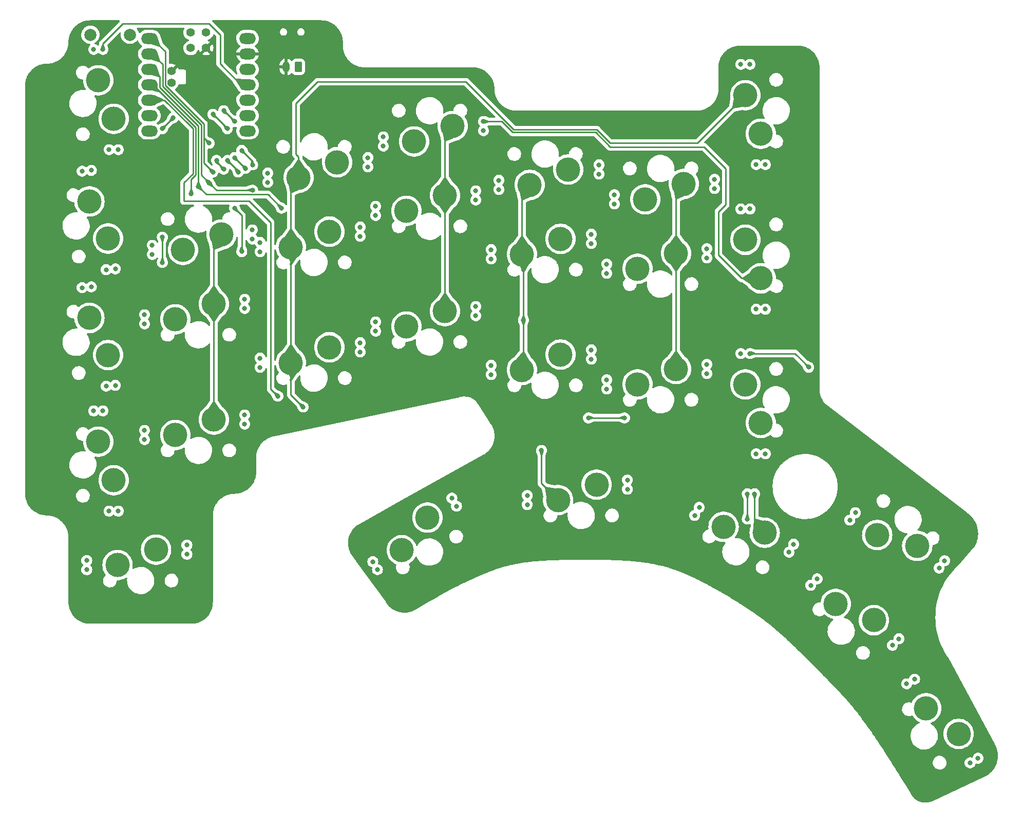
<source format=gtl>
G04 #@! TF.GenerationSoftware,KiCad,Pcbnew,7.0.2*
G04 #@! TF.CreationDate,2023-05-17T12:31:54+02:00*
G04 #@! TF.ProjectId,mykeeb_v7a2_left,6d796b65-6562-45f7-9637-61325f6c6566,rev?*
G04 #@! TF.SameCoordinates,Original*
G04 #@! TF.FileFunction,Copper,L1,Top*
G04 #@! TF.FilePolarity,Positive*
%FSLAX46Y46*%
G04 Gerber Fmt 4.6, Leading zero omitted, Abs format (unit mm)*
G04 Created by KiCad (PCBNEW 7.0.2) date 2023-05-17 12:31:54*
%MOMM*%
%LPD*%
G01*
G04 APERTURE LIST*
G04 Aperture macros list*
%AMRoundRect*
0 Rectangle with rounded corners*
0 $1 Rounding radius*
0 $2 $3 $4 $5 $6 $7 $8 $9 X,Y pos of 4 corners*
0 Add a 4 corners polygon primitive as box body*
4,1,4,$2,$3,$4,$5,$6,$7,$8,$9,$2,$3,0*
0 Add four circle primitives for the rounded corners*
1,1,$1+$1,$2,$3*
1,1,$1+$1,$4,$5*
1,1,$1+$1,$6,$7*
1,1,$1+$1,$8,$9*
0 Add four rect primitives between the rounded corners*
20,1,$1+$1,$2,$3,$4,$5,0*
20,1,$1+$1,$4,$5,$6,$7,0*
20,1,$1+$1,$6,$7,$8,$9,0*
20,1,$1+$1,$8,$9,$2,$3,0*%
G04 Aperture macros list end*
G04 #@! TA.AperFunction,ComponentPad*
%ADD10O,2.750000X1.800000*%
G04 #@! TD*
G04 #@! TA.AperFunction,ComponentPad*
%ADD11C,1.397000*%
G04 #@! TD*
G04 #@! TA.AperFunction,ComponentPad*
%ADD12C,0.800000*%
G04 #@! TD*
G04 #@! TA.AperFunction,ComponentPad*
%ADD13C,4.000000*%
G04 #@! TD*
G04 #@! TA.AperFunction,ComponentPad*
%ADD14C,2.000000*%
G04 #@! TD*
G04 #@! TA.AperFunction,ComponentPad*
%ADD15RoundRect,0.250000X0.350000X0.625000X-0.350000X0.625000X-0.350000X-0.625000X0.350000X-0.625000X0*%
G04 #@! TD*
G04 #@! TA.AperFunction,ComponentPad*
%ADD16O,1.200000X1.750000*%
G04 #@! TD*
G04 #@! TA.AperFunction,ViaPad*
%ADD17C,0.800000*%
G04 #@! TD*
G04 #@! TA.AperFunction,Conductor*
%ADD18C,0.250000*%
G04 #@! TD*
G04 APERTURE END LIST*
D10*
X68105064Y-152400120D03*
X68105064Y-154940120D03*
X68105064Y-157480120D03*
X68105064Y-160020120D03*
X68105064Y-162560120D03*
X68105064Y-165100120D03*
X68105064Y-167640120D03*
X84295064Y-167640120D03*
X84295064Y-165100120D03*
X84295064Y-162560120D03*
X84295064Y-160020120D03*
X84295064Y-157480120D03*
X84295064Y-154940120D03*
X84295064Y-152400120D03*
D11*
X74930064Y-151448120D03*
X77470064Y-151448120D03*
X74930064Y-153988120D03*
X77470064Y-153988120D03*
X71755064Y-159703120D03*
X71755064Y-157798120D03*
D12*
X105410096Y-199104404D03*
X105410096Y-200628404D03*
D13*
X110490096Y-199866404D03*
X116840096Y-197326404D03*
D12*
X121920096Y-196564404D03*
X121920096Y-198088404D03*
X105410096Y-180054404D03*
X105410096Y-181578404D03*
D13*
X110490096Y-180816404D03*
X116840096Y-178276404D03*
D12*
X121920096Y-177514404D03*
X121920096Y-179038404D03*
X168148096Y-173196404D03*
X169672096Y-173196404D03*
D13*
X168910096Y-168116404D03*
X166370096Y-161766404D03*
D12*
X165608096Y-156686404D03*
X167132096Y-156686404D03*
X85090096Y-185467804D03*
X85090096Y-183943804D03*
D13*
X80010096Y-184705804D03*
X73660096Y-187245804D03*
D12*
X68580096Y-188007804D03*
X68580096Y-186483804D03*
X161290096Y-177133404D03*
X161290096Y-175609404D03*
D13*
X156210096Y-176371404D03*
X149860096Y-178911404D03*
D12*
X144780096Y-179673404D03*
X144780096Y-178149404D03*
X124460096Y-187198204D03*
X124460096Y-188722204D03*
D13*
X129540096Y-187960204D03*
X135890096Y-185420204D03*
D12*
X140970096Y-184658204D03*
X140970096Y-186182204D03*
X168148096Y-197008904D03*
X169672096Y-197008904D03*
D13*
X168910096Y-191928904D03*
X166370096Y-185578904D03*
D12*
X165608096Y-180498904D03*
X167132096Y-180498904D03*
X60452096Y-154225804D03*
X58928096Y-154225804D03*
D13*
X59690096Y-159305804D03*
X62230096Y-165655804D03*
D12*
X62992096Y-170735804D03*
X61468096Y-170735804D03*
X168148196Y-220821504D03*
X169672196Y-220821504D03*
D13*
X168910196Y-215741504D03*
X166370196Y-209391504D03*
D12*
X165608196Y-204311504D03*
X167132196Y-204311504D03*
X67310096Y-197913804D03*
X67310096Y-199437804D03*
D13*
X72390096Y-198675804D03*
X78740096Y-196135804D03*
D12*
X83820096Y-195373804D03*
X83820096Y-196897804D03*
X60452096Y-213757004D03*
X58928096Y-213757004D03*
D13*
X59690096Y-218837004D03*
X62230096Y-225187004D03*
D12*
X62992096Y-230267004D03*
X61468096Y-230267004D03*
X124460096Y-206248204D03*
X124460096Y-207772204D03*
D13*
X129540096Y-207010204D03*
X135890096Y-204470204D03*
D12*
X140970096Y-203708204D03*
X140970096Y-205232204D03*
X57785096Y-238395104D03*
X57785096Y-239919104D03*
D13*
X62865096Y-239157104D03*
X69215096Y-236617104D03*
D12*
X74295096Y-235855104D03*
X74295096Y-237379104D03*
X123190096Y-167608404D03*
X123190096Y-166084404D03*
D13*
X118110096Y-166846404D03*
X111760096Y-169386404D03*
D12*
X106680096Y-170148404D03*
X106680096Y-168624404D03*
X130413296Y-227679504D03*
X130413296Y-229203504D03*
D13*
X135493296Y-228441504D03*
X141843296Y-225901504D03*
D12*
X146923296Y-225139504D03*
X146923296Y-226663504D03*
X143510096Y-208629404D03*
X143510096Y-210153404D03*
D13*
X148590096Y-209391404D03*
X154940096Y-206851404D03*
D12*
X160020096Y-206089404D03*
X160020096Y-207613404D03*
X104950230Y-238591088D03*
X105712230Y-239910911D03*
D13*
X109730639Y-236710999D03*
X113959901Y-231336295D03*
D12*
X117978310Y-228136384D03*
X118740310Y-229456206D03*
X198300072Y-239651334D03*
X199217239Y-238434213D03*
D13*
X194701587Y-235985553D03*
X188101641Y-234192562D03*
D12*
X183585990Y-231743902D03*
X184503156Y-230526782D03*
X158758230Y-229658888D03*
X157996230Y-230978711D03*
D13*
X162776639Y-232858799D03*
X169545901Y-233834095D03*
D12*
X174326310Y-235714184D03*
X173564310Y-237034006D03*
X194272712Y-257945638D03*
X192952889Y-258707638D03*
D13*
X196152801Y-262726047D03*
X201527505Y-266955309D03*
D12*
X204727416Y-270973718D03*
X203407594Y-271735718D03*
X86360096Y-205057504D03*
X86360096Y-206581504D03*
D13*
X91440096Y-205819504D03*
X97790096Y-203279504D03*
D12*
X102870096Y-202517504D03*
X102870096Y-204041504D03*
X104140096Y-173561504D03*
X104140096Y-172037504D03*
D13*
X99060096Y-172799504D03*
X92710096Y-175339504D03*
D12*
X87630096Y-176101504D03*
X87630096Y-174577504D03*
X86360096Y-186007504D03*
X86360096Y-187531504D03*
D13*
X91440096Y-186769504D03*
X97790096Y-184229504D03*
D12*
X102870096Y-183467504D03*
X102870096Y-184991504D03*
X142240096Y-174752204D03*
X142240096Y-173228204D03*
D13*
X137160096Y-173990204D03*
X130810096Y-176530204D03*
D12*
X125730096Y-177292204D03*
X125730096Y-175768204D03*
X58538616Y-193324345D03*
X57020416Y-193457170D03*
D13*
X58222267Y-198451427D03*
X61306041Y-204555887D03*
D12*
X62507892Y-209550144D03*
X60989691Y-209682969D03*
X143510096Y-189579404D03*
X143510096Y-191103404D03*
D13*
X148590096Y-190341404D03*
X154940096Y-187801404D03*
D12*
X160020096Y-187039404D03*
X160020096Y-188563404D03*
X67310096Y-216963804D03*
X67310096Y-218487804D03*
D13*
X72390096Y-217725804D03*
X78740096Y-215185804D03*
D12*
X83820096Y-214423804D03*
X83820096Y-215947804D03*
D14*
X64889117Y-151804815D03*
X58389117Y-151804815D03*
D12*
X58538616Y-174141545D03*
X57020416Y-174274370D03*
D13*
X58222267Y-179268627D03*
X61306041Y-185373087D03*
D12*
X62507892Y-190367344D03*
X60989691Y-190500169D03*
X178214483Y-241410358D03*
X177136853Y-242487989D03*
D13*
X181267770Y-245541276D03*
X187553950Y-248235353D03*
D12*
X191684867Y-251288640D03*
X190607237Y-252366271D03*
D15*
X92678202Y-157093884D03*
D16*
X90678202Y-157093884D03*
D17*
X89296950Y-155972006D03*
X175022022Y-239911139D03*
X54768796Y-194667351D03*
X70842247Y-164306388D03*
X155972006Y-172640770D03*
X165497014Y-230981444D03*
X142875120Y-178593900D03*
X61912552Y-156567319D03*
X153590754Y-230386131D03*
X87511011Y-180379839D03*
X86915698Y-189309534D03*
X79176629Y-180975152D03*
X148828250Y-213717367D03*
X88701637Y-158353258D03*
X79771942Y-168473579D03*
X67865682Y-203597046D03*
X84534446Y-181570465D03*
X72032873Y-171450144D03*
X93464141Y-182165778D03*
X120253226Y-176212648D03*
X105965714Y-184547030D03*
X144065746Y-213122054D03*
X121443852Y-186332969D03*
X67865682Y-184547030D03*
X67865682Y-223837688D03*
X54768796Y-175022022D03*
X153590754Y-223242375D03*
X91082889Y-159543884D03*
X63698491Y-173236083D03*
X138707929Y-216098619D03*
X92273515Y-158948571D03*
X114300096Y-228004879D03*
X163115762Y-215503306D03*
X89892263Y-159543884D03*
X86320385Y-175022022D03*
X89296950Y-194667351D03*
X173236083Y-216098619D03*
X161925136Y-197643916D03*
X86320385Y-213122054D03*
X177998587Y-217289245D03*
X157162632Y-215503306D03*
X142875120Y-194667351D03*
X88701637Y-157162632D03*
X182165778Y-236934574D03*
X80962568Y-176212648D03*
X77986003Y-176212648D03*
X85129759Y-177403274D03*
X76200064Y-176807961D03*
X89892263Y-180379839D03*
X70246934Y-189309534D03*
X70246934Y-185142343D03*
X83343820Y-187523595D03*
X82153194Y-180379839D03*
X75009438Y-177998587D03*
X146446998Y-214907993D03*
X140493868Y-214907993D03*
X89296950Y-211336115D03*
X79176629Y-172511583D03*
X70246934Y-167282953D03*
X72032873Y-165497014D03*
X80367255Y-173960583D03*
X166687640Y-231576757D03*
X166687640Y-227409566D03*
X129778234Y-198834542D03*
X80962568Y-167282953D03*
X167878266Y-227409566D03*
X80962568Y-172511583D03*
X82748507Y-174426709D03*
X78581316Y-164901701D03*
X132754799Y-220265810D03*
X82153194Y-172045457D03*
X82153194Y-166092327D03*
X93464141Y-213122054D03*
X80367255Y-164306388D03*
X83939133Y-173831396D03*
X83343820Y-170854831D03*
X85129759Y-173236083D03*
X78581316Y-174426709D03*
X77986003Y-169664205D03*
X176807961Y-206573611D03*
D18*
X77986003Y-176212648D02*
X79176629Y-177403274D01*
X70281564Y-156641620D02*
X70281564Y-160313464D01*
X79176629Y-177403274D02*
X85129759Y-177403274D01*
X77986003Y-176212648D02*
X76650064Y-174876709D01*
X70281564Y-160313464D02*
X76650064Y-166681964D01*
X76650064Y-174876709D02*
X76650064Y-166681964D01*
X68580064Y-154940120D02*
X70281564Y-156641620D01*
X68580064Y-157480120D02*
X69805064Y-158705120D01*
X77520377Y-178128274D02*
X87640698Y-178128274D01*
X70246934Y-185142343D02*
X70246934Y-189309534D01*
X87640698Y-178128274D02*
X89892263Y-180379839D01*
X76200064Y-176807961D02*
X77520377Y-178128274D01*
X76200064Y-166868360D02*
X76200064Y-169068892D01*
X69805064Y-160473360D02*
X76200064Y-166868360D01*
X69805064Y-158705120D02*
X69805064Y-160473360D01*
X76200064Y-169068892D02*
X76200064Y-176807961D01*
X83343820Y-187523595D02*
X83343820Y-181570465D01*
X74303224Y-165607916D02*
X75493850Y-166798542D01*
X75750064Y-167054756D02*
X75750064Y-168473579D01*
X75750064Y-174876709D02*
X75750064Y-168473579D01*
X75009438Y-175617335D02*
X75750064Y-174876709D01*
X75009438Y-177998587D02*
X75009438Y-175617335D01*
X68715428Y-160020120D02*
X74303224Y-165607916D01*
X68580064Y-160020120D02*
X68715428Y-160020120D01*
X75493850Y-166798542D02*
X75750064Y-167054756D01*
X83343820Y-181570465D02*
X82153194Y-180379839D01*
X75300064Y-174690313D02*
X73818812Y-176171565D01*
X73818812Y-179189213D02*
X84534446Y-179189213D01*
X88106324Y-182761091D02*
X88106324Y-210145489D01*
X74580339Y-166521427D02*
X75300064Y-167241152D01*
X75300064Y-167878266D02*
X75300064Y-174690313D01*
X140493868Y-214907993D02*
X146446998Y-214907993D01*
X75300064Y-167241152D02*
X75300064Y-167878266D01*
X88106324Y-210145489D02*
X89296950Y-211336115D01*
X88106324Y-182761091D02*
X84534446Y-179189213D01*
X70619032Y-162560120D02*
X74580339Y-166521427D01*
X73818812Y-176171565D02*
X73818812Y-179189213D01*
X68580064Y-162560120D02*
X70619032Y-162560120D01*
X154940096Y-187801404D02*
X154940096Y-177641404D01*
X154940096Y-177641404D02*
X156210096Y-176371404D01*
X154940096Y-206851404D02*
X154940096Y-187801404D01*
X166687640Y-227409566D02*
X166687640Y-231576757D01*
X129540096Y-177800204D02*
X130810096Y-176530204D01*
X129778234Y-188198342D02*
X129540096Y-187960204D01*
X129778234Y-206772066D02*
X129540096Y-207010204D01*
X129540096Y-187960204D02*
X129540096Y-177800204D01*
X129778234Y-198834542D02*
X129778234Y-188198342D01*
X79176629Y-172511583D02*
X79176629Y-172769957D01*
X79176629Y-172769957D02*
X80367255Y-173960583D01*
X129778234Y-198834542D02*
X129778234Y-206772066D01*
X70246934Y-167282953D02*
X72032873Y-165497014D01*
X163115762Y-173831396D02*
X163115762Y-179784526D01*
X126198433Y-166084404D02*
X127992295Y-167878266D01*
X123190096Y-166084404D02*
X126198433Y-166084404D01*
X159543884Y-170259518D02*
X163115762Y-173831396D01*
X167878266Y-227409566D02*
X167878266Y-232166460D01*
X116840096Y-178276404D02*
X116840096Y-168116404D01*
X80962568Y-167282953D02*
X78581316Y-164901701D01*
X163115762Y-179784526D02*
X161925136Y-180975152D01*
X161925136Y-188118908D02*
X165735132Y-191928904D01*
X165735132Y-191928904D02*
X168910096Y-191928904D01*
X116840096Y-168116404D02*
X118110096Y-166846404D01*
X116840096Y-197326404D02*
X116840096Y-178276404D01*
X144065746Y-170259518D02*
X159543884Y-170259518D01*
X127992295Y-167878266D02*
X141684494Y-167878266D01*
X80962568Y-172511583D02*
X82748507Y-174297522D01*
X82748507Y-174297522D02*
X82748507Y-174426709D01*
X167878266Y-232166460D02*
X169545901Y-233834095D01*
X141684494Y-167878266D02*
X144065746Y-170259518D01*
X161925136Y-180975152D02*
X161925136Y-188118908D01*
X92710096Y-171886725D02*
X92710096Y-175339504D01*
X132754799Y-225703007D02*
X135493296Y-228441504D01*
X91440096Y-205819504D02*
X91440096Y-211098009D01*
X82153194Y-172045457D02*
X83939133Y-173831396D01*
X166370096Y-161766404D02*
X158472295Y-169664205D01*
X92273515Y-163115762D02*
X92273515Y-171450144D01*
X82153194Y-166092327D02*
X80367255Y-164306388D01*
X91440096Y-176609504D02*
X92710096Y-175339504D01*
X91440096Y-186769504D02*
X91440096Y-176609504D01*
X144106829Y-169664205D02*
X141870890Y-167428266D01*
X92273515Y-171450144D02*
X92710096Y-171886725D01*
X158472295Y-169664205D02*
X144106829Y-169664205D01*
X128178691Y-167428266D02*
X120294309Y-159543884D01*
X91440096Y-205819504D02*
X91440096Y-186769504D01*
X91440096Y-211098009D02*
X93464141Y-213122054D01*
X95845393Y-159543884D02*
X92273515Y-163115762D01*
X120294309Y-159543884D02*
X95845393Y-159543884D01*
X141870890Y-167428266D02*
X128178691Y-167428266D01*
X132754799Y-220265810D02*
X132754799Y-225703007D01*
X78740096Y-196135804D02*
X78740096Y-185975804D01*
X78740096Y-196135804D02*
X78740096Y-215185804D01*
X78740096Y-185975804D02*
X80010096Y-184705804D01*
X83343820Y-170854831D02*
X85129759Y-172640770D01*
X85129759Y-172640770D02*
X85129759Y-173236083D01*
X63698491Y-150018876D02*
X60452096Y-153265271D01*
X79771942Y-151804815D02*
X77986003Y-150018876D01*
X77986003Y-150018876D02*
X63698491Y-150018876D01*
X79771942Y-156567319D02*
X79771942Y-151804815D01*
X83224743Y-160020120D02*
X79771942Y-156567319D01*
X83820064Y-160020120D02*
X83224743Y-160020120D01*
X60452096Y-153265271D02*
X60452096Y-154225804D01*
X77100064Y-168778266D02*
X77100064Y-168473579D01*
X77100064Y-172945457D02*
X78581316Y-174426709D01*
X70731564Y-154551620D02*
X70731564Y-160127068D01*
X68580064Y-152400120D02*
X70731564Y-154551620D01*
X70731564Y-160127068D02*
X77100064Y-166495568D01*
X77100064Y-168473579D02*
X77100064Y-172945457D01*
X77986003Y-169664205D02*
X77100064Y-168778266D01*
X77100064Y-166495568D02*
X77100064Y-167428266D01*
X77100064Y-167428266D02*
X77100064Y-168473579D01*
X174545854Y-204311504D02*
X167132196Y-204311504D01*
X176807961Y-206573611D02*
X174545854Y-204311504D01*
G04 #@! TA.AperFunction,Conductor*
G36*
X63176390Y-149443748D02*
G01*
X63222145Y-149496552D01*
X63232089Y-149565710D01*
X63203064Y-149629266D01*
X63197032Y-149635744D01*
X60068304Y-152764470D01*
X60052206Y-152777367D01*
X60004192Y-152828496D01*
X60001488Y-152831287D01*
X59984724Y-152848051D01*
X59984717Y-152848058D01*
X59981976Y-152850800D01*
X59979595Y-152853868D01*
X59979586Y-152853879D01*
X59979507Y-152853982D01*
X59971938Y-152862843D01*
X59942031Y-152894691D01*
X59932381Y-152912245D01*
X59921705Y-152928499D01*
X59909422Y-152944334D01*
X59892071Y-152984429D01*
X59886934Y-152994915D01*
X59865898Y-153033178D01*
X59860917Y-153052580D01*
X59854616Y-153070982D01*
X59846657Y-153089373D01*
X59839824Y-153132513D01*
X59837456Y-153143945D01*
X59826596Y-153186248D01*
X59826596Y-153206287D01*
X59825069Y-153225685D01*
X59821935Y-153245466D01*
X59825815Y-153286506D01*
X59818354Y-153342021D01*
X59750076Y-153522641D01*
X59707958Y-153578389D01*
X59642387Y-153602517D01*
X59574180Y-153587364D01*
X59541938Y-153561768D01*
X59533966Y-153552915D01*
X59380826Y-153441652D01*
X59207898Y-153364659D01*
X59143577Y-153350987D01*
X59082095Y-153317794D01*
X59048319Y-153256631D01*
X59052971Y-153186917D01*
X59094576Y-153130784D01*
X59110332Y-153120647D01*
X59212626Y-153065289D01*
X59408861Y-152912553D01*
X59577281Y-152729600D01*
X59713290Y-152521422D01*
X59813180Y-152293696D01*
X59874225Y-152052636D01*
X59894760Y-151804815D01*
X59874225Y-151556994D01*
X59813180Y-151315934D01*
X59713290Y-151088208D01*
X59577281Y-150880030D01*
X59408861Y-150697077D01*
X59380269Y-150674823D01*
X59212631Y-150544344D01*
X59212627Y-150544341D01*
X59212626Y-150544341D01*
X58993927Y-150425987D01*
X58993923Y-150425985D01*
X58993922Y-150425985D01*
X58758732Y-150345244D01*
X58513452Y-150304315D01*
X58264782Y-150304315D01*
X58019501Y-150345244D01*
X57784311Y-150425985D01*
X57565602Y-150544344D01*
X57369376Y-150697074D01*
X57369373Y-150697076D01*
X57369373Y-150697077D01*
X57262232Y-150813463D01*
X57200954Y-150880029D01*
X57064942Y-151088210D01*
X56988755Y-151261901D01*
X56965054Y-151315934D01*
X56911548Y-151527225D01*
X56904008Y-151556998D01*
X56883473Y-151804815D01*
X56904008Y-152052631D01*
X56904008Y-152052634D01*
X56904009Y-152052636D01*
X56965054Y-152293696D01*
X56985571Y-152340470D01*
X57064942Y-152521419D01*
X57064944Y-152521422D01*
X57200953Y-152729600D01*
X57369373Y-152912553D01*
X57434784Y-152963464D01*
X57565602Y-153065285D01*
X57565604Y-153065286D01*
X57565608Y-153065289D01*
X57784307Y-153183643D01*
X58019503Y-153264386D01*
X58264782Y-153305315D01*
X58281385Y-153305315D01*
X58348424Y-153325000D01*
X58394179Y-153377804D01*
X58404123Y-153446962D01*
X58375098Y-153510518D01*
X58354271Y-153529633D01*
X58322224Y-153552916D01*
X58195562Y-153693587D01*
X58100916Y-153857519D01*
X58042422Y-154037546D01*
X58022636Y-154225804D01*
X58042422Y-154414061D01*
X58100916Y-154594088D01*
X58195562Y-154758020D01*
X58322225Y-154898693D01*
X58475365Y-155009955D01*
X58648293Y-155086948D01*
X58833448Y-155126304D01*
X58833450Y-155126304D01*
X59022744Y-155126304D01*
X59146180Y-155100066D01*
X59207899Y-155086948D01*
X59380826Y-155009955D01*
X59533967Y-154898692D01*
X59597947Y-154827635D01*
X59657431Y-154790988D01*
X59727288Y-154792317D01*
X59782244Y-154827634D01*
X59846225Y-154898692D01*
X59846228Y-154898694D01*
X59999365Y-155009955D01*
X60172293Y-155086948D01*
X60357448Y-155126304D01*
X60357450Y-155126304D01*
X60546744Y-155126304D01*
X60670179Y-155100066D01*
X60731899Y-155086948D01*
X60904826Y-155009955D01*
X60988666Y-154949042D01*
X61057966Y-154898693D01*
X61059527Y-154896960D01*
X61184629Y-154758020D01*
X61279275Y-154594088D01*
X61337770Y-154414060D01*
X61357556Y-154225804D01*
X61337770Y-154037548D01*
X61298383Y-153916330D01*
X61295267Y-153904909D01*
X61290489Y-153883401D01*
X61161910Y-153543264D01*
X61156618Y-153473595D01*
X61189831Y-153412125D01*
X63207329Y-151394627D01*
X63268648Y-151361145D01*
X63338340Y-151366129D01*
X63394273Y-151408001D01*
X63418690Y-151473465D01*
X63415212Y-151512749D01*
X63404008Y-151556994D01*
X63383473Y-151804815D01*
X63404008Y-152052631D01*
X63404008Y-152052634D01*
X63404009Y-152052636D01*
X63465054Y-152293696D01*
X63485571Y-152340470D01*
X63564942Y-152521419D01*
X63564944Y-152521422D01*
X63700953Y-152729600D01*
X63869373Y-152912553D01*
X63934784Y-152963464D01*
X64065602Y-153065285D01*
X64065604Y-153065286D01*
X64065608Y-153065289D01*
X64284307Y-153183643D01*
X64519503Y-153264386D01*
X64764782Y-153305315D01*
X65013452Y-153305315D01*
X65258731Y-153264386D01*
X65493927Y-153183643D01*
X65712626Y-153065289D01*
X65908861Y-152912553D01*
X66070118Y-152737380D01*
X66130003Y-152701392D01*
X66199841Y-152703492D01*
X66257457Y-152743016D01*
X66282563Y-152795241D01*
X66286110Y-152811701D01*
X66359943Y-152995441D01*
X66375000Y-153032910D01*
X66499995Y-153235915D01*
X66581692Y-153328740D01*
X66657501Y-153414876D01*
X66842980Y-153564641D01*
X66842998Y-153564651D01*
X66843018Y-153564671D01*
X66851195Y-153571274D01*
X66850427Y-153572224D01*
X66891924Y-153614530D01*
X66906117Y-153682943D01*
X66881070Y-153748169D01*
X66851962Y-153775640D01*
X66747059Y-153846542D01*
X66574945Y-154011499D01*
X66433185Y-154203172D01*
X66325857Y-154416045D01*
X66256048Y-154643996D01*
X66251563Y-154679018D01*
X66225766Y-154880466D01*
X66225766Y-154880469D01*
X66225766Y-154880470D01*
X66235883Y-155118649D01*
X66286110Y-155351701D01*
X66303548Y-155395098D01*
X66375000Y-155572910D01*
X66499995Y-155775915D01*
X66588233Y-155876172D01*
X66657501Y-155954876D01*
X66842980Y-156104641D01*
X66842998Y-156104651D01*
X66843018Y-156104671D01*
X66851195Y-156111274D01*
X66850427Y-156112224D01*
X66891924Y-156154530D01*
X66906117Y-156222943D01*
X66881070Y-156288169D01*
X66851962Y-156315640D01*
X66747059Y-156386542D01*
X66574945Y-156551499D01*
X66433185Y-156743172D01*
X66325857Y-156956045D01*
X66256048Y-157183996D01*
X66252571Y-157211145D01*
X66225766Y-157420466D01*
X66225766Y-157420469D01*
X66225766Y-157420470D01*
X66235883Y-157658649D01*
X66286110Y-157891701D01*
X66371955Y-158105334D01*
X66375000Y-158112910D01*
X66499995Y-158315915D01*
X66649694Y-158486005D01*
X66657501Y-158494876D01*
X66842980Y-158644641D01*
X66842998Y-158644651D01*
X66843018Y-158644671D01*
X66851195Y-158651274D01*
X66850427Y-158652224D01*
X66891924Y-158694530D01*
X66906117Y-158762943D01*
X66881070Y-158828169D01*
X66851962Y-158855640D01*
X66747059Y-158926542D01*
X66574945Y-159091499D01*
X66433185Y-159283172D01*
X66325857Y-159496045D01*
X66256243Y-159723361D01*
X66256048Y-159723997D01*
X66225766Y-159960466D01*
X66225766Y-159960469D01*
X66225766Y-159960470D01*
X66235883Y-160198649D01*
X66286110Y-160431701D01*
X66361793Y-160620045D01*
X66375000Y-160652910D01*
X66499995Y-160855915D01*
X66581692Y-160948740D01*
X66657501Y-161034876D01*
X66842980Y-161184641D01*
X66842998Y-161184651D01*
X66843018Y-161184671D01*
X66851195Y-161191274D01*
X66850427Y-161192224D01*
X66891924Y-161234530D01*
X66906117Y-161302943D01*
X66881070Y-161368169D01*
X66851962Y-161395640D01*
X66747059Y-161466542D01*
X66574945Y-161631499D01*
X66433185Y-161823172D01*
X66325857Y-162036045D01*
X66258129Y-162257203D01*
X66256048Y-162263997D01*
X66225766Y-162500466D01*
X66225766Y-162500469D01*
X66225766Y-162500470D01*
X66235883Y-162738649D01*
X66286110Y-162971701D01*
X66374219Y-163190968D01*
X66375000Y-163192910D01*
X66499995Y-163395915D01*
X66649694Y-163566005D01*
X66657501Y-163574876D01*
X66842980Y-163724641D01*
X66842998Y-163724651D01*
X66843018Y-163724671D01*
X66851195Y-163731274D01*
X66850427Y-163732224D01*
X66891924Y-163774530D01*
X66906117Y-163842943D01*
X66881070Y-163908169D01*
X66851962Y-163935640D01*
X66747059Y-164006542D01*
X66574945Y-164171499D01*
X66433185Y-164363172D01*
X66325857Y-164576045D01*
X66256048Y-164803996D01*
X66253470Y-164824126D01*
X66225766Y-165040466D01*
X66225766Y-165040469D01*
X66225766Y-165040470D01*
X66235883Y-165278649D01*
X66286110Y-165511701D01*
X66343712Y-165655049D01*
X66375000Y-165732910D01*
X66499995Y-165935915D01*
X66581692Y-166028740D01*
X66657501Y-166114876D01*
X66842980Y-166264641D01*
X66842998Y-166264651D01*
X66843018Y-166264671D01*
X66851195Y-166271274D01*
X66850427Y-166272224D01*
X66891924Y-166314530D01*
X66906117Y-166382943D01*
X66881070Y-166448169D01*
X66851962Y-166475640D01*
X66747059Y-166546542D01*
X66574945Y-166711499D01*
X66433185Y-166903172D01*
X66325857Y-167116045D01*
X66267355Y-167307077D01*
X66256048Y-167343997D01*
X66225766Y-167580466D01*
X66225766Y-167580469D01*
X66225766Y-167580470D01*
X66235883Y-167818649D01*
X66286110Y-168051701D01*
X66370175Y-168260904D01*
X66375000Y-168272910D01*
X66499995Y-168475915D01*
X66649694Y-168646005D01*
X66657501Y-168654876D01*
X66842978Y-168804639D01*
X66842981Y-168804640D01*
X66842984Y-168804643D01*
X66977975Y-168880054D01*
X67051112Y-168920911D01*
X67275895Y-169000332D01*
X67510861Y-169040620D01*
X67510864Y-169040620D01*
X68636930Y-169040620D01*
X68639561Y-169040620D01*
X68817605Y-169025466D01*
X68971410Y-168985418D01*
X69048314Y-168965395D01*
X69237107Y-168880054D01*
X69265550Y-168867197D01*
X69463067Y-168733699D01*
X69635182Y-168568741D01*
X69776943Y-168377067D01*
X69858419Y-168215467D01*
X69906176Y-168164470D01*
X69973925Y-168147386D01*
X69994920Y-168150003D01*
X70024561Y-168156304D01*
X70152287Y-168183453D01*
X70152288Y-168183453D01*
X70341582Y-168183453D01*
X70471608Y-168155815D01*
X70526737Y-168144097D01*
X70699664Y-168067104D01*
X70718511Y-168053411D01*
X70852804Y-167955842D01*
X70979467Y-167815169D01*
X70984598Y-167806282D01*
X71074113Y-167651237D01*
X71074114Y-167651232D01*
X71077345Y-167645637D01*
X71079007Y-167642113D01*
X71078230Y-167641762D01*
X71081880Y-167633674D01*
X71081882Y-167633672D01*
X71320251Y-167105550D01*
X71345586Y-167068889D01*
X71818809Y-166595667D01*
X71855473Y-166570331D01*
X72383592Y-166331962D01*
X72424295Y-166311331D01*
X72424297Y-166311329D01*
X72430049Y-166308414D01*
X72446651Y-166298506D01*
X72485603Y-166281165D01*
X72493659Y-166275312D01*
X72638743Y-166169903D01*
X72765405Y-166029231D01*
X72765688Y-166028741D01*
X72844979Y-165891404D01*
X72895544Y-165843191D01*
X72964151Y-165829967D01*
X73029016Y-165855935D01*
X73040046Y-165865725D01*
X74165868Y-166991547D01*
X74165871Y-166991550D01*
X74418987Y-167244666D01*
X74638245Y-167463923D01*
X74671730Y-167525246D01*
X74674564Y-167551604D01*
X74674564Y-174379859D01*
X74654879Y-174446898D01*
X74638245Y-174467540D01*
X73435020Y-175670764D01*
X73418922Y-175683661D01*
X73370908Y-175734790D01*
X73368204Y-175737581D01*
X73351440Y-175754345D01*
X73351433Y-175754352D01*
X73348692Y-175757094D01*
X73346311Y-175760162D01*
X73346302Y-175760173D01*
X73346223Y-175760276D01*
X73338654Y-175769137D01*
X73308747Y-175800985D01*
X73299097Y-175818539D01*
X73288421Y-175834793D01*
X73276138Y-175850628D01*
X73258787Y-175890723D01*
X73253650Y-175901209D01*
X73232614Y-175939472D01*
X73227633Y-175958874D01*
X73221332Y-175977276D01*
X73213373Y-175995667D01*
X73206540Y-176038807D01*
X73204172Y-176050239D01*
X73193312Y-176092542D01*
X73193312Y-176112581D01*
X73191785Y-176131979D01*
X73188652Y-176151759D01*
X73192762Y-176195238D01*
X73193312Y-176206908D01*
X73193312Y-179118364D01*
X73191116Y-179141598D01*
X73189584Y-179149625D01*
X73193067Y-179204970D01*
X73193312Y-179212757D01*
X73193312Y-179228563D01*
X73193799Y-179232422D01*
X73193800Y-179232431D01*
X73195293Y-179244248D01*
X73196025Y-179252000D01*
X73199507Y-179307350D01*
X73202032Y-179315121D01*
X73207122Y-179337891D01*
X73208147Y-179346001D01*
X73208148Y-179346005D01*
X73216889Y-179368082D01*
X73228565Y-179397573D01*
X73231202Y-179404897D01*
X73239567Y-179430640D01*
X73248345Y-179457654D01*
X73248346Y-179457655D01*
X73252722Y-179464552D01*
X73263312Y-179485336D01*
X73266325Y-179492945D01*
X73298932Y-179537825D01*
X73303310Y-179544266D01*
X73333026Y-179591090D01*
X73338979Y-179596680D01*
X73354415Y-179614189D01*
X73359218Y-179620800D01*
X73401958Y-179656158D01*
X73407790Y-179661300D01*
X73448230Y-179699275D01*
X73455390Y-179703211D01*
X73474695Y-179716330D01*
X73480991Y-179721539D01*
X73531175Y-179745154D01*
X73538114Y-179748689D01*
X73586718Y-179775409D01*
X73586720Y-179775410D01*
X73594634Y-179777441D01*
X73616586Y-179785345D01*
X73619237Y-179786592D01*
X73623986Y-179788827D01*
X73678485Y-179799223D01*
X73686075Y-179800920D01*
X73739793Y-179814713D01*
X73747963Y-179814713D01*
X73771197Y-179816909D01*
X73779224Y-179818440D01*
X73834571Y-179814958D01*
X73842357Y-179814713D01*
X75393646Y-179814713D01*
X75460685Y-179834398D01*
X75506440Y-179887202D01*
X75516384Y-179956360D01*
X75487359Y-180019916D01*
X75434321Y-180055852D01*
X75325857Y-180093514D01*
X75325849Y-180093517D01*
X75321945Y-180094873D01*
X75318248Y-180096740D01*
X75318246Y-180096742D01*
X75057454Y-180228526D01*
X75057444Y-180228531D01*
X75053753Y-180230397D01*
X75050342Y-180232738D01*
X75050336Y-180232742D01*
X74809433Y-180398111D01*
X74809419Y-180398121D01*
X74806016Y-180400458D01*
X74802951Y-180403229D01*
X74802941Y-180403238D01*
X74586231Y-180599241D01*
X74586225Y-180599246D01*
X74583157Y-180602022D01*
X74580488Y-180605177D01*
X74580482Y-180605185D01*
X74391828Y-180828327D01*
X74391822Y-180828334D01*
X74389153Y-180831492D01*
X74386930Y-180834973D01*
X74386922Y-180834985D01*
X74229691Y-181081284D01*
X74229687Y-181081291D01*
X74227465Y-181084772D01*
X74225725Y-181088521D01*
X74225722Y-181088527D01*
X74102723Y-181353582D01*
X74102719Y-181353591D01*
X74100978Y-181357344D01*
X74099752Y-181361294D01*
X74099750Y-181361301D01*
X74045230Y-181537058D01*
X74011950Y-181644342D01*
X74011261Y-181648420D01*
X74011261Y-181648425D01*
X73966518Y-181913685D01*
X73961970Y-181940646D01*
X73961832Y-181944769D01*
X73961831Y-181944781D01*
X73952067Y-182236820D01*
X73952067Y-182236830D01*
X73951929Y-182240968D01*
X73952343Y-182245089D01*
X73952344Y-182245100D01*
X73979739Y-182517406D01*
X73982007Y-182539949D01*
X73982967Y-182543977D01*
X73982969Y-182543989D01*
X74048847Y-182820423D01*
X74051666Y-182832253D01*
X74053156Y-182836122D01*
X74053158Y-182836128D01*
X74130298Y-183036416D01*
X74159665Y-183112664D01*
X74161649Y-183116285D01*
X74161655Y-183116297D01*
X74268297Y-183310893D01*
X74304075Y-183376179D01*
X74306531Y-183379512D01*
X74306534Y-183379517D01*
X74450950Y-183575520D01*
X74482319Y-183618094D01*
X74691217Y-183834093D01*
X74834878Y-183947541D01*
X74923787Y-184017752D01*
X74923791Y-184017754D01*
X74927042Y-184020322D01*
X74930606Y-184022433D01*
X74930609Y-184022435D01*
X75026135Y-184079015D01*
X75185583Y-184173456D01*
X75189387Y-184175069D01*
X75189391Y-184175071D01*
X75201369Y-184180150D01*
X75462229Y-184290764D01*
X75752042Y-184370152D01*
X76049851Y-184410204D01*
X76053991Y-184410204D01*
X76273047Y-184410204D01*
X76275129Y-184410204D01*
X76499915Y-184395156D01*
X76794383Y-184335303D01*
X77078247Y-184236735D01*
X77346439Y-184101211D01*
X77366556Y-184087401D01*
X77432964Y-184065687D01*
X77500571Y-184083324D01*
X77547910Y-184134712D01*
X77559953Y-184203536D01*
X77558539Y-184212865D01*
X77525138Y-184387962D01*
X77524408Y-184391789D01*
X77524163Y-184395680D01*
X77524163Y-184395682D01*
X77510671Y-184610127D01*
X77504652Y-184705804D01*
X77524408Y-185019819D01*
X77525135Y-185023631D01*
X77525137Y-185023645D01*
X77582634Y-185325053D01*
X77583365Y-185328883D01*
X77584569Y-185332590D01*
X77584570Y-185332592D01*
X77648501Y-185529352D01*
X77680593Y-185628119D01*
X77682249Y-185631638D01*
X77812901Y-185909289D01*
X77812903Y-185909292D01*
X77814559Y-185912811D01*
X77816642Y-185916094D01*
X77816648Y-185916104D01*
X77849817Y-185968370D01*
X77866946Y-186011693D01*
X77995867Y-186691059D01*
X78112100Y-187303565D01*
X78112422Y-187305258D01*
X78114596Y-187328377D01*
X78114596Y-192952930D01*
X78094911Y-193019969D01*
X78092683Y-193023316D01*
X77424926Y-193991827D01*
X77395724Y-194021759D01*
X77146222Y-194203032D01*
X77146211Y-194203040D01*
X77143066Y-194205326D01*
X77140231Y-194207987D01*
X77140224Y-194207994D01*
X76916543Y-194418045D01*
X76916536Y-194418052D01*
X76913706Y-194420710D01*
X76911231Y-194423701D01*
X76911227Y-194423706D01*
X76715632Y-194660138D01*
X76715622Y-194660150D01*
X76713149Y-194663141D01*
X76711067Y-194666420D01*
X76711058Y-194666434D01*
X76546644Y-194925510D01*
X76546637Y-194925521D01*
X76544559Y-194928797D01*
X76542906Y-194932308D01*
X76542903Y-194932315D01*
X76414946Y-195204238D01*
X76410593Y-195213489D01*
X76409391Y-195217186D01*
X76409389Y-195217193D01*
X76314570Y-195509015D01*
X76313365Y-195512725D01*
X76312636Y-195516545D01*
X76312634Y-195516554D01*
X76255137Y-195817962D01*
X76255134Y-195817978D01*
X76254408Y-195821789D01*
X76254163Y-195825680D01*
X76254163Y-195825682D01*
X76238880Y-196068608D01*
X76234652Y-196135804D01*
X76254408Y-196449819D01*
X76255135Y-196453631D01*
X76255137Y-196453645D01*
X76312016Y-196751811D01*
X76313365Y-196758883D01*
X76314569Y-196762590D01*
X76314570Y-196762592D01*
X76371549Y-196937956D01*
X76410593Y-197058119D01*
X76544559Y-197342811D01*
X76546641Y-197346092D01*
X76546644Y-197346097D01*
X76711058Y-197605173D01*
X76711062Y-197605179D01*
X76713149Y-197608467D01*
X76715628Y-197611464D01*
X76715632Y-197611469D01*
X76739582Y-197640419D01*
X76913706Y-197850898D01*
X77143066Y-198066282D01*
X77395732Y-198249854D01*
X77424930Y-198279782D01*
X78086703Y-199239615D01*
X78092683Y-199248288D01*
X78114531Y-199314654D01*
X78114596Y-199318674D01*
X78114596Y-199660341D01*
X78094911Y-199727380D01*
X78042107Y-199773135D01*
X77972949Y-199783079D01*
X77909393Y-199754054D01*
X77901462Y-199746545D01*
X77711856Y-199550494D01*
X77708975Y-199547515D01*
X77586070Y-199450458D01*
X77476404Y-199363855D01*
X77476397Y-199363850D01*
X77473150Y-199361286D01*
X77469589Y-199359176D01*
X77469582Y-199359172D01*
X77218170Y-199210261D01*
X77218167Y-199210259D01*
X77214609Y-199208152D01*
X77210810Y-199206541D01*
X77210800Y-199206536D01*
X76941772Y-199092459D01*
X76941769Y-199092458D01*
X76937963Y-199090844D01*
X76933976Y-199089752D01*
X76933968Y-199089749D01*
X76652145Y-199012550D01*
X76652140Y-199012549D01*
X76648150Y-199011456D01*
X76644055Y-199010905D01*
X76644049Y-199010904D01*
X76354440Y-198971955D01*
X76354436Y-198971954D01*
X76350341Y-198971404D01*
X76125063Y-198971404D01*
X76122989Y-198971542D01*
X76122984Y-198971543D01*
X75904409Y-198986175D01*
X75904403Y-198986175D01*
X75900277Y-198986452D01*
X75896220Y-198987276D01*
X75896217Y-198987277D01*
X75609877Y-199045478D01*
X75609874Y-199045478D01*
X75605809Y-199046305D01*
X75601895Y-199047664D01*
X75601888Y-199047666D01*
X75325857Y-199143514D01*
X75325849Y-199143517D01*
X75321945Y-199144873D01*
X75318248Y-199146740D01*
X75318246Y-199146742D01*
X75057454Y-199278526D01*
X75057444Y-199278531D01*
X75053753Y-199280397D01*
X75050342Y-199282738D01*
X75050331Y-199282745D01*
X75033631Y-199294209D01*
X74967220Y-199315920D01*
X74899614Y-199298280D01*
X74852277Y-199246889D01*
X74840239Y-199178064D01*
X74841648Y-199168763D01*
X74875784Y-198989819D01*
X74895540Y-198675804D01*
X74875784Y-198361789D01*
X74816827Y-198052725D01*
X74719599Y-197753489D01*
X74585633Y-197468797D01*
X74445472Y-197247938D01*
X74419133Y-197206434D01*
X74419131Y-197206431D01*
X74417043Y-197203141D01*
X74216486Y-196960710D01*
X73987126Y-196745326D01*
X73974748Y-196736333D01*
X73772466Y-196589367D01*
X73732580Y-196560388D01*
X73729177Y-196558517D01*
X73729172Y-196558514D01*
X73460279Y-196410688D01*
X73460272Y-196410684D01*
X73456862Y-196408810D01*
X73453236Y-196407374D01*
X73453231Y-196407372D01*
X73167943Y-196294419D01*
X73167942Y-196294418D01*
X73164321Y-196292985D01*
X73160551Y-196292017D01*
X73160548Y-196292016D01*
X72863352Y-196215709D01*
X72863347Y-196215708D01*
X72859569Y-196214738D01*
X72855698Y-196214249D01*
X72855693Y-196214248D01*
X72551280Y-196175792D01*
X72551273Y-196175791D01*
X72547414Y-196175304D01*
X72232778Y-196175304D01*
X72228919Y-196175791D01*
X72228911Y-196175792D01*
X71924498Y-196214248D01*
X71924490Y-196214249D01*
X71920623Y-196214738D01*
X71916847Y-196215707D01*
X71916839Y-196215709D01*
X71619643Y-196292016D01*
X71619635Y-196292018D01*
X71615871Y-196292985D01*
X71612254Y-196294416D01*
X71612248Y-196294419D01*
X71326960Y-196407372D01*
X71326949Y-196407376D01*
X71323330Y-196408810D01*
X71319925Y-196410681D01*
X71319912Y-196410688D01*
X71051019Y-196558514D01*
X71051007Y-196558521D01*
X71047612Y-196560388D01*
X71044468Y-196562671D01*
X71044462Y-196562676D01*
X70796222Y-196743032D01*
X70796211Y-196743040D01*
X70793066Y-196745326D01*
X70790231Y-196747987D01*
X70790224Y-196747994D01*
X70566543Y-196958045D01*
X70566536Y-196958052D01*
X70563706Y-196960710D01*
X70561231Y-196963701D01*
X70561227Y-196963706D01*
X70365632Y-197200138D01*
X70365622Y-197200150D01*
X70363149Y-197203141D01*
X70361067Y-197206420D01*
X70361058Y-197206434D01*
X70196644Y-197465510D01*
X70196637Y-197465521D01*
X70194559Y-197468797D01*
X70192906Y-197472308D01*
X70192903Y-197472315D01*
X70062249Y-197749969D01*
X70060593Y-197753489D01*
X70059391Y-197757186D01*
X70059389Y-197757193D01*
X69989287Y-197972945D01*
X69963365Y-198052725D01*
X69962636Y-198056545D01*
X69962634Y-198056554D01*
X69905137Y-198357962D01*
X69905134Y-198357978D01*
X69904408Y-198361789D01*
X69904163Y-198365680D01*
X69904163Y-198365682D01*
X69893480Y-198535488D01*
X69884652Y-198675804D01*
X69904408Y-198989819D01*
X69905135Y-198993631D01*
X69905137Y-198993645D01*
X69962178Y-199292660D01*
X69963365Y-199298883D01*
X69964569Y-199302590D01*
X69964570Y-199302592D01*
X70058448Y-199591519D01*
X70060593Y-199598119D01*
X70090521Y-199661720D01*
X70149237Y-199786498D01*
X70194559Y-199882811D01*
X70196641Y-199886092D01*
X70196644Y-199886097D01*
X70361058Y-200145173D01*
X70361062Y-200145179D01*
X70363149Y-200148467D01*
X70365630Y-200151466D01*
X70365638Y-200151477D01*
X70397789Y-200190341D01*
X70425354Y-200254543D01*
X70413833Y-200323456D01*
X70378898Y-200366851D01*
X70339879Y-200397536D01*
X70199118Y-200559981D01*
X70091648Y-200746125D01*
X70021345Y-200949249D01*
X69990956Y-201160620D01*
X69990757Y-201162007D01*
X70000034Y-201356772D01*
X70000984Y-201376708D01*
X70051660Y-201585598D01*
X70140948Y-201781113D01*
X70214885Y-201884942D01*
X70265630Y-201956203D01*
X70421193Y-202104531D01*
X70490729Y-202149219D01*
X70602013Y-202220738D01*
X70642058Y-202236769D01*
X70801564Y-202300626D01*
X71012624Y-202341304D01*
X71170760Y-202341304D01*
X71173714Y-202341304D01*
X71176665Y-202341022D01*
X71176669Y-202341022D01*
X71235679Y-202335387D01*
X71334067Y-202325992D01*
X71540305Y-202265435D01*
X71731355Y-202166942D01*
X71900313Y-202034072D01*
X72041072Y-201871628D01*
X72148544Y-201685481D01*
X72218846Y-201482358D01*
X72239921Y-201335773D01*
X72247558Y-201282657D01*
X72276583Y-201219102D01*
X72335361Y-201181327D01*
X72370296Y-201176304D01*
X72543519Y-201176304D01*
X72547414Y-201176304D01*
X72859569Y-201136870D01*
X73164321Y-201058623D01*
X73456862Y-200942798D01*
X73732580Y-200791220D01*
X73786682Y-200751912D01*
X73852484Y-200728433D01*
X73920539Y-200744258D01*
X73969234Y-200794363D01*
X73983110Y-200862841D01*
X73981838Y-200872855D01*
X73962658Y-200986563D01*
X73962656Y-200986573D01*
X73961970Y-200990646D01*
X73961832Y-200994769D01*
X73961831Y-200994781D01*
X73952067Y-201286820D01*
X73952067Y-201286830D01*
X73951929Y-201290968D01*
X73952343Y-201295089D01*
X73952344Y-201295100D01*
X73979739Y-201567406D01*
X73982007Y-201589949D01*
X73982967Y-201593977D01*
X73982969Y-201593989D01*
X74049133Y-201871626D01*
X74051666Y-201882253D01*
X74053156Y-201886122D01*
X74053158Y-201886128D01*
X74130298Y-202086416D01*
X74159665Y-202162664D01*
X74161649Y-202166285D01*
X74161655Y-202166297D01*
X74266267Y-202357189D01*
X74304075Y-202426179D01*
X74306531Y-202429512D01*
X74306534Y-202429517D01*
X74452355Y-202627426D01*
X74482319Y-202668094D01*
X74691217Y-202884093D01*
X74834878Y-202997541D01*
X74923787Y-203067752D01*
X74923791Y-203067754D01*
X74927042Y-203070322D01*
X74930606Y-203072433D01*
X74930609Y-203072435D01*
X75029002Y-203130713D01*
X75185583Y-203223456D01*
X75189387Y-203225069D01*
X75189391Y-203225071D01*
X75201369Y-203230150D01*
X75462229Y-203340764D01*
X75752042Y-203420152D01*
X76049851Y-203460204D01*
X76053991Y-203460204D01*
X76273047Y-203460204D01*
X76275129Y-203460204D01*
X76499915Y-203445156D01*
X76794383Y-203385303D01*
X77078247Y-203286735D01*
X77346439Y-203151211D01*
X77594176Y-202981150D01*
X77817035Y-202779586D01*
X77895903Y-202686299D01*
X77954218Y-202647814D01*
X78024082Y-202646965D01*
X78083315Y-202684022D01*
X78113110Y-202747220D01*
X78114596Y-202766358D01*
X78114596Y-212002930D01*
X78094911Y-212069969D01*
X78092683Y-212073316D01*
X77424926Y-213041827D01*
X77395724Y-213071759D01*
X77146222Y-213253032D01*
X77146211Y-213253040D01*
X77143066Y-213255326D01*
X77140231Y-213257987D01*
X77140224Y-213257994D01*
X76916543Y-213468045D01*
X76916536Y-213468052D01*
X76913706Y-213470710D01*
X76911231Y-213473701D01*
X76911227Y-213473706D01*
X76715632Y-213710138D01*
X76715622Y-213710150D01*
X76713149Y-213713141D01*
X76711067Y-213716420D01*
X76711058Y-213716434D01*
X76546644Y-213975510D01*
X76546637Y-213975521D01*
X76544559Y-213978797D01*
X76542906Y-213982308D01*
X76542903Y-213982315D01*
X76423742Y-214235546D01*
X76410593Y-214263489D01*
X76409391Y-214267186D01*
X76409389Y-214267193D01*
X76314570Y-214559015D01*
X76313365Y-214562725D01*
X76312636Y-214566545D01*
X76312634Y-214566554D01*
X76255137Y-214867962D01*
X76255134Y-214867978D01*
X76254408Y-214871789D01*
X76254163Y-214875680D01*
X76254163Y-214875682D01*
X76238891Y-215118425D01*
X76234652Y-215185804D01*
X76254408Y-215499819D01*
X76255135Y-215503631D01*
X76255137Y-215503645D01*
X76312634Y-215805053D01*
X76313365Y-215808883D01*
X76314569Y-215812590D01*
X76314570Y-215812592D01*
X76383652Y-216025205D01*
X76410593Y-216108119D01*
X76412249Y-216111638D01*
X76533271Y-216368824D01*
X76544559Y-216392811D01*
X76546641Y-216396092D01*
X76546644Y-216396097D01*
X76711058Y-216655173D01*
X76711062Y-216655179D01*
X76713149Y-216658467D01*
X76715628Y-216661464D01*
X76715632Y-216661469D01*
X76767254Y-216723869D01*
X76913706Y-216900898D01*
X77143066Y-217116282D01*
X77397612Y-217301220D01*
X77401019Y-217303093D01*
X77605816Y-217415682D01*
X77673330Y-217452798D01*
X77965871Y-217568623D01*
X78270623Y-217646870D01*
X78582778Y-217686304D01*
X78586673Y-217686304D01*
X78893519Y-217686304D01*
X78897414Y-217686304D01*
X79209569Y-217646870D01*
X79514321Y-217568623D01*
X79806862Y-217452798D01*
X80082580Y-217301220D01*
X80337126Y-217116282D01*
X80566486Y-216900898D01*
X80767043Y-216658467D01*
X80935633Y-216392811D01*
X81069599Y-216108119D01*
X81121689Y-215947804D01*
X82914636Y-215947804D01*
X82934422Y-216136061D01*
X82992916Y-216316088D01*
X83087562Y-216480020D01*
X83214225Y-216620693D01*
X83367365Y-216731955D01*
X83540293Y-216808948D01*
X83725448Y-216848304D01*
X83725450Y-216848304D01*
X83914744Y-216848304D01*
X84048124Y-216819953D01*
X84099899Y-216808948D01*
X84272826Y-216731955D01*
X84397033Y-216641714D01*
X84425966Y-216620693D01*
X84478752Y-216562069D01*
X84552629Y-216480020D01*
X84647275Y-216316088D01*
X84705770Y-216136060D01*
X84725556Y-215947804D01*
X84705770Y-215759548D01*
X84647718Y-215580882D01*
X84647275Y-215579519D01*
X84552631Y-215415590D01*
X84536204Y-215397346D01*
X84425967Y-215274916D01*
X84425963Y-215274913D01*
X84420438Y-215268777D01*
X84390208Y-215205785D01*
X84398833Y-215136450D01*
X84420438Y-215102831D01*
X84425963Y-215096694D01*
X84425967Y-215096692D01*
X84552629Y-214956020D01*
X84580358Y-214907993D01*
X84647275Y-214792088D01*
X84691004Y-214657504D01*
X84705770Y-214612060D01*
X84725556Y-214423804D01*
X84705770Y-214235548D01*
X84662289Y-214101729D01*
X84647275Y-214055519D01*
X84552629Y-213891587D01*
X84425966Y-213750914D01*
X84272826Y-213639652D01*
X84099898Y-213562659D01*
X83914744Y-213523304D01*
X83914742Y-213523304D01*
X83725450Y-213523304D01*
X83725448Y-213523304D01*
X83540293Y-213562659D01*
X83367365Y-213639652D01*
X83214225Y-213750914D01*
X83087562Y-213891587D01*
X82992916Y-214055519D01*
X82934422Y-214235546D01*
X82914636Y-214423803D01*
X82934422Y-214612061D01*
X82992916Y-214792088D01*
X83087562Y-214956020D01*
X83219753Y-215102832D01*
X83249983Y-215165823D01*
X83241358Y-215235158D01*
X83219753Y-215268776D01*
X83087562Y-215415587D01*
X82992916Y-215579519D01*
X82934422Y-215759546D01*
X82914636Y-215947804D01*
X81121689Y-215947804D01*
X81166827Y-215808883D01*
X81225784Y-215499819D01*
X81245540Y-215185804D01*
X81225784Y-214871789D01*
X81166827Y-214562725D01*
X81069599Y-214263489D01*
X80935633Y-213978797D01*
X80865815Y-213868781D01*
X80769133Y-213716434D01*
X80769131Y-213716431D01*
X80767043Y-213713141D01*
X80751182Y-213693969D01*
X80642553Y-213562659D01*
X80566486Y-213470710D01*
X80337126Y-213255326D01*
X80317413Y-213241004D01*
X80180979Y-213141879D01*
X80084459Y-213071753D01*
X80055262Y-213041827D01*
X79387507Y-212073315D01*
X79365661Y-212006951D01*
X79365596Y-212002931D01*
X79365596Y-201162007D01*
X80150757Y-201162007D01*
X80160034Y-201356772D01*
X80160984Y-201376708D01*
X80211660Y-201585598D01*
X80300948Y-201781113D01*
X80374885Y-201884942D01*
X80425630Y-201956203D01*
X80581193Y-202104531D01*
X80650729Y-202149219D01*
X80762013Y-202220738D01*
X80802058Y-202236769D01*
X80961564Y-202300626D01*
X81172624Y-202341304D01*
X81330760Y-202341304D01*
X81333714Y-202341304D01*
X81336665Y-202341022D01*
X81336669Y-202341022D01*
X81395679Y-202335387D01*
X81494067Y-202325992D01*
X81700305Y-202265435D01*
X81891355Y-202166942D01*
X82060313Y-202034072D01*
X82201072Y-201871628D01*
X82308544Y-201685481D01*
X82378846Y-201482358D01*
X82409435Y-201269601D01*
X82399208Y-201054900D01*
X82348533Y-200846014D01*
X82343159Y-200834246D01*
X82259243Y-200650494D01*
X82144157Y-200488880D01*
X82134562Y-200475405D01*
X81978999Y-200327077D01*
X81937125Y-200300166D01*
X81798178Y-200210869D01*
X81634075Y-200145173D01*
X81598628Y-200130982D01*
X81598627Y-200130981D01*
X81598625Y-200130981D01*
X81387568Y-200090304D01*
X81226478Y-200090304D01*
X81223548Y-200090583D01*
X81223522Y-200090585D01*
X81066127Y-200105615D01*
X80859888Y-200166172D01*
X80668838Y-200264665D01*
X80668836Y-200264666D01*
X80668837Y-200264666D01*
X80500087Y-200397373D01*
X80499878Y-200397537D01*
X80359118Y-200559981D01*
X80251648Y-200746125D01*
X80181345Y-200949249D01*
X80150956Y-201160620D01*
X80150757Y-201162007D01*
X79365596Y-201162007D01*
X79365596Y-199318675D01*
X79385281Y-199251636D01*
X79387493Y-199248311D01*
X80055258Y-198279782D01*
X80084452Y-198249859D01*
X80337126Y-198066282D01*
X80566486Y-197850898D01*
X80767043Y-197608467D01*
X80935633Y-197342811D01*
X81069599Y-197058119D01*
X81121689Y-196897804D01*
X82914636Y-196897804D01*
X82934422Y-197086061D01*
X82992916Y-197266088D01*
X83087562Y-197430020D01*
X83214225Y-197570693D01*
X83367365Y-197681955D01*
X83540293Y-197758948D01*
X83725448Y-197798304D01*
X83725450Y-197798304D01*
X83914744Y-197798304D01*
X84038180Y-197772066D01*
X84099899Y-197758948D01*
X84272826Y-197681955D01*
X84419464Y-197575417D01*
X84425966Y-197570693D01*
X84427906Y-197568539D01*
X84552629Y-197430020D01*
X84647275Y-197266088D01*
X84705770Y-197086060D01*
X84725556Y-196897804D01*
X84705770Y-196709548D01*
X84647275Y-196529520D01*
X84647275Y-196529519D01*
X84552631Y-196365590D01*
X84491273Y-196297446D01*
X84425967Y-196224916D01*
X84425963Y-196224913D01*
X84420438Y-196218777D01*
X84390208Y-196155785D01*
X84398833Y-196086450D01*
X84420438Y-196052831D01*
X84425963Y-196046694D01*
X84425967Y-196046692D01*
X84552629Y-195906020D01*
X84625241Y-195780253D01*
X84647275Y-195742088D01*
X84659891Y-195703259D01*
X84705770Y-195562060D01*
X84725556Y-195373804D01*
X84705770Y-195185548D01*
X84662021Y-195050903D01*
X84647275Y-195005519D01*
X84552629Y-194841587D01*
X84425966Y-194700914D01*
X84272826Y-194589652D01*
X84099898Y-194512659D01*
X83914744Y-194473304D01*
X83914742Y-194473304D01*
X83725450Y-194473304D01*
X83725448Y-194473304D01*
X83540293Y-194512659D01*
X83367365Y-194589652D01*
X83214225Y-194700914D01*
X83087562Y-194841587D01*
X82992916Y-195005519D01*
X82934422Y-195185546D01*
X82931855Y-195209969D01*
X82914636Y-195373804D01*
X82924529Y-195467931D01*
X82934422Y-195562061D01*
X82992916Y-195742088D01*
X83087562Y-195906020D01*
X83219753Y-196052832D01*
X83249983Y-196115823D01*
X83241358Y-196185158D01*
X83219753Y-196218776D01*
X83087562Y-196365587D01*
X82992916Y-196529519D01*
X82934422Y-196709546D01*
X82914636Y-196897804D01*
X81121689Y-196897804D01*
X81166827Y-196758883D01*
X81225784Y-196449819D01*
X81245540Y-196135804D01*
X81225784Y-195821789D01*
X81166827Y-195512725D01*
X81069599Y-195213489D01*
X80935633Y-194928797D01*
X80880288Y-194841587D01*
X80769133Y-194666434D01*
X80769131Y-194666431D01*
X80767043Y-194663141D01*
X80751182Y-194643969D01*
X80642553Y-194512659D01*
X80566486Y-194420710D01*
X80337126Y-194205326D01*
X80326127Y-194197335D01*
X80185436Y-194095117D01*
X80084459Y-194021753D01*
X80055262Y-193991827D01*
X79387507Y-193023315D01*
X79365661Y-192956951D01*
X79365596Y-192952931D01*
X79365596Y-187656476D01*
X79385281Y-187589437D01*
X79438085Y-187543682D01*
X79439832Y-187542900D01*
X80208078Y-187206288D01*
X80242297Y-187196843D01*
X80479569Y-187166870D01*
X80784321Y-187088623D01*
X81076862Y-186972798D01*
X81352580Y-186821220D01*
X81607126Y-186636282D01*
X81836486Y-186420898D01*
X82037043Y-186178467D01*
X82205633Y-185912811D01*
X82339599Y-185628119D01*
X82436827Y-185328883D01*
X82472516Y-185141793D01*
X82504414Y-185079630D01*
X82564856Y-185044580D01*
X82634653Y-185047772D01*
X82691644Y-185088192D01*
X82717736Y-185153007D01*
X82718320Y-185165029D01*
X82718320Y-186595356D01*
X82710309Y-186639202D01*
X82505924Y-187179873D01*
X82505913Y-187179902D01*
X82505425Y-187181195D01*
X82504996Y-187182503D01*
X82504986Y-187182534D01*
X82491237Y-187224544D01*
X82490799Y-187227940D01*
X82485753Y-187250371D01*
X82458146Y-187335338D01*
X82438360Y-187523595D01*
X82458146Y-187711852D01*
X82516640Y-187891879D01*
X82611286Y-188055811D01*
X82737949Y-188196484D01*
X82891089Y-188307746D01*
X83064017Y-188384739D01*
X83249172Y-188424095D01*
X83249174Y-188424095D01*
X83438468Y-188424095D01*
X83561904Y-188397857D01*
X83623623Y-188384739D01*
X83796550Y-188307746D01*
X83800923Y-188304569D01*
X83949690Y-188196484D01*
X84076353Y-188055811D01*
X84170999Y-187891879D01*
X84189541Y-187834813D01*
X84229494Y-187711851D01*
X84249280Y-187523595D01*
X84229494Y-187335339D01*
X84190107Y-187214121D01*
X84186991Y-187202700D01*
X84186189Y-187199091D01*
X84182214Y-187181195D01*
X84176431Y-187165898D01*
X83977331Y-186639205D01*
X83969320Y-186595359D01*
X83969320Y-185715394D01*
X83989005Y-185648355D01*
X84041809Y-185602600D01*
X84110967Y-185592656D01*
X84174523Y-185621681D01*
X84211250Y-185677074D01*
X84219403Y-185702167D01*
X84262916Y-185836088D01*
X84357562Y-186000020D01*
X84484225Y-186140693D01*
X84637365Y-186251955D01*
X84810293Y-186328948D01*
X84995448Y-186368304D01*
X84995450Y-186368304D01*
X85184744Y-186368304D01*
X85308179Y-186342066D01*
X85369899Y-186328948D01*
X85373841Y-186327193D01*
X85376068Y-186326202D01*
X85445317Y-186316915D01*
X85508595Y-186346542D01*
X85533893Y-186377480D01*
X85627562Y-186539719D01*
X85759753Y-186686532D01*
X85789983Y-186749523D01*
X85781358Y-186818858D01*
X85759753Y-186852476D01*
X85627562Y-186999287D01*
X85532916Y-187163219D01*
X85474422Y-187343246D01*
X85454636Y-187531504D01*
X85474422Y-187719761D01*
X85532916Y-187899788D01*
X85627562Y-188063720D01*
X85754225Y-188204393D01*
X85907365Y-188315655D01*
X86080293Y-188392648D01*
X86265448Y-188432004D01*
X86265450Y-188432004D01*
X86454744Y-188432004D01*
X86586727Y-188403950D01*
X86639899Y-188392648D01*
X86812826Y-188315655D01*
X86921405Y-188236768D01*
X86965966Y-188204393D01*
X86974316Y-188195120D01*
X87092629Y-188063720D01*
X87187275Y-187899788D01*
X87238893Y-187740923D01*
X87278330Y-187683249D01*
X87342689Y-187656050D01*
X87411535Y-187667964D01*
X87463011Y-187715208D01*
X87480824Y-187779242D01*
X87480824Y-204809765D01*
X87461139Y-204876804D01*
X87408335Y-204922559D01*
X87339177Y-204932503D01*
X87275621Y-204903478D01*
X87238893Y-204848083D01*
X87187275Y-204689219D01*
X87092629Y-204525287D01*
X86965966Y-204384614D01*
X86812826Y-204273352D01*
X86639898Y-204196359D01*
X86454744Y-204157004D01*
X86454742Y-204157004D01*
X86265450Y-204157004D01*
X86265448Y-204157004D01*
X86080293Y-204196359D01*
X85907365Y-204273352D01*
X85754225Y-204384614D01*
X85627562Y-204525287D01*
X85532916Y-204689219D01*
X85474422Y-204869246D01*
X85459599Y-205010282D01*
X85454636Y-205057504D01*
X85456972Y-205079726D01*
X85474422Y-205245761D01*
X85532916Y-205425788D01*
X85627562Y-205589720D01*
X85759753Y-205736532D01*
X85789983Y-205799523D01*
X85781358Y-205868858D01*
X85759753Y-205902476D01*
X85627562Y-206049287D01*
X85532916Y-206213219D01*
X85474422Y-206393246D01*
X85454636Y-206581504D01*
X85474422Y-206769761D01*
X85532916Y-206949788D01*
X85627562Y-207113720D01*
X85754225Y-207254393D01*
X85907365Y-207365655D01*
X86080293Y-207442648D01*
X86265448Y-207482004D01*
X86265450Y-207482004D01*
X86454744Y-207482004D01*
X86578179Y-207455766D01*
X86639899Y-207442648D01*
X86812826Y-207365655D01*
X86874038Y-207321182D01*
X86965966Y-207254393D01*
X86974316Y-207245120D01*
X87092629Y-207113720D01*
X87187275Y-206949788D01*
X87238893Y-206790923D01*
X87278330Y-206733249D01*
X87342689Y-206706050D01*
X87411535Y-206717964D01*
X87463011Y-206765208D01*
X87480824Y-206829242D01*
X87480824Y-210062745D01*
X87478559Y-210083255D01*
X87480763Y-210153361D01*
X87480824Y-210157256D01*
X87480824Y-210184839D01*
X87481312Y-210188708D01*
X87481313Y-210188714D01*
X87481328Y-210188832D01*
X87482242Y-210200456D01*
X87483614Y-210244115D01*
X87488122Y-210259629D01*
X87488388Y-210260546D01*
X87489203Y-210263349D01*
X87493149Y-210282405D01*
X87495659Y-210302281D01*
X87511738Y-210342893D01*
X87515521Y-210353940D01*
X87527706Y-210395880D01*
X87537904Y-210413124D01*
X87546460Y-210430589D01*
X87553838Y-210449221D01*
X87553839Y-210449222D01*
X87579504Y-210484548D01*
X87585917Y-210494311D01*
X87608150Y-210531905D01*
X87608153Y-210531908D01*
X87608154Y-210531909D01*
X87622319Y-210546074D01*
X87634951Y-210560864D01*
X87637122Y-210563852D01*
X87646730Y-210577076D01*
X87667220Y-210594027D01*
X87680382Y-210604915D01*
X87689023Y-210612778D01*
X88198290Y-211122046D01*
X88223630Y-211158714D01*
X88461437Y-211685586D01*
X88461447Y-211685607D01*
X88462001Y-211686834D01*
X88462605Y-211688025D01*
X88462631Y-211688080D01*
X88463402Y-211689600D01*
X88468867Y-211702834D01*
X88477372Y-211717566D01*
X88480582Y-211723493D01*
X88483892Y-211730022D01*
X88488754Y-211737279D01*
X88564415Y-211868329D01*
X88691079Y-212009004D01*
X88844219Y-212120266D01*
X89017147Y-212197259D01*
X89202302Y-212236615D01*
X89202304Y-212236615D01*
X89391598Y-212236615D01*
X89515033Y-212210377D01*
X89576753Y-212197259D01*
X89749680Y-212120266D01*
X89814300Y-212073317D01*
X89902820Y-212009004D01*
X89921513Y-211988244D01*
X90029483Y-211868331D01*
X90124129Y-211704399D01*
X90182624Y-211524371D01*
X90202410Y-211336115D01*
X90182624Y-211147859D01*
X90147148Y-211038676D01*
X90124129Y-210967830D01*
X90029483Y-210803898D01*
X89902820Y-210663225D01*
X89749682Y-210551964D01*
X89684193Y-210522807D01*
X89668056Y-210514141D01*
X89647669Y-210501166D01*
X89224163Y-210310014D01*
X89119550Y-210262796D01*
X89082882Y-210237456D01*
X88768143Y-209922717D01*
X88734658Y-209861394D01*
X88731824Y-209835036D01*
X88731824Y-206278477D01*
X88751509Y-206211438D01*
X88804313Y-206165683D01*
X88873471Y-206155739D01*
X88937027Y-206184764D01*
X88974801Y-206243542D01*
X88977627Y-206255239D01*
X88981904Y-206277660D01*
X89010483Y-206427478D01*
X89013365Y-206442583D01*
X89014569Y-206446290D01*
X89014570Y-206446292D01*
X89109091Y-206737198D01*
X89110593Y-206741819D01*
X89112249Y-206745338D01*
X89236885Y-207010204D01*
X89244559Y-207026511D01*
X89246641Y-207029792D01*
X89246644Y-207029797D01*
X89411058Y-207288873D01*
X89411062Y-207288879D01*
X89413149Y-207292167D01*
X89415630Y-207295166D01*
X89415638Y-207295177D01*
X89447789Y-207334041D01*
X89475354Y-207398243D01*
X89463833Y-207467156D01*
X89428898Y-207510551D01*
X89389879Y-207541236D01*
X89249118Y-207703681D01*
X89141648Y-207889825D01*
X89071345Y-208092949D01*
X89040942Y-208304420D01*
X89040757Y-208305707D01*
X89048544Y-208469189D01*
X89050984Y-208520408D01*
X89101660Y-208729298D01*
X89190948Y-208924813D01*
X89296873Y-209073562D01*
X89315630Y-209099903D01*
X89471193Y-209248231D01*
X89526306Y-209283650D01*
X89652013Y-209364438D01*
X89669461Y-209371423D01*
X89851564Y-209444326D01*
X90062624Y-209485004D01*
X90220760Y-209485004D01*
X90223714Y-209485004D01*
X90226665Y-209484722D01*
X90226669Y-209484722D01*
X90285494Y-209479104D01*
X90384067Y-209469692D01*
X90590305Y-209409135D01*
X90633777Y-209386723D01*
X90702382Y-209373500D01*
X90767247Y-209399468D01*
X90807776Y-209456381D01*
X90814596Y-209496939D01*
X90814596Y-211015265D01*
X90812331Y-211035775D01*
X90814535Y-211105881D01*
X90814596Y-211109776D01*
X90814596Y-211137359D01*
X90815084Y-211141228D01*
X90815085Y-211141234D01*
X90815100Y-211141352D01*
X90816014Y-211152976D01*
X90817386Y-211196635D01*
X90821894Y-211212149D01*
X90822871Y-211215513D01*
X90822975Y-211215869D01*
X90826921Y-211234925D01*
X90829431Y-211254801D01*
X90845510Y-211295413D01*
X90849293Y-211306460D01*
X90861478Y-211348400D01*
X90871676Y-211365644D01*
X90880232Y-211383109D01*
X90887610Y-211401741D01*
X90887611Y-211401742D01*
X90913276Y-211437068D01*
X90919689Y-211446831D01*
X90941922Y-211484425D01*
X90941925Y-211484428D01*
X90941926Y-211484429D01*
X90956091Y-211498594D01*
X90968723Y-211513384D01*
X90980502Y-211529596D01*
X91014154Y-211557435D01*
X91022795Y-211565298D01*
X92365481Y-212907985D01*
X92390821Y-212944653D01*
X92628628Y-213471525D01*
X92628640Y-213471550D01*
X92629192Y-213472773D01*
X92629796Y-213473964D01*
X92629822Y-213474019D01*
X92630593Y-213475539D01*
X92636058Y-213488773D01*
X92644563Y-213503505D01*
X92647773Y-213509432D01*
X92651083Y-213515961D01*
X92655945Y-213523218D01*
X92731606Y-213654268D01*
X92858270Y-213794943D01*
X93011410Y-213906205D01*
X93184338Y-213983198D01*
X93369493Y-214022554D01*
X93369495Y-214022554D01*
X93558789Y-214022554D01*
X93682224Y-213996316D01*
X93743944Y-213983198D01*
X93916871Y-213906205D01*
X93970955Y-213866911D01*
X94070011Y-213794943D01*
X94104173Y-213757003D01*
X94196674Y-213654270D01*
X94291320Y-213490338D01*
X94349815Y-213310310D01*
X94369601Y-213122054D01*
X94349815Y-212933798D01*
X94291320Y-212753770D01*
X94291320Y-212753769D01*
X94196674Y-212589837D01*
X94070011Y-212449164D01*
X93916873Y-212337903D01*
X93851384Y-212308746D01*
X93835247Y-212300080D01*
X93814860Y-212287105D01*
X93383279Y-212092308D01*
X93286739Y-212048734D01*
X93250071Y-212023394D01*
X92101915Y-210875237D01*
X92068430Y-210813914D01*
X92065596Y-210787556D01*
X92065596Y-209002375D01*
X92085281Y-208935336D01*
X92087493Y-208932011D01*
X92755258Y-207963482D01*
X92784452Y-207933559D01*
X92836683Y-207895611D01*
X92902486Y-207872133D01*
X92970540Y-207887959D01*
X93019235Y-207938065D01*
X93033110Y-208006543D01*
X93031838Y-208016555D01*
X93012658Y-208130263D01*
X93012656Y-208130273D01*
X93011970Y-208134346D01*
X93011832Y-208138469D01*
X93011831Y-208138481D01*
X93002067Y-208430520D01*
X93002067Y-208430530D01*
X93001929Y-208434668D01*
X93002343Y-208438789D01*
X93002344Y-208438800D01*
X93031569Y-208729294D01*
X93032007Y-208733649D01*
X93032967Y-208737677D01*
X93032969Y-208737689D01*
X93100703Y-209021913D01*
X93101666Y-209025953D01*
X93103156Y-209029822D01*
X93103158Y-209029828D01*
X93160138Y-209177772D01*
X93209665Y-209306364D01*
X93211649Y-209309985D01*
X93211655Y-209309997D01*
X93302102Y-209475040D01*
X93354075Y-209569879D01*
X93356531Y-209573212D01*
X93356534Y-209573217D01*
X93495634Y-209762005D01*
X93532319Y-209811794D01*
X93741217Y-210027793D01*
X93890383Y-210145588D01*
X93973787Y-210211452D01*
X93973791Y-210211454D01*
X93977042Y-210214022D01*
X93980606Y-210216133D01*
X93980609Y-210216135D01*
X94076147Y-210272722D01*
X94235583Y-210367156D01*
X94239387Y-210368769D01*
X94239391Y-210368771D01*
X94303320Y-210395879D01*
X94512229Y-210484464D01*
X94802042Y-210563852D01*
X95099851Y-210603904D01*
X95103991Y-210603904D01*
X95323047Y-210603904D01*
X95325129Y-210603904D01*
X95549915Y-210588856D01*
X95844383Y-210529003D01*
X96128247Y-210430435D01*
X96396439Y-210294911D01*
X96644176Y-210124850D01*
X96867035Y-209923286D01*
X97061039Y-209693816D01*
X97222727Y-209440536D01*
X97349214Y-209167964D01*
X97438242Y-208880966D01*
X97488222Y-208584662D01*
X97497549Y-208305707D01*
X99200757Y-208305707D01*
X99208544Y-208469189D01*
X99210984Y-208520408D01*
X99261660Y-208729298D01*
X99350948Y-208924813D01*
X99456873Y-209073562D01*
X99475630Y-209099903D01*
X99631193Y-209248231D01*
X99686306Y-209283650D01*
X99812013Y-209364438D01*
X99829461Y-209371423D01*
X100011564Y-209444326D01*
X100222624Y-209485004D01*
X100380760Y-209485004D01*
X100383714Y-209485004D01*
X100386665Y-209484722D01*
X100386669Y-209484722D01*
X100445494Y-209479104D01*
X100544067Y-209469692D01*
X100750305Y-209409135D01*
X100941355Y-209310642D01*
X101110313Y-209177772D01*
X101251072Y-209015328D01*
X101358544Y-208829181D01*
X101428846Y-208626058D01*
X101459435Y-208413301D01*
X101449208Y-208198600D01*
X101398533Y-207989714D01*
X101385174Y-207960461D01*
X101309243Y-207794194D01*
X101293584Y-207772204D01*
X123554636Y-207772204D01*
X123574422Y-207960461D01*
X123632916Y-208140488D01*
X123727562Y-208304420D01*
X123854225Y-208445093D01*
X124007365Y-208556355D01*
X124180293Y-208633348D01*
X124365448Y-208672704D01*
X124365450Y-208672704D01*
X124554744Y-208672704D01*
X124678180Y-208646466D01*
X124739899Y-208633348D01*
X124912826Y-208556355D01*
X125013974Y-208482867D01*
X125065966Y-208445093D01*
X125160747Y-208339829D01*
X125192629Y-208304420D01*
X125287275Y-208140488D01*
X125345770Y-207960460D01*
X125365556Y-207772204D01*
X125345770Y-207583948D01*
X125310427Y-207475174D01*
X125287275Y-207403919D01*
X125192631Y-207239990D01*
X125175797Y-207221294D01*
X125065967Y-207099316D01*
X125065963Y-207099313D01*
X125060438Y-207093177D01*
X125030208Y-207030185D01*
X125032694Y-207010204D01*
X127034652Y-207010204D01*
X127054408Y-207324219D01*
X127055135Y-207328031D01*
X127055137Y-207328045D01*
X127112473Y-207628609D01*
X127113365Y-207633283D01*
X127114569Y-207636990D01*
X127114570Y-207636992D01*
X127205140Y-207915738D01*
X127210593Y-207932519D01*
X127344559Y-208217211D01*
X127346641Y-208220492D01*
X127346644Y-208220497D01*
X127511058Y-208479573D01*
X127511062Y-208479579D01*
X127513149Y-208482867D01*
X127515630Y-208485866D01*
X127515638Y-208485877D01*
X127547789Y-208524741D01*
X127575354Y-208588943D01*
X127563833Y-208657856D01*
X127528898Y-208701251D01*
X127489879Y-208731936D01*
X127349118Y-208894381D01*
X127241648Y-209080525D01*
X127171345Y-209283649D01*
X127140757Y-209496405D01*
X127140757Y-209496407D01*
X127150984Y-209711108D01*
X127181048Y-209835036D01*
X127201660Y-209919998D01*
X127290948Y-210115513D01*
X127398177Y-210266094D01*
X127415630Y-210290603D01*
X127571193Y-210438931D01*
X127639070Y-210482553D01*
X127752013Y-210555138D01*
X127771045Y-210562757D01*
X127951564Y-210635026D01*
X128162624Y-210675704D01*
X128320760Y-210675704D01*
X128323714Y-210675704D01*
X128326665Y-210675422D01*
X128326669Y-210675422D01*
X128385494Y-210669804D01*
X128484067Y-210660392D01*
X128690305Y-210599835D01*
X128881355Y-210501342D01*
X129050313Y-210368472D01*
X129191072Y-210206028D01*
X129298544Y-210019881D01*
X129368846Y-209816758D01*
X129381586Y-209728150D01*
X129397558Y-209617057D01*
X129426583Y-209553502D01*
X129485361Y-209515727D01*
X129520296Y-209510704D01*
X129693519Y-209510704D01*
X129697414Y-209510704D01*
X130009569Y-209471270D01*
X130314321Y-209393023D01*
X130606862Y-209277198D01*
X130882580Y-209125620D01*
X130936682Y-209086312D01*
X131002484Y-209062833D01*
X131070539Y-209078658D01*
X131119234Y-209128763D01*
X131133110Y-209197241D01*
X131131838Y-209207255D01*
X131112658Y-209320963D01*
X131112656Y-209320973D01*
X131111970Y-209325046D01*
X131111832Y-209329169D01*
X131111831Y-209329181D01*
X131102067Y-209621220D01*
X131102067Y-209621230D01*
X131101929Y-209625368D01*
X131102343Y-209629489D01*
X131102344Y-209629500D01*
X131127982Y-209884341D01*
X131132007Y-209924349D01*
X131132967Y-209928377D01*
X131132969Y-209928389D01*
X131200703Y-210212613D01*
X131201666Y-210216653D01*
X131203156Y-210220522D01*
X131203158Y-210220528D01*
X131261068Y-210370885D01*
X131309665Y-210497064D01*
X131311649Y-210500685D01*
X131311655Y-210500697D01*
X131407408Y-210675422D01*
X131454075Y-210760579D01*
X131456531Y-210763912D01*
X131456534Y-210763917D01*
X131615941Y-210980266D01*
X131632319Y-211002494D01*
X131841217Y-211218493D01*
X131964122Y-211315550D01*
X132073787Y-211402152D01*
X132073791Y-211402154D01*
X132077042Y-211404722D01*
X132080606Y-211406833D01*
X132080609Y-211406835D01*
X132144965Y-211444953D01*
X132335583Y-211557856D01*
X132339387Y-211559469D01*
X132339391Y-211559471D01*
X132353133Y-211565298D01*
X132612229Y-211675164D01*
X132902042Y-211754552D01*
X133199851Y-211794604D01*
X133203991Y-211794604D01*
X133423047Y-211794604D01*
X133425129Y-211794604D01*
X133649915Y-211779556D01*
X133944383Y-211719703D01*
X134228247Y-211621135D01*
X134496439Y-211485611D01*
X134744176Y-211315550D01*
X134967035Y-211113986D01*
X135161039Y-210884516D01*
X135322727Y-210631236D01*
X135449214Y-210358664D01*
X135538242Y-210071666D01*
X135588222Y-209775362D01*
X135597549Y-209496407D01*
X137300757Y-209496407D01*
X137310984Y-209711108D01*
X137341048Y-209835036D01*
X137361660Y-209919998D01*
X137450948Y-210115513D01*
X137558177Y-210266094D01*
X137575630Y-210290603D01*
X137731193Y-210438931D01*
X137799070Y-210482553D01*
X137912013Y-210555138D01*
X137931045Y-210562757D01*
X138111564Y-210635026D01*
X138322624Y-210675704D01*
X138480760Y-210675704D01*
X138483714Y-210675704D01*
X138486665Y-210675422D01*
X138486669Y-210675422D01*
X138545494Y-210669804D01*
X138644067Y-210660392D01*
X138850305Y-210599835D01*
X139041355Y-210501342D01*
X139210313Y-210368472D01*
X139351072Y-210206028D01*
X139381454Y-210153404D01*
X142604636Y-210153404D01*
X142624422Y-210341661D01*
X142682916Y-210521688D01*
X142777562Y-210685620D01*
X142904225Y-210826293D01*
X143057365Y-210937555D01*
X143230293Y-211014548D01*
X143415448Y-211053904D01*
X143415450Y-211053904D01*
X143604744Y-211053904D01*
X143728180Y-211027666D01*
X143789899Y-211014548D01*
X143962826Y-210937555D01*
X144039605Y-210881772D01*
X144115966Y-210826293D01*
X144210747Y-210721029D01*
X144242629Y-210685620D01*
X144337275Y-210521688D01*
X144395770Y-210341660D01*
X144415556Y-210153404D01*
X144395770Y-209965148D01*
X144344761Y-209808159D01*
X144337275Y-209785119D01*
X144242631Y-209621190D01*
X144226204Y-209602946D01*
X144115967Y-209480516D01*
X144115963Y-209480513D01*
X144110438Y-209474377D01*
X144080208Y-209411385D01*
X144082694Y-209391404D01*
X146084652Y-209391404D01*
X146104408Y-209705419D01*
X146105135Y-209709231D01*
X146105137Y-209709245D01*
X146160305Y-209998442D01*
X146163365Y-210014483D01*
X146164569Y-210018190D01*
X146164570Y-210018192D01*
X146256876Y-210302281D01*
X146260593Y-210313719D01*
X146311321Y-210421521D01*
X146384519Y-210577076D01*
X146394559Y-210598411D01*
X146396641Y-210601692D01*
X146396644Y-210601697D01*
X146561058Y-210860773D01*
X146561062Y-210860779D01*
X146563149Y-210864067D01*
X146565630Y-210867066D01*
X146565638Y-210867077D01*
X146597789Y-210905941D01*
X146625354Y-210970143D01*
X146613833Y-211039056D01*
X146578898Y-211082451D01*
X146539879Y-211113136D01*
X146399118Y-211275581D01*
X146291648Y-211461725D01*
X146221345Y-211664849D01*
X146190757Y-211877605D01*
X146190757Y-211877607D01*
X146198908Y-212048734D01*
X146200984Y-212092308D01*
X146251660Y-212301198D01*
X146340948Y-212496713D01*
X146415730Y-212601728D01*
X146465630Y-212671803D01*
X146621193Y-212820131D01*
X146695179Y-212867679D01*
X146802013Y-212936338D01*
X146822783Y-212944653D01*
X147001564Y-213016226D01*
X147212624Y-213056904D01*
X147370760Y-213056904D01*
X147373714Y-213056904D01*
X147376665Y-213056622D01*
X147376669Y-213056622D01*
X147435494Y-213051004D01*
X147534067Y-213041592D01*
X147740305Y-212981035D01*
X147931355Y-212882542D01*
X148100313Y-212749672D01*
X148241072Y-212587228D01*
X148348544Y-212401081D01*
X148418846Y-212197958D01*
X148441336Y-212041534D01*
X148447558Y-211998257D01*
X148476583Y-211934702D01*
X148535361Y-211896927D01*
X148570296Y-211891904D01*
X148743519Y-211891904D01*
X148747414Y-211891904D01*
X149059569Y-211852470D01*
X149364321Y-211774223D01*
X149656862Y-211658398D01*
X149932580Y-211506820D01*
X149986682Y-211467512D01*
X150052484Y-211444033D01*
X150120539Y-211459858D01*
X150169234Y-211509963D01*
X150183110Y-211578441D01*
X150181838Y-211588455D01*
X150162658Y-211702163D01*
X150162656Y-211702173D01*
X150161970Y-211706246D01*
X150161832Y-211710369D01*
X150161831Y-211710381D01*
X150152067Y-212002420D01*
X150152067Y-212002430D01*
X150151929Y-212006568D01*
X150152343Y-212010689D01*
X150152344Y-212010700D01*
X150181569Y-212301194D01*
X150182007Y-212305549D01*
X150182967Y-212309577D01*
X150182969Y-212309589D01*
X150249756Y-212589838D01*
X150251666Y-212597853D01*
X150253156Y-212601722D01*
X150253158Y-212601728D01*
X150310138Y-212749672D01*
X150359665Y-212878264D01*
X150361649Y-212881885D01*
X150361655Y-212881897D01*
X150464952Y-213070388D01*
X150504075Y-213141779D01*
X150506531Y-213145112D01*
X150506534Y-213145117D01*
X150606955Y-213281409D01*
X150682319Y-213383694D01*
X150891217Y-213599693D01*
X151034878Y-213713141D01*
X151123787Y-213783352D01*
X151123791Y-213783354D01*
X151127042Y-213785922D01*
X151130606Y-213788033D01*
X151130609Y-213788035D01*
X151142272Y-213794943D01*
X151385583Y-213939056D01*
X151389387Y-213940669D01*
X151389391Y-213940671D01*
X151400216Y-213945261D01*
X151662229Y-214056364D01*
X151952042Y-214135752D01*
X152249851Y-214175804D01*
X152253991Y-214175804D01*
X152473047Y-214175804D01*
X152475129Y-214175804D01*
X152699915Y-214160756D01*
X152994383Y-214100903D01*
X153278247Y-214002335D01*
X153546439Y-213866811D01*
X153794176Y-213696750D01*
X154017035Y-213495186D01*
X154211039Y-213265716D01*
X154372727Y-213012436D01*
X154499214Y-212739864D01*
X154588242Y-212452866D01*
X154638222Y-212156562D01*
X154647549Y-211877607D01*
X156350757Y-211877607D01*
X156358908Y-212048734D01*
X156360984Y-212092308D01*
X156411660Y-212301198D01*
X156500948Y-212496713D01*
X156575730Y-212601728D01*
X156625630Y-212671803D01*
X156781193Y-212820131D01*
X156855179Y-212867679D01*
X156962013Y-212936338D01*
X156982783Y-212944653D01*
X157161564Y-213016226D01*
X157372624Y-213056904D01*
X157530760Y-213056904D01*
X157533714Y-213056904D01*
X157536665Y-213056622D01*
X157536669Y-213056622D01*
X157595494Y-213051004D01*
X157694067Y-213041592D01*
X157900305Y-212981035D01*
X158091355Y-212882542D01*
X158260313Y-212749672D01*
X158401072Y-212587228D01*
X158508544Y-212401081D01*
X158578846Y-212197958D01*
X158609435Y-211985201D01*
X158599208Y-211770500D01*
X158548533Y-211561614D01*
X158547929Y-211560291D01*
X158459243Y-211366094D01*
X158354136Y-211218493D01*
X158334562Y-211191005D01*
X158178999Y-211042677D01*
X158136345Y-211015265D01*
X157998178Y-210926469D01*
X157817724Y-210854227D01*
X157798628Y-210846582D01*
X157798627Y-210846581D01*
X157798625Y-210846581D01*
X157587568Y-210805904D01*
X157426478Y-210805904D01*
X157423548Y-210806183D01*
X157423522Y-210806185D01*
X157266127Y-210821215D01*
X157059888Y-210881772D01*
X156868838Y-210980265D01*
X156794563Y-211038676D01*
X156702822Y-211110822D01*
X156699878Y-211113137D01*
X156559118Y-211275581D01*
X156451648Y-211461725D01*
X156381345Y-211664849D01*
X156350757Y-211877605D01*
X156350757Y-211877607D01*
X154647549Y-211877607D01*
X154648263Y-211856240D01*
X154618185Y-211557259D01*
X154548526Y-211264955D01*
X154440527Y-210984544D01*
X154438182Y-210980265D01*
X154353803Y-210826293D01*
X154296117Y-210721029D01*
X154270027Y-210685620D01*
X154180308Y-210563852D01*
X154117873Y-210479114D01*
X153908975Y-210263115D01*
X153744377Y-210133133D01*
X153676404Y-210079455D01*
X153676397Y-210079450D01*
X153673150Y-210076886D01*
X153669589Y-210074776D01*
X153669582Y-210074772D01*
X153418170Y-209925861D01*
X153418167Y-209925859D01*
X153414609Y-209923752D01*
X153410810Y-209922141D01*
X153410800Y-209922136D01*
X153141772Y-209808059D01*
X153141769Y-209808058D01*
X153137963Y-209806444D01*
X153133976Y-209805352D01*
X153133968Y-209805349D01*
X152852145Y-209728150D01*
X152852140Y-209728149D01*
X152848150Y-209727056D01*
X152844055Y-209726505D01*
X152844049Y-209726504D01*
X152554440Y-209687555D01*
X152554436Y-209687554D01*
X152550341Y-209687004D01*
X152325063Y-209687004D01*
X152322989Y-209687142D01*
X152322984Y-209687143D01*
X152104409Y-209701775D01*
X152104403Y-209701775D01*
X152100277Y-209702052D01*
X152096220Y-209702876D01*
X152096217Y-209702877D01*
X151809877Y-209761078D01*
X151809874Y-209761078D01*
X151805809Y-209761905D01*
X151801895Y-209763264D01*
X151801888Y-209763266D01*
X151525857Y-209859114D01*
X151525849Y-209859117D01*
X151521945Y-209860473D01*
X151518248Y-209862340D01*
X151518246Y-209862342D01*
X151257454Y-209994126D01*
X151257444Y-209994131D01*
X151253753Y-209995997D01*
X151250342Y-209998338D01*
X151250331Y-209998345D01*
X151233631Y-210009809D01*
X151167220Y-210031520D01*
X151099614Y-210013880D01*
X151052277Y-209962489D01*
X151040239Y-209893664D01*
X151041648Y-209884363D01*
X151075784Y-209705419D01*
X151095534Y-209391504D01*
X163864752Y-209391504D01*
X163864997Y-209395398D01*
X163875745Y-209566242D01*
X163884508Y-209705519D01*
X163885235Y-209709331D01*
X163885237Y-209709345D01*
X163940367Y-209998345D01*
X163943465Y-210014583D01*
X163944669Y-210018290D01*
X163944670Y-210018292D01*
X164033149Y-210290603D01*
X164040693Y-210313819D01*
X164067546Y-210370885D01*
X164170245Y-210589132D01*
X164174659Y-210598511D01*
X164176741Y-210601792D01*
X164176744Y-210601797D01*
X164341158Y-210860873D01*
X164341162Y-210860879D01*
X164343249Y-210864167D01*
X164345728Y-210867164D01*
X164345732Y-210867169D01*
X164446034Y-210988412D01*
X164543806Y-211106598D01*
X164773166Y-211321982D01*
X165027712Y-211506920D01*
X165303430Y-211658498D01*
X165595971Y-211774323D01*
X165900723Y-211852570D01*
X166212878Y-211892004D01*
X166216773Y-211892004D01*
X166523619Y-211892004D01*
X166527514Y-211892004D01*
X166839669Y-211852570D01*
X167144421Y-211774323D01*
X167436962Y-211658498D01*
X167712680Y-211506920D01*
X167967226Y-211321982D01*
X168196586Y-211106598D01*
X168397143Y-210864167D01*
X168565733Y-210598511D01*
X168699699Y-210313819D01*
X168796927Y-210014583D01*
X168855884Y-209705519D01*
X168875640Y-209391504D01*
X168855884Y-209077489D01*
X168796927Y-208768425D01*
X168699699Y-208469189D01*
X168565733Y-208184497D01*
X168397143Y-207918841D01*
X168382495Y-207901135D01*
X168321793Y-207827759D01*
X168196586Y-207676410D01*
X167967226Y-207461026D01*
X167917841Y-207425146D01*
X167774745Y-207321181D01*
X167712680Y-207276088D01*
X167709277Y-207274217D01*
X167709272Y-207274214D01*
X167440379Y-207126388D01*
X167440372Y-207126384D01*
X167436962Y-207124510D01*
X167433336Y-207123074D01*
X167433331Y-207123072D01*
X167148043Y-207010119D01*
X167148042Y-207010118D01*
X167144421Y-207008685D01*
X167140651Y-207007717D01*
X167140648Y-207007716D01*
X166843452Y-206931409D01*
X166843447Y-206931408D01*
X166839669Y-206930438D01*
X166835798Y-206929949D01*
X166835793Y-206929948D01*
X166531380Y-206891492D01*
X166531373Y-206891491D01*
X166527514Y-206891004D01*
X166212878Y-206891004D01*
X166209019Y-206891491D01*
X166209011Y-206891492D01*
X165904598Y-206929948D01*
X165904590Y-206929949D01*
X165900723Y-206930438D01*
X165896947Y-206931407D01*
X165896939Y-206931409D01*
X165599743Y-207007716D01*
X165599735Y-207007718D01*
X165595971Y-207008685D01*
X165592354Y-207010116D01*
X165592348Y-207010119D01*
X165307060Y-207123072D01*
X165307049Y-207123076D01*
X165303430Y-207124510D01*
X165300025Y-207126381D01*
X165300012Y-207126388D01*
X165031119Y-207274214D01*
X165031107Y-207274221D01*
X165027712Y-207276088D01*
X165024568Y-207278371D01*
X165024562Y-207278376D01*
X164776322Y-207458732D01*
X164776311Y-207458740D01*
X164773166Y-207461026D01*
X164770331Y-207463687D01*
X164770324Y-207463694D01*
X164546643Y-207673745D01*
X164546636Y-207673752D01*
X164543806Y-207676410D01*
X164541331Y-207679401D01*
X164541327Y-207679406D01*
X164345732Y-207915838D01*
X164345722Y-207915850D01*
X164343249Y-207918841D01*
X164341167Y-207922120D01*
X164341158Y-207922134D01*
X164176744Y-208181210D01*
X164176737Y-208181221D01*
X164174659Y-208184497D01*
X164173006Y-208188008D01*
X164173003Y-208188015D01*
X164042485Y-208465381D01*
X164040693Y-208469189D01*
X164039491Y-208472886D01*
X164039489Y-208472893D01*
X163944670Y-208764715D01*
X163943465Y-208768425D01*
X163942736Y-208772245D01*
X163942734Y-208772254D01*
X163885237Y-209073662D01*
X163885234Y-209073678D01*
X163884508Y-209077489D01*
X163884263Y-209081380D01*
X163884263Y-209081382D01*
X163869724Y-209312470D01*
X163864752Y-209391504D01*
X151095534Y-209391504D01*
X151095540Y-209391404D01*
X151075784Y-209077389D01*
X151016827Y-208768325D01*
X150919599Y-208469089D01*
X150785633Y-208184397D01*
X150727599Y-208092950D01*
X150619133Y-207922034D01*
X150619131Y-207922031D01*
X150617043Y-207918741D01*
X150578485Y-207872133D01*
X150497070Y-207773719D01*
X150416486Y-207676310D01*
X150187126Y-207460926D01*
X150161968Y-207442648D01*
X149958991Y-207295177D01*
X149932580Y-207275988D01*
X149929177Y-207274117D01*
X149929172Y-207274114D01*
X149660279Y-207126288D01*
X149660272Y-207126284D01*
X149656862Y-207124410D01*
X149653236Y-207122974D01*
X149653231Y-207122972D01*
X149367943Y-207010019D01*
X149367942Y-207010018D01*
X149364321Y-207008585D01*
X149360551Y-207007617D01*
X149360548Y-207007616D01*
X149063352Y-206931309D01*
X149063347Y-206931308D01*
X149059569Y-206930338D01*
X149055698Y-206929849D01*
X149055693Y-206929848D01*
X148751280Y-206891392D01*
X148751273Y-206891391D01*
X148747414Y-206890904D01*
X148432778Y-206890904D01*
X148428919Y-206891391D01*
X148428911Y-206891392D01*
X148124498Y-206929848D01*
X148124490Y-206929849D01*
X148120623Y-206930338D01*
X148116847Y-206931307D01*
X148116839Y-206931309D01*
X147819643Y-207007616D01*
X147819635Y-207007618D01*
X147815871Y-207008585D01*
X147812254Y-207010016D01*
X147812248Y-207010019D01*
X147526960Y-207122972D01*
X147526949Y-207122976D01*
X147523330Y-207124410D01*
X147519925Y-207126281D01*
X147519912Y-207126288D01*
X147251019Y-207274114D01*
X147251007Y-207274121D01*
X147247612Y-207275988D01*
X147244468Y-207278271D01*
X147244462Y-207278276D01*
X146996222Y-207458632D01*
X146996211Y-207458640D01*
X146993066Y-207460926D01*
X146990231Y-207463587D01*
X146990224Y-207463594D01*
X146766543Y-207673645D01*
X146766536Y-207673652D01*
X146763706Y-207676310D01*
X146761231Y-207679301D01*
X146761227Y-207679306D01*
X146565632Y-207915738D01*
X146565622Y-207915750D01*
X146563149Y-207918741D01*
X146561067Y-207922020D01*
X146561058Y-207922034D01*
X146396644Y-208181110D01*
X146396637Y-208181121D01*
X146394559Y-208184397D01*
X146392906Y-208187908D01*
X146392903Y-208187915D01*
X146262337Y-208465382D01*
X146260593Y-208469089D01*
X146259391Y-208472786D01*
X146259389Y-208472793D01*
X146173319Y-208737689D01*
X146163365Y-208768325D01*
X146162636Y-208772145D01*
X146162634Y-208772154D01*
X146105137Y-209073562D01*
X146105134Y-209073578D01*
X146104408Y-209077389D01*
X146104163Y-209081280D01*
X146104163Y-209081282D01*
X146086348Y-209364439D01*
X146084652Y-209391404D01*
X144082694Y-209391404D01*
X144088833Y-209342050D01*
X144110438Y-209308431D01*
X144115963Y-209302294D01*
X144115967Y-209302292D01*
X144242629Y-209161620D01*
X144293412Y-209073662D01*
X144337275Y-208997688D01*
X144355797Y-208940682D01*
X144395770Y-208817660D01*
X144415556Y-208629404D01*
X144395770Y-208441148D01*
X144343477Y-208280207D01*
X144337275Y-208261119D01*
X144242629Y-208097187D01*
X144115966Y-207956514D01*
X143962826Y-207845252D01*
X143789898Y-207768259D01*
X143604744Y-207728904D01*
X143604742Y-207728904D01*
X143415450Y-207728904D01*
X143415448Y-207728904D01*
X143230293Y-207768259D01*
X143057365Y-207845252D01*
X142904225Y-207956514D01*
X142777562Y-208097187D01*
X142682916Y-208261119D01*
X142624422Y-208441146D01*
X142604636Y-208629404D01*
X142624422Y-208817661D01*
X142682916Y-208997688D01*
X142777562Y-209161620D01*
X142909753Y-209308432D01*
X142939983Y-209371423D01*
X142931358Y-209440758D01*
X142909753Y-209474376D01*
X142777562Y-209621187D01*
X142682916Y-209785119D01*
X142624422Y-209965146D01*
X142604636Y-210153404D01*
X139381454Y-210153404D01*
X139458544Y-210019881D01*
X139528846Y-209816758D01*
X139559435Y-209604001D01*
X139549208Y-209389300D01*
X139498533Y-209180414D01*
X139498431Y-209180191D01*
X139409243Y-208984894D01*
X139298360Y-208829182D01*
X139284562Y-208809805D01*
X139128999Y-208661477D01*
X139094275Y-208639161D01*
X138948178Y-208545269D01*
X138784075Y-208479573D01*
X138748628Y-208465382D01*
X138748627Y-208465381D01*
X138748625Y-208465381D01*
X138537568Y-208424704D01*
X138376478Y-208424704D01*
X138373548Y-208424983D01*
X138373522Y-208424985D01*
X138216127Y-208440015D01*
X138009888Y-208500572D01*
X137818838Y-208599065D01*
X137788812Y-208622678D01*
X137652957Y-208729516D01*
X137649878Y-208731937D01*
X137509118Y-208894381D01*
X137401648Y-209080525D01*
X137331345Y-209283649D01*
X137300757Y-209496405D01*
X137300757Y-209496407D01*
X135597549Y-209496407D01*
X135598263Y-209475040D01*
X135568185Y-209176059D01*
X135498526Y-208883755D01*
X135390527Y-208603344D01*
X135388182Y-208599065D01*
X135303803Y-208445093D01*
X135246117Y-208339829D01*
X135236715Y-208327069D01*
X135070333Y-208101253D01*
X135067873Y-208097914D01*
X134858975Y-207881915D01*
X134715052Y-207768260D01*
X134626404Y-207698255D01*
X134626397Y-207698250D01*
X134623150Y-207695686D01*
X134619589Y-207693576D01*
X134619582Y-207693572D01*
X134368170Y-207544661D01*
X134368167Y-207544659D01*
X134364609Y-207542552D01*
X134360810Y-207540941D01*
X134360800Y-207540936D01*
X134091772Y-207426859D01*
X134091769Y-207426858D01*
X134087963Y-207425244D01*
X134083976Y-207424152D01*
X134083968Y-207424149D01*
X133802145Y-207346950D01*
X133802140Y-207346949D01*
X133798150Y-207345856D01*
X133794055Y-207345305D01*
X133794049Y-207345304D01*
X133504440Y-207306355D01*
X133504436Y-207306354D01*
X133500341Y-207305804D01*
X133275063Y-207305804D01*
X133272989Y-207305942D01*
X133272984Y-207305943D01*
X133054409Y-207320575D01*
X133054403Y-207320575D01*
X133050277Y-207320852D01*
X133046220Y-207321676D01*
X133046217Y-207321677D01*
X132759877Y-207379878D01*
X132759874Y-207379878D01*
X132755809Y-207380705D01*
X132751895Y-207382064D01*
X132751888Y-207382066D01*
X132475857Y-207477914D01*
X132475849Y-207477917D01*
X132471945Y-207479273D01*
X132468248Y-207481140D01*
X132468246Y-207481142D01*
X132207454Y-207612926D01*
X132207444Y-207612931D01*
X132203753Y-207614797D01*
X132200342Y-207617138D01*
X132200331Y-207617145D01*
X132183631Y-207628609D01*
X132117220Y-207650320D01*
X132049614Y-207632680D01*
X132002277Y-207581289D01*
X131990239Y-207512464D01*
X131991648Y-207503163D01*
X132025784Y-207324219D01*
X132045540Y-207010204D01*
X132025784Y-206696189D01*
X131966827Y-206387125D01*
X131869599Y-206087889D01*
X131735633Y-205803197D01*
X131686645Y-205726004D01*
X131569133Y-205540834D01*
X131569131Y-205540831D01*
X131567043Y-205537541D01*
X131528518Y-205490973D01*
X131449056Y-205394920D01*
X131366486Y-205295110D01*
X131137126Y-205079726D01*
X131106538Y-205057503D01*
X131063221Y-205026031D01*
X131028303Y-204986987D01*
X131026829Y-204984394D01*
X130734570Y-204470204D01*
X133384652Y-204470204D01*
X133404408Y-204784219D01*
X133405135Y-204788031D01*
X133405137Y-204788045D01*
X133462634Y-205089453D01*
X133463365Y-205093283D01*
X133464569Y-205096990D01*
X133464570Y-205096992D01*
X133557748Y-205383765D01*
X133560593Y-205392519D01*
X133694559Y-205677211D01*
X133696641Y-205680492D01*
X133696644Y-205680497D01*
X133861058Y-205939573D01*
X133861062Y-205939579D01*
X133863149Y-205942867D01*
X133865628Y-205945864D01*
X133865632Y-205945869D01*
X133951188Y-206049288D01*
X134063706Y-206185298D01*
X134293066Y-206400682D01*
X134547612Y-206585620D01*
X134603760Y-206616488D01*
X134755816Y-206700082D01*
X134823330Y-206737198D01*
X135115871Y-206853023D01*
X135420623Y-206931270D01*
X135732778Y-206970704D01*
X135736673Y-206970704D01*
X136043519Y-206970704D01*
X136047414Y-206970704D01*
X136359569Y-206931270D01*
X136664321Y-206853023D01*
X136956862Y-206737198D01*
X137232580Y-206585620D01*
X137487126Y-206400682D01*
X137716486Y-206185298D01*
X137917043Y-205942867D01*
X138085633Y-205677211D01*
X138219599Y-205392519D01*
X138271689Y-205232203D01*
X140064636Y-205232203D01*
X140084422Y-205420461D01*
X140142916Y-205600488D01*
X140237562Y-205764420D01*
X140364225Y-205905093D01*
X140517365Y-206016355D01*
X140690293Y-206093348D01*
X140875448Y-206132704D01*
X140875450Y-206132704D01*
X141064744Y-206132704D01*
X141188179Y-206106466D01*
X141249899Y-206093348D01*
X141422826Y-206016355D01*
X141496570Y-205962777D01*
X141575966Y-205905093D01*
X141578322Y-205902477D01*
X141702629Y-205764420D01*
X141797275Y-205600488D01*
X141855770Y-205420460D01*
X141875556Y-205232204D01*
X141855770Y-205043948D01*
X141816328Y-204922559D01*
X141797275Y-204863919D01*
X141702631Y-204699990D01*
X141678015Y-204672652D01*
X141575967Y-204559316D01*
X141575963Y-204559313D01*
X141570438Y-204553177D01*
X141540208Y-204490185D01*
X141548833Y-204420850D01*
X141570438Y-204387231D01*
X141575963Y-204381094D01*
X141575967Y-204381092D01*
X141702629Y-204240420D01*
X141708144Y-204230869D01*
X141797275Y-204076488D01*
X141797858Y-204074693D01*
X141855770Y-203896460D01*
X141875556Y-203708204D01*
X141855770Y-203519948D01*
X141812021Y-203385303D01*
X141797275Y-203339919D01*
X141702629Y-203175987D01*
X141575966Y-203035314D01*
X141422826Y-202924052D01*
X141249898Y-202847059D01*
X141064744Y-202807704D01*
X141064742Y-202807704D01*
X140875450Y-202807704D01*
X140875448Y-202807704D01*
X140690293Y-202847059D01*
X140517365Y-202924052D01*
X140364225Y-203035314D01*
X140237562Y-203175987D01*
X140142916Y-203339919D01*
X140084422Y-203519946D01*
X140064636Y-203708204D01*
X140084422Y-203896461D01*
X140142916Y-204076488D01*
X140237562Y-204240420D01*
X140369753Y-204387232D01*
X140399983Y-204450223D01*
X140391358Y-204519558D01*
X140369753Y-204553176D01*
X140237562Y-204699987D01*
X140142916Y-204863919D01*
X140084422Y-205043946D01*
X140064636Y-205232203D01*
X138271689Y-205232203D01*
X138316827Y-205093283D01*
X138375784Y-204784219D01*
X138395540Y-204470204D01*
X138375784Y-204156189D01*
X138316827Y-203847125D01*
X138219599Y-203547889D01*
X138085633Y-203263197D01*
X138030288Y-203175987D01*
X137919133Y-203000834D01*
X137919131Y-203000831D01*
X137917043Y-202997541D01*
X137907232Y-202985682D01*
X137792553Y-202847059D01*
X137716486Y-202755110D01*
X137487126Y-202539726D01*
X137412765Y-202485700D01*
X137285367Y-202393140D01*
X137232580Y-202354788D01*
X137229177Y-202352917D01*
X137229172Y-202352914D01*
X136960279Y-202205088D01*
X136960272Y-202205084D01*
X136956862Y-202203210D01*
X136953236Y-202201774D01*
X136953231Y-202201772D01*
X136667943Y-202088819D01*
X136667942Y-202088818D01*
X136664321Y-202087385D01*
X136660551Y-202086417D01*
X136660548Y-202086416D01*
X136363352Y-202010109D01*
X136363347Y-202010108D01*
X136359569Y-202009138D01*
X136355698Y-202008649D01*
X136355693Y-202008648D01*
X136051280Y-201970192D01*
X136051273Y-201970191D01*
X136047414Y-201969704D01*
X135732778Y-201969704D01*
X135728919Y-201970191D01*
X135728911Y-201970192D01*
X135424498Y-202008648D01*
X135424490Y-202008649D01*
X135420623Y-202009138D01*
X135416847Y-202010107D01*
X135416839Y-202010109D01*
X135119643Y-202086416D01*
X135119635Y-202086418D01*
X135115871Y-202087385D01*
X135112254Y-202088816D01*
X135112248Y-202088819D01*
X134826960Y-202201772D01*
X134826949Y-202201776D01*
X134823330Y-202203210D01*
X134819925Y-202205081D01*
X134819912Y-202205088D01*
X134551019Y-202352914D01*
X134551007Y-202352921D01*
X134547612Y-202354788D01*
X134544468Y-202357071D01*
X134544462Y-202357076D01*
X134296222Y-202537432D01*
X134296211Y-202537440D01*
X134293066Y-202539726D01*
X134290231Y-202542387D01*
X134290224Y-202542394D01*
X134066543Y-202752445D01*
X134066536Y-202752452D01*
X134063706Y-202755110D01*
X134061231Y-202758101D01*
X134061227Y-202758106D01*
X133865632Y-202994538D01*
X133865622Y-202994550D01*
X133863149Y-202997541D01*
X133861067Y-203000820D01*
X133861058Y-203000834D01*
X133696644Y-203259910D01*
X133696637Y-203259921D01*
X133694559Y-203263197D01*
X133692906Y-203266708D01*
X133692903Y-203266715D01*
X133568115Y-203531904D01*
X133560593Y-203547889D01*
X133559391Y-203551586D01*
X133559389Y-203551593D01*
X133465230Y-203841384D01*
X133463365Y-203847125D01*
X133462636Y-203850945D01*
X133462634Y-203850954D01*
X133405137Y-204152362D01*
X133405134Y-204152378D01*
X133404408Y-204156189D01*
X133404163Y-204160080D01*
X133404163Y-204160082D01*
X133388083Y-204415671D01*
X133384652Y-204470204D01*
X130734570Y-204470204D01*
X130598535Y-204230869D01*
X130419931Y-203916639D01*
X130403734Y-203855365D01*
X130403734Y-199762776D01*
X130411745Y-199718930D01*
X130415049Y-199710191D01*
X130616628Y-199176941D01*
X130630814Y-199133596D01*
X130631250Y-199130214D01*
X130636298Y-199107768D01*
X130663908Y-199022798D01*
X130683694Y-198834542D01*
X130663908Y-198646286D01*
X130624521Y-198525068D01*
X130621405Y-198513647D01*
X130616627Y-198492139D01*
X130578295Y-198390738D01*
X130411743Y-197950146D01*
X130403734Y-197906311D01*
X130403733Y-191115041D01*
X130419931Y-191053767D01*
X130428434Y-191038807D01*
X130879019Y-190246063D01*
X130929257Y-190197510D01*
X130997774Y-190183825D01*
X131062812Y-190209354D01*
X131103724Y-190265994D01*
X131110751Y-190311483D01*
X131102067Y-190571220D01*
X131102067Y-190571230D01*
X131101929Y-190575368D01*
X131102343Y-190579489D01*
X131102344Y-190579500D01*
X131121183Y-190766758D01*
X131132007Y-190874349D01*
X131132967Y-190878377D01*
X131132969Y-190878389D01*
X131200703Y-191162613D01*
X131201666Y-191166653D01*
X131203156Y-191170522D01*
X131203158Y-191170528D01*
X131263015Y-191325941D01*
X131309665Y-191447064D01*
X131311649Y-191450685D01*
X131311655Y-191450697D01*
X131403769Y-191618782D01*
X131454075Y-191710579D01*
X131456531Y-191713912D01*
X131456534Y-191713917D01*
X131615941Y-191930266D01*
X131632319Y-191952494D01*
X131841217Y-192168493D01*
X131964122Y-192265550D01*
X132073787Y-192352152D01*
X132073791Y-192352154D01*
X132077042Y-192354722D01*
X132080606Y-192356833D01*
X132080609Y-192356835D01*
X132209649Y-192433265D01*
X132335583Y-192507856D01*
X132339387Y-192509469D01*
X132339391Y-192509471D01*
X132407744Y-192538455D01*
X132612229Y-192625164D01*
X132902042Y-192704552D01*
X133199851Y-192744604D01*
X133203991Y-192744604D01*
X133423047Y-192744604D01*
X133425129Y-192744604D01*
X133649915Y-192729556D01*
X133944383Y-192669703D01*
X134228247Y-192571135D01*
X134496439Y-192435611D01*
X134744176Y-192265550D01*
X134967035Y-192063986D01*
X135161039Y-191834516D01*
X135322727Y-191581236D01*
X135449214Y-191308664D01*
X135538242Y-191021666D01*
X135588222Y-190725362D01*
X135597549Y-190446407D01*
X137300757Y-190446407D01*
X137310984Y-190661108D01*
X137336133Y-190764776D01*
X137361660Y-190869998D01*
X137450948Y-191065513D01*
X137556056Y-191213115D01*
X137575630Y-191240603D01*
X137731193Y-191388931D01*
X137749458Y-191400669D01*
X137912013Y-191505138D01*
X137931045Y-191512757D01*
X138111564Y-191585026D01*
X138322624Y-191625704D01*
X138480760Y-191625704D01*
X138483714Y-191625704D01*
X138486665Y-191625422D01*
X138486669Y-191625422D01*
X138545494Y-191619804D01*
X138644067Y-191610392D01*
X138850305Y-191549835D01*
X139041355Y-191451342D01*
X139210313Y-191318472D01*
X139351072Y-191156028D01*
X139381454Y-191103404D01*
X142604636Y-191103404D01*
X142624422Y-191291661D01*
X142682916Y-191471688D01*
X142777562Y-191635620D01*
X142904225Y-191776293D01*
X143057365Y-191887555D01*
X143230293Y-191964548D01*
X143415448Y-192003904D01*
X143415450Y-192003904D01*
X143604744Y-192003904D01*
X143728179Y-191977666D01*
X143789899Y-191964548D01*
X143962826Y-191887555D01*
X144039605Y-191831772D01*
X144115966Y-191776293D01*
X144210747Y-191671029D01*
X144242629Y-191635620D01*
X144337275Y-191471688D01*
X144395770Y-191291660D01*
X144415556Y-191103404D01*
X144395770Y-190915148D01*
X144344857Y-190758454D01*
X144337275Y-190735119D01*
X144242631Y-190571190D01*
X144202043Y-190526113D01*
X144115967Y-190430516D01*
X144115963Y-190430513D01*
X144110438Y-190424377D01*
X144080208Y-190361385D01*
X144082694Y-190341404D01*
X146084652Y-190341404D01*
X146104408Y-190655419D01*
X146105135Y-190659231D01*
X146105137Y-190659245D01*
X146162473Y-190959809D01*
X146163365Y-190964483D01*
X146164569Y-190968190D01*
X146164570Y-190968192D01*
X146253719Y-191242565D01*
X146260593Y-191263719D01*
X146306517Y-191361313D01*
X146333970Y-191419654D01*
X146394559Y-191548411D01*
X146396641Y-191551692D01*
X146396644Y-191551697D01*
X146561058Y-191810773D01*
X146561062Y-191810779D01*
X146563149Y-191814067D01*
X146565630Y-191817066D01*
X146565638Y-191817077D01*
X146597789Y-191855941D01*
X146625354Y-191920143D01*
X146613833Y-191989056D01*
X146578898Y-192032451D01*
X146539879Y-192063136D01*
X146399118Y-192225581D01*
X146291648Y-192411725D01*
X146221345Y-192614849D01*
X146190757Y-192827605D01*
X146190757Y-192827607D01*
X146199920Y-193019969D01*
X146200984Y-193042308D01*
X146251660Y-193251198D01*
X146340948Y-193446713D01*
X146415730Y-193551728D01*
X146465630Y-193621803D01*
X146621193Y-193770131D01*
X146695179Y-193817679D01*
X146802013Y-193886338D01*
X146822044Y-193894357D01*
X147001564Y-193966226D01*
X147212624Y-194006904D01*
X147370760Y-194006904D01*
X147373714Y-194006904D01*
X147376665Y-194006622D01*
X147376669Y-194006622D01*
X147435494Y-194001004D01*
X147534067Y-193991592D01*
X147740305Y-193931035D01*
X147931355Y-193832542D01*
X148100313Y-193699672D01*
X148241072Y-193537228D01*
X148348544Y-193351081D01*
X148418846Y-193147958D01*
X148447557Y-192948257D01*
X148476583Y-192884702D01*
X148535361Y-192846927D01*
X148570296Y-192841904D01*
X148743519Y-192841904D01*
X148747414Y-192841904D01*
X149059569Y-192802470D01*
X149364321Y-192724223D01*
X149656862Y-192608398D01*
X149932580Y-192456820D01*
X149986682Y-192417512D01*
X150052484Y-192394033D01*
X150120539Y-192409858D01*
X150169234Y-192459963D01*
X150183110Y-192528441D01*
X150181838Y-192538455D01*
X150162658Y-192652163D01*
X150162656Y-192652173D01*
X150161970Y-192656246D01*
X150161832Y-192660369D01*
X150161831Y-192660381D01*
X150152067Y-192952420D01*
X150152067Y-192952430D01*
X150151929Y-192956568D01*
X150152343Y-192960689D01*
X150152344Y-192960700D01*
X150165240Y-193088885D01*
X150182007Y-193255549D01*
X150182967Y-193259577D01*
X150182969Y-193259589D01*
X150230055Y-193457170D01*
X150251666Y-193547853D01*
X150253156Y-193551722D01*
X150253158Y-193551728D01*
X150310138Y-193699672D01*
X150359665Y-193828264D01*
X150361649Y-193831885D01*
X150361655Y-193831897D01*
X150463188Y-194017170D01*
X150504075Y-194091779D01*
X150506531Y-194095112D01*
X150506534Y-194095117D01*
X150614258Y-194241321D01*
X150682319Y-194333694D01*
X150891217Y-194549693D01*
X151034878Y-194663141D01*
X151123787Y-194733352D01*
X151123791Y-194733354D01*
X151127042Y-194735922D01*
X151385583Y-194889056D01*
X151389387Y-194890669D01*
X151389391Y-194890671D01*
X151471552Y-194925510D01*
X151662229Y-195006364D01*
X151952042Y-195085752D01*
X152249851Y-195125804D01*
X152253991Y-195125804D01*
X152473047Y-195125804D01*
X152475129Y-195125804D01*
X152699915Y-195110756D01*
X152994383Y-195050903D01*
X153278247Y-194952335D01*
X153546439Y-194816811D01*
X153794176Y-194646750D01*
X154017035Y-194445186D01*
X154095903Y-194351899D01*
X154154218Y-194313414D01*
X154224082Y-194312565D01*
X154283315Y-194349622D01*
X154313110Y-194412820D01*
X154314596Y-194431958D01*
X154314596Y-203668530D01*
X154294911Y-203735569D01*
X154292683Y-203738916D01*
X153624926Y-204707427D01*
X153595724Y-204737359D01*
X153346222Y-204918632D01*
X153346211Y-204918640D01*
X153343066Y-204920926D01*
X153340231Y-204923587D01*
X153340224Y-204923594D01*
X153116543Y-205133645D01*
X153116536Y-205133652D01*
X153113706Y-205136310D01*
X153111231Y-205139301D01*
X153111227Y-205139306D01*
X152915632Y-205375738D01*
X152915622Y-205375750D01*
X152913149Y-205378741D01*
X152911067Y-205382020D01*
X152911058Y-205382034D01*
X152746644Y-205641110D01*
X152746637Y-205641121D01*
X152744559Y-205644397D01*
X152742906Y-205647908D01*
X152742903Y-205647915D01*
X152612249Y-205925569D01*
X152610593Y-205929089D01*
X152609391Y-205932786D01*
X152609389Y-205932793D01*
X152514570Y-206224615D01*
X152513365Y-206228325D01*
X152512636Y-206232145D01*
X152512634Y-206232154D01*
X152455137Y-206533562D01*
X152455134Y-206533578D01*
X152454408Y-206537389D01*
X152454163Y-206541280D01*
X152454163Y-206541282D01*
X152436356Y-206824318D01*
X152434652Y-206851404D01*
X152454408Y-207165419D01*
X152455135Y-207169231D01*
X152455137Y-207169245D01*
X152511967Y-207467156D01*
X152513365Y-207474483D01*
X152514569Y-207478190D01*
X152514570Y-207478192D01*
X152584551Y-207693572D01*
X152610593Y-207773719D01*
X152744559Y-208058411D01*
X152746641Y-208061692D01*
X152746644Y-208061697D01*
X152911058Y-208320773D01*
X152911062Y-208320779D01*
X152913149Y-208324067D01*
X152915628Y-208327064D01*
X152915632Y-208327069D01*
X152932320Y-208347241D01*
X153113706Y-208566498D01*
X153343066Y-208781882D01*
X153597612Y-208966820D01*
X153601019Y-208968693D01*
X153805816Y-209081282D01*
X153873330Y-209118398D01*
X154165871Y-209234223D01*
X154470623Y-209312470D01*
X154782778Y-209351904D01*
X154786673Y-209351904D01*
X155093519Y-209351904D01*
X155097414Y-209351904D01*
X155409569Y-209312470D01*
X155714321Y-209234223D01*
X156006862Y-209118398D01*
X156282580Y-208966820D01*
X156537126Y-208781882D01*
X156766486Y-208566498D01*
X156967043Y-208324067D01*
X157135633Y-208058411D01*
X157269599Y-207773719D01*
X157321689Y-207613404D01*
X159114636Y-207613404D01*
X159134422Y-207801661D01*
X159192916Y-207981688D01*
X159287562Y-208145620D01*
X159414225Y-208286293D01*
X159567365Y-208397555D01*
X159740293Y-208474548D01*
X159925448Y-208513904D01*
X159925450Y-208513904D01*
X160114744Y-208513904D01*
X160246600Y-208485877D01*
X160299899Y-208474548D01*
X160472826Y-208397555D01*
X160547275Y-208343465D01*
X160625966Y-208286293D01*
X160627725Y-208284340D01*
X160752629Y-208145620D01*
X160847275Y-207981688D01*
X160905770Y-207801660D01*
X160925556Y-207613404D01*
X160905770Y-207425148D01*
X160857305Y-207275988D01*
X160847275Y-207245119D01*
X160752629Y-207081187D01*
X160620438Y-206934375D01*
X160590208Y-206871384D01*
X160598833Y-206802049D01*
X160601623Y-206797707D01*
X170320857Y-206797707D01*
X170329291Y-206974775D01*
X170331084Y-207012408D01*
X170381760Y-207221298D01*
X170471048Y-207416813D01*
X170559650Y-207541236D01*
X170595730Y-207591903D01*
X170751293Y-207740231D01*
X170808877Y-207777238D01*
X170932113Y-207856438D01*
X170971318Y-207872133D01*
X171131664Y-207936326D01*
X171342724Y-207977004D01*
X171500860Y-207977004D01*
X171503814Y-207977004D01*
X171506765Y-207976722D01*
X171506769Y-207976722D01*
X171565594Y-207971104D01*
X171664167Y-207961692D01*
X171870405Y-207901135D01*
X172061455Y-207802642D01*
X172230413Y-207669772D01*
X172371172Y-207507328D01*
X172478644Y-207321181D01*
X172548946Y-207118058D01*
X172579535Y-206905301D01*
X172569308Y-206690600D01*
X172518633Y-206481714D01*
X172517550Y-206479342D01*
X172429343Y-206286194D01*
X172341798Y-206163256D01*
X172304662Y-206111105D01*
X172149099Y-205962777D01*
X172096680Y-205929089D01*
X171968278Y-205846569D01*
X171800783Y-205779515D01*
X171768728Y-205766682D01*
X171768727Y-205766681D01*
X171768725Y-205766681D01*
X171557668Y-205726004D01*
X171396578Y-205726004D01*
X171393648Y-205726283D01*
X171393622Y-205726285D01*
X171236227Y-205741315D01*
X171029988Y-205801872D01*
X170838938Y-205900365D01*
X170781075Y-205945869D01*
X170672121Y-206031552D01*
X170669978Y-206033237D01*
X170529218Y-206195681D01*
X170421748Y-206381825D01*
X170351445Y-206584949D01*
X170321832Y-206790924D01*
X170320857Y-206797707D01*
X160601623Y-206797707D01*
X160620439Y-206768430D01*
X160625963Y-206762294D01*
X160625967Y-206762292D01*
X160752629Y-206621620D01*
X160847275Y-206457688D01*
X160905770Y-206277660D01*
X160925556Y-206089404D01*
X160905770Y-205901148D01*
X160860848Y-205762894D01*
X160847275Y-205721119D01*
X160752629Y-205557187D01*
X160625966Y-205416514D01*
X160472826Y-205305252D01*
X160299898Y-205228259D01*
X160114744Y-205188904D01*
X160114742Y-205188904D01*
X159925450Y-205188904D01*
X159925448Y-205188904D01*
X159740293Y-205228259D01*
X159567365Y-205305252D01*
X159414225Y-205416514D01*
X159287562Y-205557187D01*
X159192916Y-205721119D01*
X159134422Y-205901146D01*
X159114636Y-206089404D01*
X159134422Y-206277661D01*
X159192916Y-206457688D01*
X159287560Y-206621617D01*
X159287563Y-206621620D01*
X159414225Y-206762292D01*
X159414228Y-206762294D01*
X159419753Y-206768430D01*
X159449983Y-206831422D01*
X159441358Y-206900757D01*
X159419753Y-206934375D01*
X159287562Y-207081187D01*
X159192916Y-207245119D01*
X159134422Y-207425146D01*
X159114636Y-207613404D01*
X157321689Y-207613404D01*
X157366827Y-207474483D01*
X157425784Y-207165419D01*
X157445540Y-206851404D01*
X157425784Y-206537389D01*
X157366827Y-206228325D01*
X157269599Y-205929089D01*
X157135633Y-205644397D01*
X157045051Y-205501662D01*
X156969133Y-205382034D01*
X156969131Y-205382031D01*
X156967043Y-205378741D01*
X156766486Y-205136310D01*
X156537126Y-204920926D01*
X156511968Y-204902648D01*
X156395980Y-204818378D01*
X156284459Y-204737353D01*
X156255262Y-204707427D01*
X155982287Y-204311504D01*
X164702736Y-204311504D01*
X164722522Y-204499761D01*
X164781016Y-204679788D01*
X164875662Y-204843720D01*
X165002325Y-204984393D01*
X165155465Y-205095655D01*
X165328393Y-205172648D01*
X165513548Y-205212004D01*
X165513550Y-205212004D01*
X165702844Y-205212004D01*
X165840825Y-205182675D01*
X165887999Y-205172648D01*
X166060926Y-205095655D01*
X166214067Y-204984392D01*
X166278047Y-204913335D01*
X166337531Y-204876688D01*
X166407388Y-204878017D01*
X166462344Y-204913334D01*
X166526325Y-204984392D01*
X166544039Y-204997262D01*
X166679465Y-205095655D01*
X166852393Y-205172648D01*
X167037548Y-205212004D01*
X167037550Y-205212004D01*
X167226844Y-205212004D01*
X167411999Y-205172648D01*
X167411998Y-205172648D01*
X167440255Y-205160066D01*
X167463801Y-205152295D01*
X167474596Y-205149898D01*
X167634495Y-205089453D01*
X168016584Y-204945015D01*
X168060430Y-204937004D01*
X174235402Y-204937004D01*
X174302441Y-204956689D01*
X174323082Y-204973322D01*
X175023451Y-205673692D01*
X175709301Y-206359542D01*
X175734641Y-206396210D01*
X175972448Y-206923082D01*
X175972460Y-206923107D01*
X175973012Y-206924330D01*
X175973616Y-206925521D01*
X175973642Y-206925576D01*
X175974413Y-206927096D01*
X175979878Y-206940330D01*
X175988383Y-206955062D01*
X175991592Y-206960987D01*
X175992948Y-206963663D01*
X175994903Y-206967518D01*
X175999765Y-206974775D01*
X176075426Y-207105825D01*
X176202090Y-207246500D01*
X176355230Y-207357762D01*
X176528158Y-207434755D01*
X176713313Y-207474111D01*
X176713315Y-207474111D01*
X176902609Y-207474111D01*
X177050630Y-207442648D01*
X177087764Y-207434755D01*
X177260691Y-207357762D01*
X177311041Y-207321181D01*
X177413831Y-207246500D01*
X177415075Y-207245119D01*
X177540494Y-207105827D01*
X177635140Y-206941895D01*
X177693635Y-206761867D01*
X177713421Y-206573611D01*
X177693635Y-206385355D01*
X177655499Y-206267984D01*
X177635140Y-206205326D01*
X177540494Y-206041394D01*
X177413831Y-205900721D01*
X177260693Y-205789460D01*
X177195204Y-205760303D01*
X177179067Y-205751637D01*
X177158680Y-205738662D01*
X176720383Y-205540834D01*
X176630561Y-205500292D01*
X176593893Y-205474952D01*
X175046656Y-203927715D01*
X175033760Y-203911617D01*
X174982629Y-203863602D01*
X174979832Y-203860891D01*
X174963081Y-203844140D01*
X174960325Y-203841384D01*
X174957144Y-203838916D01*
X174948276Y-203831341D01*
X174916436Y-203801442D01*
X174898878Y-203791789D01*
X174882618Y-203781108D01*
X174866790Y-203768831D01*
X174826705Y-203751484D01*
X174816215Y-203746345D01*
X174777945Y-203725306D01*
X174758545Y-203720325D01*
X174740138Y-203714023D01*
X174721751Y-203706066D01*
X174678612Y-203699233D01*
X174667178Y-203696865D01*
X174624873Y-203686004D01*
X174604838Y-203686004D01*
X174585440Y-203684477D01*
X174578016Y-203683301D01*
X174565659Y-203681344D01*
X174565658Y-203681344D01*
X174532605Y-203684468D01*
X174522179Y-203685454D01*
X174510510Y-203686004D01*
X168060432Y-203686004D01*
X168016586Y-203677993D01*
X167666306Y-203545580D01*
X167491631Y-203479549D01*
X167475887Y-203473597D01*
X167475861Y-203473588D01*
X167474589Y-203473107D01*
X167437241Y-203460884D01*
X167425383Y-203456317D01*
X167412001Y-203450360D01*
X167226844Y-203411004D01*
X167226842Y-203411004D01*
X167037550Y-203411004D01*
X167037548Y-203411004D01*
X166852393Y-203450359D01*
X166679465Y-203527352D01*
X166526325Y-203638615D01*
X166462344Y-203709672D01*
X166402857Y-203746320D01*
X166333000Y-203744989D01*
X166278045Y-203709671D01*
X166266940Y-203697338D01*
X166245224Y-203673219D01*
X166214066Y-203638614D01*
X166060926Y-203527352D01*
X165887998Y-203450359D01*
X165702844Y-203411004D01*
X165702842Y-203411004D01*
X165513550Y-203411004D01*
X165513548Y-203411004D01*
X165328393Y-203450359D01*
X165155465Y-203527352D01*
X165002325Y-203638614D01*
X164875662Y-203779287D01*
X164781016Y-203943219D01*
X164722522Y-204123246D01*
X164702736Y-204311504D01*
X155982287Y-204311504D01*
X155587507Y-203738915D01*
X155565661Y-203672551D01*
X155565596Y-203668531D01*
X155565596Y-197008904D01*
X167242636Y-197008904D01*
X167262422Y-197197161D01*
X167320916Y-197377188D01*
X167415562Y-197541120D01*
X167542225Y-197681793D01*
X167695365Y-197793055D01*
X167868293Y-197870048D01*
X168053448Y-197909404D01*
X168053450Y-197909404D01*
X168242744Y-197909404D01*
X168366179Y-197883166D01*
X168427899Y-197870048D01*
X168600826Y-197793055D01*
X168622339Y-197777425D01*
X168753966Y-197681793D01*
X168753967Y-197681792D01*
X168817946Y-197610735D01*
X168877432Y-197574087D01*
X168947289Y-197575417D01*
X169002246Y-197610736D01*
X169066225Y-197681793D01*
X169219365Y-197793055D01*
X169392293Y-197870048D01*
X169577448Y-197909404D01*
X169577450Y-197909404D01*
X169766744Y-197909404D01*
X169890180Y-197883166D01*
X169951899Y-197870048D01*
X170124826Y-197793055D01*
X170146339Y-197777425D01*
X170277966Y-197681793D01*
X170311775Y-197644245D01*
X170404629Y-197541120D01*
X170499275Y-197377188D01*
X170557770Y-197197160D01*
X170577556Y-197008904D01*
X170557770Y-196820648D01*
X170518444Y-196699615D01*
X170499275Y-196640619D01*
X170404629Y-196476687D01*
X170277966Y-196336014D01*
X170124826Y-196224752D01*
X169951898Y-196147759D01*
X169766744Y-196108404D01*
X169766742Y-196108404D01*
X169577450Y-196108404D01*
X169577448Y-196108404D01*
X169392293Y-196147759D01*
X169219365Y-196224752D01*
X169066225Y-196336014D01*
X169002246Y-196407071D01*
X168942759Y-196443720D01*
X168872902Y-196442389D01*
X168817946Y-196407071D01*
X168753966Y-196336014D01*
X168600826Y-196224752D01*
X168427898Y-196147759D01*
X168242744Y-196108404D01*
X168242742Y-196108404D01*
X168053450Y-196108404D01*
X168053448Y-196108404D01*
X167868293Y-196147759D01*
X167695365Y-196224752D01*
X167542225Y-196336014D01*
X167415562Y-196476687D01*
X167320916Y-196640619D01*
X167262422Y-196820646D01*
X167242636Y-197008904D01*
X155565596Y-197008904D01*
X155565596Y-192827607D01*
X156350757Y-192827607D01*
X156359920Y-193019969D01*
X156360984Y-193042308D01*
X156411660Y-193251198D01*
X156500948Y-193446713D01*
X156575730Y-193551728D01*
X156625630Y-193621803D01*
X156781193Y-193770131D01*
X156855179Y-193817679D01*
X156962013Y-193886338D01*
X156982044Y-193894357D01*
X157161564Y-193966226D01*
X157372624Y-194006904D01*
X157530760Y-194006904D01*
X157533714Y-194006904D01*
X157536665Y-194006622D01*
X157536669Y-194006622D01*
X157595494Y-194001004D01*
X157694067Y-193991592D01*
X157900305Y-193931035D01*
X158091355Y-193832542D01*
X158260313Y-193699672D01*
X158401072Y-193537228D01*
X158508544Y-193351081D01*
X158578846Y-193147958D01*
X158609435Y-192935201D01*
X158599208Y-192720500D01*
X158548533Y-192511614D01*
X158548531Y-192511609D01*
X158459243Y-192316094D01*
X158334563Y-192141007D01*
X158334562Y-192141005D01*
X158178999Y-191992677D01*
X158146149Y-191971565D01*
X157998178Y-191876469D01*
X157834075Y-191810773D01*
X157798628Y-191796582D01*
X157798627Y-191796581D01*
X157798625Y-191796581D01*
X157587568Y-191755904D01*
X157426478Y-191755904D01*
X157423548Y-191756183D01*
X157423522Y-191756185D01*
X157266127Y-191771215D01*
X157059888Y-191831772D01*
X156868838Y-191930265D01*
X156868836Y-191930266D01*
X156868837Y-191930266D01*
X156702822Y-192060822D01*
X156699878Y-192063137D01*
X156559118Y-192225581D01*
X156451648Y-192411725D01*
X156381345Y-192614849D01*
X156350757Y-192827605D01*
X156350757Y-192827607D01*
X155565596Y-192827607D01*
X155565596Y-190984275D01*
X155585281Y-190917236D01*
X155587493Y-190913911D01*
X156255258Y-189945382D01*
X156284452Y-189915459D01*
X156537126Y-189731882D01*
X156766486Y-189516498D01*
X156967043Y-189274067D01*
X157135633Y-189008411D01*
X157269599Y-188723719D01*
X157321689Y-188563404D01*
X159114636Y-188563404D01*
X159115029Y-188567145D01*
X159134422Y-188751661D01*
X159192916Y-188931688D01*
X159287562Y-189095620D01*
X159414225Y-189236293D01*
X159567365Y-189347555D01*
X159740293Y-189424548D01*
X159925448Y-189463904D01*
X159925450Y-189463904D01*
X160114744Y-189463904D01*
X160246600Y-189435877D01*
X160299899Y-189424548D01*
X160472826Y-189347555D01*
X160549510Y-189291841D01*
X160625966Y-189236293D01*
X160627725Y-189234340D01*
X160752629Y-189095620D01*
X160847275Y-188931688D01*
X160905770Y-188751660D01*
X160925556Y-188563404D01*
X160905770Y-188375148D01*
X160861491Y-188238873D01*
X160847275Y-188195119D01*
X160752631Y-188031190D01*
X160731573Y-188007803D01*
X160625967Y-187890516D01*
X160625963Y-187890513D01*
X160620438Y-187884377D01*
X160590208Y-187821385D01*
X160598833Y-187752050D01*
X160620438Y-187718431D01*
X160625963Y-187712294D01*
X160625967Y-187712292D01*
X160752629Y-187571620D01*
X160757234Y-187563645D01*
X160847275Y-187407688D01*
X160857091Y-187377478D01*
X160905770Y-187227660D01*
X160925556Y-187039404D01*
X160905770Y-186851148D01*
X160852283Y-186686532D01*
X160847275Y-186671119D01*
X160752629Y-186507187D01*
X160625966Y-186366514D01*
X160472826Y-186255252D01*
X160299898Y-186178259D01*
X160114744Y-186138904D01*
X160114742Y-186138904D01*
X159925450Y-186138904D01*
X159925448Y-186138904D01*
X159740293Y-186178259D01*
X159567365Y-186255252D01*
X159414225Y-186366514D01*
X159287562Y-186507187D01*
X159192916Y-186671119D01*
X159134422Y-186851146D01*
X159114636Y-187039404D01*
X159134422Y-187227661D01*
X159192916Y-187407688D01*
X159287562Y-187571620D01*
X159419753Y-187718432D01*
X159449983Y-187781423D01*
X159441358Y-187850758D01*
X159419753Y-187884376D01*
X159287562Y-188031187D01*
X159192916Y-188195119D01*
X159134422Y-188375146D01*
X159122221Y-188491236D01*
X159114636Y-188563404D01*
X157321689Y-188563404D01*
X157366827Y-188424483D01*
X157425784Y-188115419D01*
X157445540Y-187801404D01*
X157425784Y-187487389D01*
X157366827Y-187178325D01*
X157269599Y-186879089D01*
X157135633Y-186594397D01*
X157045051Y-186451662D01*
X156969133Y-186332034D01*
X156969131Y-186332031D01*
X156967043Y-186328741D01*
X156939462Y-186295402D01*
X156846886Y-186183497D01*
X156766486Y-186086310D01*
X156537126Y-185870926D01*
X156511968Y-185852648D01*
X156398403Y-185770138D01*
X156284459Y-185687353D01*
X156255262Y-185657427D01*
X155587507Y-184688915D01*
X155565661Y-184622551D01*
X155565596Y-184618531D01*
X155565596Y-179322076D01*
X155585281Y-179255037D01*
X155638085Y-179209282D01*
X155639832Y-179208500D01*
X156408078Y-178871888D01*
X156442297Y-178862443D01*
X156679569Y-178832470D01*
X156984321Y-178754223D01*
X157276862Y-178638398D01*
X157552580Y-178486820D01*
X157807126Y-178301882D01*
X158036486Y-178086498D01*
X158237043Y-177844067D01*
X158405633Y-177578411D01*
X158539599Y-177293719D01*
X158591689Y-177133404D01*
X160384636Y-177133404D01*
X160404422Y-177321661D01*
X160462916Y-177501688D01*
X160557562Y-177665620D01*
X160684225Y-177806293D01*
X160837365Y-177917555D01*
X161010293Y-177994548D01*
X161195448Y-178033904D01*
X161195450Y-178033904D01*
X161384744Y-178033904D01*
X161516637Y-178005869D01*
X161569899Y-177994548D01*
X161742826Y-177917555D01*
X161849587Y-177839989D01*
X161895966Y-177806293D01*
X161961337Y-177733692D01*
X162022629Y-177665620D01*
X162117275Y-177501688D01*
X162175770Y-177321660D01*
X162195556Y-177133404D01*
X162175770Y-176945148D01*
X162131491Y-176808873D01*
X162117275Y-176765119D01*
X162022629Y-176601187D01*
X161890438Y-176454375D01*
X161860208Y-176391384D01*
X161868833Y-176322049D01*
X161890439Y-176288430D01*
X161895963Y-176282294D01*
X161895967Y-176282292D01*
X162022629Y-176141620D01*
X162117275Y-175977688D01*
X162175770Y-175797660D01*
X162195556Y-175609404D01*
X162175770Y-175421148D01*
X162122283Y-175256532D01*
X162117275Y-175241119D01*
X162022629Y-175077187D01*
X161895966Y-174936514D01*
X161742826Y-174825252D01*
X161569898Y-174748259D01*
X161384744Y-174708904D01*
X161384742Y-174708904D01*
X161195450Y-174708904D01*
X161195448Y-174708904D01*
X161010293Y-174748259D01*
X160837365Y-174825252D01*
X160684225Y-174936514D01*
X160557562Y-175077187D01*
X160462916Y-175241119D01*
X160404422Y-175421146D01*
X160384636Y-175609403D01*
X160404422Y-175797661D01*
X160462916Y-175977688D01*
X160557560Y-176141617D01*
X160582199Y-176168982D01*
X160684225Y-176282292D01*
X160684228Y-176282294D01*
X160689753Y-176288430D01*
X160719983Y-176351422D01*
X160711358Y-176420757D01*
X160689753Y-176454375D01*
X160557562Y-176601187D01*
X160462916Y-176765119D01*
X160404422Y-176945146D01*
X160384636Y-177133404D01*
X158591689Y-177133404D01*
X158636827Y-176994483D01*
X158695784Y-176685419D01*
X158715540Y-176371404D01*
X158695784Y-176057389D01*
X158636827Y-175748325D01*
X158539599Y-175449089D01*
X158405633Y-175164397D01*
X158237043Y-174898741D01*
X158202401Y-174856866D01*
X158174836Y-174792666D01*
X158186356Y-174723753D01*
X158221293Y-174680357D01*
X158260313Y-174649672D01*
X158401072Y-174487228D01*
X158508544Y-174301081D01*
X158578846Y-174097958D01*
X158609435Y-173885201D01*
X158599208Y-173670500D01*
X158548533Y-173461614D01*
X158548431Y-173461391D01*
X158459243Y-173266094D01*
X158354136Y-173118493D01*
X158334562Y-173091005D01*
X158178999Y-172942677D01*
X158146149Y-172921565D01*
X157998178Y-172826469D01*
X157799382Y-172746884D01*
X157798628Y-172746582D01*
X157798627Y-172746581D01*
X157798625Y-172746581D01*
X157587568Y-172705904D01*
X157426478Y-172705904D01*
X157423548Y-172706183D01*
X157423522Y-172706185D01*
X157266127Y-172721215D01*
X157059888Y-172781772D01*
X156868838Y-172880265D01*
X156836780Y-172905476D01*
X156706225Y-173008146D01*
X156699878Y-173013137D01*
X156559118Y-173175581D01*
X156451648Y-173361725D01*
X156381345Y-173564849D01*
X156352634Y-173764551D01*
X156323609Y-173828106D01*
X156264831Y-173865881D01*
X156229896Y-173870904D01*
X156052778Y-173870904D01*
X156048919Y-173871391D01*
X156048911Y-173871392D01*
X155744498Y-173909848D01*
X155744490Y-173909849D01*
X155740623Y-173910338D01*
X155736847Y-173911307D01*
X155736839Y-173911309D01*
X155439643Y-173987616D01*
X155439635Y-173987618D01*
X155435871Y-173988585D01*
X155432254Y-173990016D01*
X155432248Y-173990019D01*
X155146960Y-174102972D01*
X155146949Y-174102976D01*
X155143330Y-174104410D01*
X155139925Y-174106281D01*
X155139912Y-174106288D01*
X154871019Y-174254114D01*
X154871007Y-174254121D01*
X154867612Y-174255988D01*
X154864475Y-174258266D01*
X154864472Y-174258269D01*
X154855087Y-174265088D01*
X154813509Y-174295295D01*
X154747704Y-174318774D01*
X154679650Y-174302948D01*
X154630956Y-174252842D01*
X154617081Y-174184364D01*
X154618351Y-174174364D01*
X154638222Y-174056562D01*
X154648263Y-173756240D01*
X154618185Y-173457259D01*
X154548526Y-173164955D01*
X154440527Y-172884544D01*
X154438182Y-172880265D01*
X154360806Y-172739071D01*
X154296117Y-172621029D01*
X154117873Y-172379114D01*
X153908975Y-172163115D01*
X153733888Y-172024850D01*
X153676404Y-171979455D01*
X153676397Y-171979450D01*
X153673150Y-171976886D01*
X153669589Y-171974776D01*
X153669582Y-171974772D01*
X153418170Y-171825861D01*
X153418167Y-171825859D01*
X153414609Y-171823752D01*
X153410810Y-171822141D01*
X153410800Y-171822136D01*
X153141772Y-171708059D01*
X153141769Y-171708058D01*
X153137963Y-171706444D01*
X153133976Y-171705352D01*
X153133968Y-171705349D01*
X152852145Y-171628150D01*
X152852140Y-171628149D01*
X152848150Y-171627056D01*
X152844055Y-171626505D01*
X152844049Y-171626504D01*
X152554440Y-171587555D01*
X152554436Y-171587554D01*
X152550341Y-171587004D01*
X152325063Y-171587004D01*
X152322989Y-171587142D01*
X152322984Y-171587143D01*
X152104409Y-171601775D01*
X152104403Y-171601775D01*
X152100277Y-171602052D01*
X152096220Y-171602876D01*
X152096217Y-171602877D01*
X151809877Y-171661078D01*
X151809874Y-171661078D01*
X151805809Y-171661905D01*
X151801895Y-171663264D01*
X151801888Y-171663266D01*
X151525857Y-171759114D01*
X151525849Y-171759117D01*
X151521945Y-171760473D01*
X151518248Y-171762340D01*
X151518246Y-171762342D01*
X151257454Y-171894126D01*
X151257444Y-171894131D01*
X151253753Y-171895997D01*
X151250342Y-171898338D01*
X151250336Y-171898342D01*
X151009433Y-172063711D01*
X151009419Y-172063721D01*
X151006016Y-172066058D01*
X151002951Y-172068829D01*
X151002941Y-172068838D01*
X150786231Y-172264841D01*
X150786225Y-172264846D01*
X150783157Y-172267622D01*
X150780488Y-172270777D01*
X150780482Y-172270785D01*
X150591828Y-172493927D01*
X150591822Y-172493934D01*
X150589153Y-172497092D01*
X150586930Y-172500573D01*
X150586922Y-172500585D01*
X150429691Y-172746884D01*
X150429687Y-172746891D01*
X150427465Y-172750372D01*
X150425725Y-172754121D01*
X150425722Y-172754127D01*
X150302723Y-173019182D01*
X150302719Y-173019191D01*
X150300978Y-173022944D01*
X150299752Y-173026894D01*
X150299750Y-173026901D01*
X150240676Y-173217338D01*
X150211950Y-173309942D01*
X150211261Y-173314020D01*
X150211261Y-173314025D01*
X150162774Y-173601482D01*
X150161970Y-173606246D01*
X150161832Y-173610369D01*
X150161831Y-173610381D01*
X150152067Y-173902420D01*
X150152067Y-173902430D01*
X150151929Y-173906568D01*
X150152343Y-173910689D01*
X150152344Y-173910700D01*
X150181417Y-174199684D01*
X150182007Y-174205549D01*
X150182967Y-174209577D01*
X150182969Y-174209589D01*
X150250703Y-174493813D01*
X150251666Y-174497853D01*
X150253156Y-174501722D01*
X150253158Y-174501728D01*
X150310138Y-174649672D01*
X150359665Y-174778264D01*
X150361649Y-174781885D01*
X150361655Y-174781897D01*
X150457408Y-174956622D01*
X150504075Y-175041779D01*
X150506531Y-175045112D01*
X150506534Y-175045117D01*
X150650950Y-175241120D01*
X150682319Y-175283694D01*
X150891217Y-175499693D01*
X151030145Y-175609403D01*
X151123787Y-175683352D01*
X151123791Y-175683354D01*
X151127042Y-175685922D01*
X151130606Y-175688033D01*
X151130609Y-175688035D01*
X151226135Y-175744615D01*
X151385583Y-175839056D01*
X151389387Y-175840669D01*
X151389391Y-175840671D01*
X151442585Y-175863227D01*
X151662229Y-175956364D01*
X151952042Y-176035752D01*
X152249851Y-176075804D01*
X152253991Y-176075804D01*
X152473047Y-176075804D01*
X152475129Y-176075804D01*
X152699915Y-176060756D01*
X152994383Y-176000903D01*
X153278247Y-175902335D01*
X153546439Y-175766811D01*
X153566556Y-175753001D01*
X153632964Y-175731287D01*
X153700571Y-175748924D01*
X153747910Y-175800312D01*
X153759953Y-175869136D01*
X153758539Y-175878465D01*
X153741398Y-175968324D01*
X153724408Y-176057389D01*
X153724163Y-176061280D01*
X153724163Y-176061282D01*
X153709118Y-176300417D01*
X153704652Y-176371404D01*
X153724408Y-176685419D01*
X153725135Y-176689231D01*
X153725137Y-176689245D01*
X153782634Y-176990653D01*
X153783365Y-176994483D01*
X153784569Y-176998190D01*
X153784570Y-176998192D01*
X153873426Y-177271663D01*
X153880593Y-177293719D01*
X153882249Y-177297238D01*
X154012901Y-177574889D01*
X154012903Y-177574892D01*
X154014559Y-177578411D01*
X154016642Y-177581694D01*
X154016648Y-177581704D01*
X154049817Y-177633970D01*
X154066946Y-177677293D01*
X154185908Y-178304175D01*
X154311396Y-178965455D01*
X154312422Y-178970858D01*
X154314596Y-178993977D01*
X154314596Y-184618530D01*
X154294911Y-184685569D01*
X154292683Y-184688916D01*
X153624926Y-185657427D01*
X153595724Y-185687359D01*
X153346222Y-185868632D01*
X153346211Y-185868640D01*
X153343066Y-185870926D01*
X153340231Y-185873587D01*
X153340224Y-185873594D01*
X153116543Y-186083645D01*
X153116536Y-186083652D01*
X153113706Y-186086310D01*
X153111231Y-186089301D01*
X153111227Y-186089306D01*
X152915632Y-186325738D01*
X152915622Y-186325750D01*
X152913149Y-186328741D01*
X152911067Y-186332020D01*
X152911058Y-186332034D01*
X152746644Y-186591110D01*
X152746637Y-186591121D01*
X152744559Y-186594397D01*
X152742906Y-186597908D01*
X152742903Y-186597915D01*
X152612249Y-186875569D01*
X152610593Y-186879089D01*
X152609391Y-186882786D01*
X152609389Y-186882793D01*
X152514570Y-187174615D01*
X152513365Y-187178325D01*
X152512636Y-187182145D01*
X152512634Y-187182154D01*
X152455137Y-187483562D01*
X152455134Y-187483578D01*
X152454408Y-187487389D01*
X152454163Y-187491280D01*
X152454163Y-187491282D01*
X152439118Y-187730417D01*
X152434652Y-187801404D01*
X152454408Y-188115419D01*
X152455135Y-188119231D01*
X152455137Y-188119245D01*
X152511967Y-188417156D01*
X152513365Y-188424483D01*
X152514569Y-188428190D01*
X152514570Y-188428192D01*
X152608886Y-188718467D01*
X152610593Y-188723719D01*
X152612249Y-188727238D01*
X152725135Y-188967134D01*
X152744559Y-189008411D01*
X152746641Y-189011692D01*
X152746644Y-189011697D01*
X152911058Y-189270773D01*
X152911062Y-189270779D01*
X152913149Y-189274067D01*
X152915628Y-189277064D01*
X152915632Y-189277069D01*
X152927853Y-189291841D01*
X153113706Y-189516498D01*
X153343066Y-189731882D01*
X153595732Y-189915454D01*
X153624930Y-189945382D01*
X154282804Y-190899560D01*
X154292683Y-190913888D01*
X154314531Y-190980254D01*
X154314596Y-190984274D01*
X154314596Y-191325941D01*
X154294911Y-191392980D01*
X154242107Y-191438735D01*
X154172949Y-191448679D01*
X154109393Y-191419654D01*
X154101462Y-191412145D01*
X153911856Y-191216094D01*
X153908975Y-191213115D01*
X153743276Y-191082264D01*
X153676404Y-191029455D01*
X153676397Y-191029450D01*
X153673150Y-191026886D01*
X153669589Y-191024776D01*
X153669582Y-191024772D01*
X153418170Y-190875861D01*
X153418167Y-190875859D01*
X153414609Y-190873752D01*
X153410810Y-190872141D01*
X153410800Y-190872136D01*
X153141772Y-190758059D01*
X153141769Y-190758058D01*
X153137963Y-190756444D01*
X153133976Y-190755352D01*
X153133968Y-190755349D01*
X152852145Y-190678150D01*
X152852140Y-190678149D01*
X152848150Y-190677056D01*
X152844055Y-190676505D01*
X152844049Y-190676504D01*
X152554440Y-190637555D01*
X152554436Y-190637554D01*
X152550341Y-190637004D01*
X152325063Y-190637004D01*
X152322989Y-190637142D01*
X152322984Y-190637143D01*
X152104409Y-190651775D01*
X152104403Y-190651775D01*
X152100277Y-190652052D01*
X152096220Y-190652876D01*
X152096217Y-190652877D01*
X151809877Y-190711078D01*
X151809874Y-190711078D01*
X151805809Y-190711905D01*
X151801895Y-190713264D01*
X151801888Y-190713266D01*
X151525857Y-190809114D01*
X151525849Y-190809117D01*
X151521945Y-190810473D01*
X151518248Y-190812340D01*
X151518246Y-190812342D01*
X151257454Y-190944126D01*
X151257444Y-190944131D01*
X151253753Y-190945997D01*
X151250342Y-190948338D01*
X151250331Y-190948345D01*
X151233631Y-190959809D01*
X151167220Y-190981520D01*
X151099614Y-190963880D01*
X151052277Y-190912489D01*
X151040239Y-190843664D01*
X151041648Y-190834363D01*
X151075784Y-190655419D01*
X151095540Y-190341404D01*
X151075784Y-190027389D01*
X151016827Y-189718325D01*
X150919599Y-189419089D01*
X150785633Y-189134397D01*
X150727599Y-189042950D01*
X150619133Y-188872034D01*
X150619131Y-188872031D01*
X150617043Y-188868741D01*
X150578485Y-188822133D01*
X150497070Y-188723719D01*
X150416486Y-188626310D01*
X150187126Y-188410926D01*
X150177524Y-188403950D01*
X149958991Y-188245177D01*
X149932580Y-188225988D01*
X149929177Y-188224117D01*
X149929172Y-188224114D01*
X149660279Y-188076288D01*
X149660272Y-188076284D01*
X149656862Y-188074410D01*
X149653236Y-188072974D01*
X149653231Y-188072972D01*
X149367943Y-187960019D01*
X149367942Y-187960018D01*
X149364321Y-187958585D01*
X149360551Y-187957617D01*
X149360548Y-187957616D01*
X149063352Y-187881309D01*
X149063347Y-187881308D01*
X149059569Y-187880338D01*
X149055698Y-187879849D01*
X149055693Y-187879848D01*
X148751280Y-187841392D01*
X148751273Y-187841391D01*
X148747414Y-187840904D01*
X148432778Y-187840904D01*
X148428919Y-187841391D01*
X148428911Y-187841392D01*
X148124498Y-187879848D01*
X148124490Y-187879849D01*
X148120623Y-187880338D01*
X148116847Y-187881307D01*
X148116839Y-187881309D01*
X147819643Y-187957616D01*
X147819635Y-187957618D01*
X147815871Y-187958585D01*
X147812254Y-187960016D01*
X147812248Y-187960019D01*
X147526960Y-188072972D01*
X147526949Y-188072976D01*
X147523330Y-188074410D01*
X147519925Y-188076281D01*
X147519912Y-188076288D01*
X147251019Y-188224114D01*
X147251007Y-188224121D01*
X147247612Y-188225988D01*
X147244468Y-188228271D01*
X147244462Y-188228276D01*
X146996222Y-188408632D01*
X146996211Y-188408640D01*
X146993066Y-188410926D01*
X146990231Y-188413587D01*
X146990224Y-188413594D01*
X146766543Y-188623645D01*
X146766536Y-188623652D01*
X146763706Y-188626310D01*
X146761231Y-188629301D01*
X146761227Y-188629306D01*
X146565632Y-188865738D01*
X146565622Y-188865750D01*
X146563149Y-188868741D01*
X146561067Y-188872020D01*
X146561058Y-188872034D01*
X146396644Y-189131110D01*
X146396637Y-189131121D01*
X146394559Y-189134397D01*
X146392906Y-189137908D01*
X146392903Y-189137915D01*
X146262337Y-189415382D01*
X146260593Y-189419089D01*
X146259391Y-189422786D01*
X146259389Y-189422793D01*
X146167087Y-189706870D01*
X146163365Y-189718325D01*
X146162636Y-189722145D01*
X146162634Y-189722154D01*
X146105137Y-190023562D01*
X146105134Y-190023578D01*
X146104408Y-190027389D01*
X146104163Y-190031280D01*
X146104163Y-190031282D01*
X146086348Y-190314439D01*
X146084652Y-190341404D01*
X144082694Y-190341404D01*
X144088833Y-190292050D01*
X144110438Y-190258431D01*
X144115963Y-190252294D01*
X144115967Y-190252292D01*
X144242629Y-190111620D01*
X144307616Y-189999060D01*
X144337275Y-189947688D01*
X144357125Y-189886596D01*
X144395770Y-189767660D01*
X144415556Y-189579404D01*
X144395770Y-189391148D01*
X144337275Y-189211120D01*
X144337275Y-189211119D01*
X144242629Y-189047187D01*
X144115966Y-188906514D01*
X143962826Y-188795252D01*
X143789898Y-188718259D01*
X143604744Y-188678904D01*
X143604742Y-188678904D01*
X143415450Y-188678904D01*
X143415448Y-188678904D01*
X143230293Y-188718259D01*
X143057365Y-188795252D01*
X142904225Y-188906514D01*
X142777562Y-189047187D01*
X142682916Y-189211119D01*
X142624422Y-189391146D01*
X142604636Y-189579403D01*
X142624422Y-189767661D01*
X142682916Y-189947688D01*
X142777562Y-190111620D01*
X142909753Y-190258432D01*
X142939983Y-190321423D01*
X142931358Y-190390758D01*
X142909753Y-190424376D01*
X142777562Y-190571187D01*
X142682916Y-190735119D01*
X142624422Y-190915146D01*
X142604636Y-191103404D01*
X139381454Y-191103404D01*
X139458544Y-190969881D01*
X139528846Y-190766758D01*
X139559435Y-190554001D01*
X139549208Y-190339300D01*
X139498533Y-190130414D01*
X139498431Y-190130191D01*
X139409243Y-189934894D01*
X139298360Y-189779182D01*
X139284562Y-189759805D01*
X139128999Y-189611477D01*
X139096149Y-189590365D01*
X138948178Y-189495269D01*
X138774134Y-189425593D01*
X138748628Y-189415382D01*
X138748627Y-189415381D01*
X138748625Y-189415381D01*
X138537568Y-189374704D01*
X138376478Y-189374704D01*
X138373548Y-189374983D01*
X138373522Y-189374985D01*
X138216127Y-189390015D01*
X138009888Y-189450572D01*
X137818838Y-189549065D01*
X137801660Y-189562574D01*
X137652957Y-189679516D01*
X137649878Y-189681937D01*
X137509118Y-189844381D01*
X137401648Y-190030525D01*
X137331345Y-190233649D01*
X137302437Y-190434722D01*
X137300757Y-190446407D01*
X135597549Y-190446407D01*
X135598263Y-190425040D01*
X135568185Y-190126059D01*
X135498526Y-189833755D01*
X135390527Y-189553344D01*
X135388182Y-189549065D01*
X135303803Y-189395093D01*
X135246117Y-189289829D01*
X135236715Y-189277069D01*
X135070333Y-189051253D01*
X135067873Y-189047914D01*
X134858975Y-188831915D01*
X134715052Y-188718260D01*
X134626404Y-188648255D01*
X134626397Y-188648250D01*
X134623150Y-188645686D01*
X134619589Y-188643576D01*
X134619582Y-188643572D01*
X134368170Y-188494661D01*
X134368167Y-188494659D01*
X134364609Y-188492552D01*
X134360810Y-188490941D01*
X134360800Y-188490936D01*
X134091772Y-188376859D01*
X134091769Y-188376858D01*
X134087963Y-188375244D01*
X134083976Y-188374152D01*
X134083968Y-188374149D01*
X133802145Y-188296950D01*
X133802140Y-188296949D01*
X133798150Y-188295856D01*
X133794055Y-188295305D01*
X133794049Y-188295304D01*
X133504440Y-188256355D01*
X133504436Y-188256354D01*
X133500341Y-188255804D01*
X133275063Y-188255804D01*
X133272989Y-188255942D01*
X133272984Y-188255943D01*
X133054409Y-188270575D01*
X133054403Y-188270575D01*
X133050277Y-188270852D01*
X133046220Y-188271676D01*
X133046217Y-188271677D01*
X132759877Y-188329878D01*
X132759874Y-188329878D01*
X132755809Y-188330705D01*
X132751895Y-188332064D01*
X132751888Y-188332066D01*
X132475857Y-188427914D01*
X132475849Y-188427917D01*
X132471945Y-188429273D01*
X132468248Y-188431140D01*
X132468246Y-188431142D01*
X132207454Y-188562926D01*
X132207444Y-188562931D01*
X132203753Y-188564797D01*
X132200342Y-188567138D01*
X132200331Y-188567145D01*
X132183631Y-188578609D01*
X132117220Y-188600320D01*
X132049614Y-188582680D01*
X132002277Y-188531289D01*
X131990239Y-188462464D01*
X131991648Y-188453163D01*
X132025784Y-188274219D01*
X132045540Y-187960204D01*
X132025784Y-187646189D01*
X131966827Y-187337125D01*
X131869599Y-187037889D01*
X131735633Y-186753197D01*
X131684142Y-186672060D01*
X131569133Y-186490834D01*
X131569131Y-186490831D01*
X131567043Y-186487541D01*
X131563951Y-186483804D01*
X131449056Y-186344920D01*
X131366486Y-186245110D01*
X131137126Y-186029726D01*
X131090934Y-185996166D01*
X130884459Y-185846153D01*
X130855259Y-185816224D01*
X130582217Y-185420204D01*
X133384652Y-185420204D01*
X133404408Y-185734219D01*
X133405135Y-185738031D01*
X133405137Y-185738045D01*
X133461882Y-186035510D01*
X133463365Y-186043283D01*
X133464569Y-186046990D01*
X133464570Y-186046992D01*
X133557748Y-186333765D01*
X133560593Y-186342519D01*
X133694559Y-186627211D01*
X133696641Y-186630492D01*
X133696644Y-186630497D01*
X133861058Y-186889573D01*
X133861062Y-186889579D01*
X133863149Y-186892867D01*
X133865628Y-186895864D01*
X133865632Y-186895869D01*
X133951188Y-186999288D01*
X134063706Y-187135298D01*
X134293066Y-187350682D01*
X134547612Y-187535620D01*
X134569547Y-187547679D01*
X134755816Y-187650082D01*
X134823330Y-187687198D01*
X135115871Y-187803023D01*
X135420623Y-187881270D01*
X135732778Y-187920704D01*
X135736673Y-187920704D01*
X136043519Y-187920704D01*
X136047414Y-187920704D01*
X136359569Y-187881270D01*
X136664321Y-187803023D01*
X136956862Y-187687198D01*
X137232580Y-187535620D01*
X137487126Y-187350682D01*
X137716486Y-187135298D01*
X137917043Y-186892867D01*
X138085633Y-186627211D01*
X138219599Y-186342519D01*
X138271689Y-186182203D01*
X140064636Y-186182203D01*
X140084422Y-186370461D01*
X140142916Y-186550488D01*
X140237562Y-186714420D01*
X140364225Y-186855093D01*
X140517365Y-186966355D01*
X140690293Y-187043348D01*
X140875448Y-187082704D01*
X140875450Y-187082704D01*
X141064744Y-187082704D01*
X141226728Y-187048273D01*
X141249899Y-187043348D01*
X141422826Y-186966355D01*
X141475670Y-186927962D01*
X141575966Y-186855093D01*
X141578322Y-186852477D01*
X141702629Y-186714420D01*
X141797275Y-186550488D01*
X141855770Y-186370460D01*
X141875556Y-186182204D01*
X141855770Y-185993948D01*
X141824187Y-185896745D01*
X141797275Y-185813919D01*
X141702631Y-185649990D01*
X141677141Y-185621681D01*
X141575967Y-185509316D01*
X141575963Y-185509313D01*
X141570438Y-185503177D01*
X141540208Y-185440185D01*
X141548833Y-185370850D01*
X141570438Y-185337231D01*
X141575963Y-185331094D01*
X141575967Y-185331092D01*
X141702629Y-185190420D01*
X141717289Y-185165029D01*
X141797275Y-185026488D01*
X141798199Y-185023645D01*
X141855770Y-184846460D01*
X141875556Y-184658204D01*
X141855770Y-184469948D01*
X141823302Y-184370023D01*
X141797275Y-184289919D01*
X141702629Y-184125987D01*
X141575966Y-183985314D01*
X141422826Y-183874052D01*
X141249898Y-183797059D01*
X141064744Y-183757704D01*
X141064742Y-183757704D01*
X140875450Y-183757704D01*
X140875448Y-183757704D01*
X140690293Y-183797059D01*
X140517365Y-183874052D01*
X140364225Y-183985314D01*
X140237562Y-184125987D01*
X140142916Y-184289919D01*
X140084422Y-184469946D01*
X140064636Y-184658204D01*
X140084422Y-184846461D01*
X140142916Y-185026488D01*
X140237562Y-185190420D01*
X140369753Y-185337232D01*
X140399983Y-185400223D01*
X140391358Y-185469558D01*
X140369753Y-185503176D01*
X140237562Y-185649987D01*
X140142916Y-185813919D01*
X140084422Y-185993946D01*
X140064636Y-186182203D01*
X138271689Y-186182203D01*
X138316827Y-186043283D01*
X138375784Y-185734219D01*
X138395540Y-185420204D01*
X138375784Y-185106189D01*
X138316827Y-184797125D01*
X138219599Y-184497889D01*
X138085633Y-184213197D01*
X138015851Y-184103238D01*
X137919133Y-183950834D01*
X137919131Y-183950831D01*
X137917043Y-183947541D01*
X137913951Y-183943804D01*
X137777861Y-183779300D01*
X137716486Y-183705110D01*
X137487126Y-183489726D01*
X137451012Y-183463488D01*
X137244967Y-183313788D01*
X137232580Y-183304788D01*
X137229177Y-183302917D01*
X137229172Y-183302914D01*
X136960279Y-183155088D01*
X136960272Y-183155084D01*
X136956862Y-183153210D01*
X136953236Y-183151774D01*
X136953231Y-183151772D01*
X136667943Y-183038819D01*
X136667942Y-183038818D01*
X136664321Y-183037385D01*
X136660551Y-183036417D01*
X136660548Y-183036416D01*
X136363352Y-182960109D01*
X136363347Y-182960108D01*
X136359569Y-182959138D01*
X136355698Y-182958649D01*
X136355693Y-182958648D01*
X136051280Y-182920192D01*
X136051273Y-182920191D01*
X136047414Y-182919704D01*
X135732778Y-182919704D01*
X135728919Y-182920191D01*
X135728911Y-182920192D01*
X135424498Y-182958648D01*
X135424490Y-182958649D01*
X135420623Y-182959138D01*
X135416847Y-182960107D01*
X135416839Y-182960109D01*
X135119643Y-183036416D01*
X135119635Y-183036418D01*
X135115871Y-183037385D01*
X135112254Y-183038816D01*
X135112248Y-183038819D01*
X134826960Y-183151772D01*
X134826949Y-183151776D01*
X134823330Y-183153210D01*
X134819925Y-183155081D01*
X134819912Y-183155088D01*
X134551019Y-183302914D01*
X134551007Y-183302921D01*
X134547612Y-183304788D01*
X134544468Y-183307071D01*
X134544462Y-183307076D01*
X134296222Y-183487432D01*
X134296211Y-183487440D01*
X134293066Y-183489726D01*
X134290231Y-183492387D01*
X134290224Y-183492394D01*
X134066543Y-183702445D01*
X134066536Y-183702452D01*
X134063706Y-183705110D01*
X134061231Y-183708101D01*
X134061227Y-183708106D01*
X133865632Y-183944538D01*
X133865622Y-183944550D01*
X133863149Y-183947541D01*
X133861067Y-183950820D01*
X133861058Y-183950834D01*
X133696644Y-184209910D01*
X133696637Y-184209921D01*
X133694559Y-184213197D01*
X133692906Y-184216708D01*
X133692903Y-184216715D01*
X133568115Y-184481904D01*
X133560593Y-184497889D01*
X133559391Y-184501586D01*
X133559389Y-184501593D01*
X133466077Y-184788777D01*
X133463365Y-184797125D01*
X133462636Y-184800945D01*
X133462634Y-184800954D01*
X133405137Y-185102362D01*
X133405134Y-185102378D01*
X133404408Y-185106189D01*
X133404163Y-185110080D01*
X133404163Y-185110082D01*
X133388083Y-185365671D01*
X133384652Y-185420204D01*
X130582217Y-185420204D01*
X130187507Y-184847716D01*
X130165661Y-184781352D01*
X130165596Y-184777332D01*
X130165596Y-179673404D01*
X143874636Y-179673404D01*
X143877355Y-179699274D01*
X143894422Y-179861661D01*
X143952916Y-180041688D01*
X144047562Y-180205620D01*
X144174225Y-180346293D01*
X144327365Y-180457555D01*
X144500293Y-180534548D01*
X144685448Y-180573904D01*
X144685450Y-180573904D01*
X144874744Y-180573904D01*
X145035251Y-180539787D01*
X145059899Y-180534548D01*
X145232826Y-180457555D01*
X145314008Y-180398573D01*
X145385966Y-180346293D01*
X145512629Y-180205620D01*
X145607275Y-180041688D01*
X145617066Y-180011555D01*
X145665770Y-179861660D01*
X145685556Y-179673404D01*
X145665770Y-179485148D01*
X145620894Y-179347034D01*
X145607275Y-179305119D01*
X145512631Y-179141190D01*
X145479420Y-179104306D01*
X145385967Y-179000516D01*
X145385963Y-179000513D01*
X145380438Y-178994377D01*
X145350208Y-178931385D01*
X145352694Y-178911404D01*
X147354652Y-178911404D01*
X147374408Y-179225419D01*
X147375135Y-179229231D01*
X147375137Y-179229245D01*
X147431639Y-179525435D01*
X147433365Y-179534483D01*
X147434569Y-179538190D01*
X147434570Y-179538192D01*
X147529091Y-179829098D01*
X147530593Y-179833719D01*
X147532249Y-179837238D01*
X147639603Y-180065378D01*
X147664559Y-180118411D01*
X147666641Y-180121692D01*
X147666644Y-180121697D01*
X147831058Y-180380773D01*
X147831062Y-180380779D01*
X147833149Y-180384067D01*
X147835628Y-180387064D01*
X147835632Y-180387069D01*
X147908900Y-180475634D01*
X148033706Y-180626498D01*
X148263066Y-180841882D01*
X148517612Y-181026820D01*
X148552840Y-181046187D01*
X148781315Y-181171793D01*
X148793330Y-181178398D01*
X149085871Y-181294223D01*
X149390623Y-181372470D01*
X149702778Y-181411904D01*
X149706673Y-181411904D01*
X150013519Y-181411904D01*
X150017414Y-181411904D01*
X150329569Y-181372470D01*
X150634321Y-181294223D01*
X150926862Y-181178398D01*
X151202580Y-181026820D01*
X151457126Y-180841882D01*
X151686486Y-180626498D01*
X151887043Y-180384067D01*
X152055633Y-180118411D01*
X152189599Y-179833719D01*
X152286827Y-179534483D01*
X152345784Y-179225419D01*
X152365540Y-178911404D01*
X152365082Y-178904132D01*
X152360320Y-178828431D01*
X152345784Y-178597389D01*
X152286827Y-178288325D01*
X152189599Y-177989089D01*
X152055633Y-177704397D01*
X152010939Y-177633970D01*
X151889133Y-177442034D01*
X151889131Y-177442031D01*
X151887043Y-177438741D01*
X151871068Y-177419431D01*
X151802137Y-177336108D01*
X151686486Y-177196310D01*
X151457126Y-176980926D01*
X151431968Y-176962648D01*
X151228980Y-176815169D01*
X151202580Y-176795988D01*
X151199177Y-176794117D01*
X151199172Y-176794114D01*
X150930279Y-176646288D01*
X150930272Y-176646284D01*
X150926862Y-176644410D01*
X150923236Y-176642974D01*
X150923231Y-176642972D01*
X150637943Y-176530019D01*
X150637942Y-176530018D01*
X150634321Y-176528585D01*
X150630551Y-176527617D01*
X150630548Y-176527616D01*
X150333352Y-176451309D01*
X150333347Y-176451308D01*
X150329569Y-176450338D01*
X150325698Y-176449849D01*
X150325693Y-176449848D01*
X150021280Y-176411392D01*
X150021273Y-176411391D01*
X150017414Y-176410904D01*
X149702778Y-176410904D01*
X149698919Y-176411391D01*
X149698911Y-176411392D01*
X149394498Y-176449848D01*
X149394490Y-176449849D01*
X149390623Y-176450338D01*
X149386847Y-176451307D01*
X149386839Y-176451309D01*
X149089643Y-176527616D01*
X149089635Y-176527618D01*
X149085871Y-176528585D01*
X149082254Y-176530016D01*
X149082248Y-176530019D01*
X148796960Y-176642972D01*
X148796949Y-176642976D01*
X148793330Y-176644410D01*
X148789925Y-176646281D01*
X148789912Y-176646288D01*
X148521019Y-176794114D01*
X148521007Y-176794121D01*
X148517612Y-176795988D01*
X148514468Y-176798271D01*
X148514462Y-176798276D01*
X148266222Y-176978632D01*
X148266211Y-176978640D01*
X148263066Y-176980926D01*
X148260231Y-176983587D01*
X148260224Y-176983594D01*
X148036543Y-177193645D01*
X148036536Y-177193652D01*
X148033706Y-177196310D01*
X148031231Y-177199301D01*
X148031227Y-177199306D01*
X147835632Y-177435738D01*
X147835622Y-177435750D01*
X147833149Y-177438741D01*
X147831067Y-177442020D01*
X147831058Y-177442034D01*
X147666644Y-177701110D01*
X147666637Y-177701121D01*
X147664559Y-177704397D01*
X147662906Y-177707908D01*
X147662903Y-177707915D01*
X147541325Y-177966282D01*
X147530593Y-177989089D01*
X147529391Y-177992786D01*
X147529389Y-177992793D01*
X147437238Y-178276404D01*
X147433365Y-178288325D01*
X147432636Y-178292145D01*
X147432634Y-178292154D01*
X147375137Y-178593562D01*
X147375134Y-178593578D01*
X147374408Y-178597389D01*
X147374163Y-178601280D01*
X147374163Y-178601282D01*
X147354897Y-178907509D01*
X147354652Y-178911404D01*
X145352694Y-178911404D01*
X145358833Y-178862050D01*
X145380438Y-178828431D01*
X145385963Y-178822294D01*
X145385967Y-178822292D01*
X145512629Y-178681620D01*
X145531245Y-178649377D01*
X145607275Y-178517688D01*
X145618048Y-178484531D01*
X145665770Y-178337660D01*
X145685556Y-178149404D01*
X145665770Y-177961148D01*
X145617566Y-177812793D01*
X145607275Y-177781119D01*
X145512629Y-177617187D01*
X145385966Y-177476514D01*
X145232826Y-177365252D01*
X145059898Y-177288259D01*
X144874744Y-177248904D01*
X144874742Y-177248904D01*
X144685450Y-177248904D01*
X144685448Y-177248904D01*
X144500293Y-177288259D01*
X144327365Y-177365252D01*
X144174225Y-177476514D01*
X144047562Y-177617187D01*
X143952916Y-177781119D01*
X143894422Y-177961146D01*
X143874636Y-178149404D01*
X143894422Y-178337661D01*
X143952916Y-178517688D01*
X144047562Y-178681620D01*
X144179753Y-178828432D01*
X144209983Y-178891423D01*
X144201358Y-178960758D01*
X144179753Y-178994376D01*
X144047562Y-179141187D01*
X143952916Y-179305119D01*
X143894422Y-179485146D01*
X143876188Y-179658637D01*
X143874636Y-179673404D01*
X130165596Y-179673404D01*
X130165596Y-179480876D01*
X130185281Y-179413837D01*
X130238085Y-179368082D01*
X130239832Y-179367300D01*
X130286085Y-179347034D01*
X131008078Y-179030688D01*
X131042297Y-179021243D01*
X131279569Y-178991270D01*
X131584321Y-178913023D01*
X131876862Y-178797198D01*
X132152580Y-178645620D01*
X132407126Y-178460682D01*
X132636486Y-178245298D01*
X132837043Y-178002867D01*
X133005633Y-177737211D01*
X133139599Y-177452519D01*
X133236827Y-177153283D01*
X133295784Y-176844219D01*
X133315540Y-176530204D01*
X133295784Y-176216189D01*
X133236827Y-175907125D01*
X133139599Y-175607889D01*
X133005633Y-175323197D01*
X132959430Y-175250392D01*
X132839133Y-175060834D01*
X132839131Y-175060831D01*
X132837043Y-175057541D01*
X132824003Y-175041779D01*
X132753555Y-174956622D01*
X132636486Y-174815110D01*
X132407126Y-174599726D01*
X132368693Y-174571803D01*
X132188556Y-174440926D01*
X132152580Y-174414788D01*
X132149177Y-174412917D01*
X132149172Y-174412914D01*
X131880279Y-174265088D01*
X131880272Y-174265084D01*
X131876862Y-174263210D01*
X131873236Y-174261774D01*
X131873231Y-174261772D01*
X131587943Y-174148819D01*
X131587942Y-174148818D01*
X131584321Y-174147385D01*
X131580551Y-174146417D01*
X131580548Y-174146416D01*
X131283352Y-174070109D01*
X131283347Y-174070108D01*
X131279569Y-174069138D01*
X131275698Y-174068649D01*
X131275693Y-174068648D01*
X130971280Y-174030192D01*
X130971273Y-174030191D01*
X130967414Y-174029704D01*
X130652778Y-174029704D01*
X130648919Y-174030191D01*
X130648911Y-174030192D01*
X130344498Y-174068648D01*
X130344490Y-174068649D01*
X130340623Y-174069138D01*
X130336847Y-174070107D01*
X130336839Y-174070109D01*
X130039643Y-174146416D01*
X130039635Y-174146418D01*
X130035871Y-174147385D01*
X130032254Y-174148816D01*
X130032248Y-174148819D01*
X129746960Y-174261772D01*
X129746949Y-174261776D01*
X129743330Y-174263210D01*
X129739925Y-174265081D01*
X129739912Y-174265088D01*
X129471019Y-174412914D01*
X129471007Y-174412921D01*
X129467612Y-174414788D01*
X129464468Y-174417071D01*
X129464462Y-174417076D01*
X129216222Y-174597432D01*
X129216211Y-174597440D01*
X129213066Y-174599726D01*
X129210231Y-174602387D01*
X129210224Y-174602394D01*
X128986543Y-174812445D01*
X128986536Y-174812452D01*
X128983706Y-174815110D01*
X128981231Y-174818101D01*
X128981227Y-174818106D01*
X128785632Y-175054538D01*
X128785622Y-175054550D01*
X128783149Y-175057541D01*
X128781067Y-175060820D01*
X128781058Y-175060834D01*
X128616644Y-175319910D01*
X128616637Y-175319921D01*
X128614559Y-175323197D01*
X128612906Y-175326708D01*
X128612903Y-175326715D01*
X128482249Y-175604369D01*
X128480593Y-175607889D01*
X128479391Y-175611586D01*
X128479389Y-175611593D01*
X128398050Y-175861928D01*
X128383365Y-175907125D01*
X128382636Y-175910945D01*
X128382634Y-175910954D01*
X128325137Y-176212362D01*
X128325134Y-176212378D01*
X128324408Y-176216189D01*
X128324163Y-176220080D01*
X128324163Y-176220082D01*
X128309679Y-176450298D01*
X128304652Y-176530204D01*
X128324408Y-176844219D01*
X128325135Y-176848031D01*
X128325137Y-176848045D01*
X128382634Y-177149453D01*
X128383365Y-177153283D01*
X128384569Y-177156990D01*
X128384570Y-177156992D01*
X128475140Y-177435738D01*
X128480593Y-177452519D01*
X128482249Y-177456038D01*
X128612901Y-177733689D01*
X128612903Y-177733692D01*
X128614559Y-177737211D01*
X128616642Y-177740494D01*
X128616648Y-177740504D01*
X128649817Y-177792770D01*
X128666946Y-177836093D01*
X128785908Y-178462975D01*
X128910278Y-179118364D01*
X128912422Y-179129658D01*
X128914596Y-179152777D01*
X128914596Y-184777330D01*
X128894911Y-184844369D01*
X128892683Y-184847716D01*
X128224926Y-185816227D01*
X128195724Y-185846159D01*
X127946222Y-186027432D01*
X127946211Y-186027440D01*
X127943066Y-186029726D01*
X127940231Y-186032387D01*
X127940224Y-186032394D01*
X127716543Y-186242445D01*
X127716536Y-186242452D01*
X127713706Y-186245110D01*
X127711231Y-186248101D01*
X127711227Y-186248106D01*
X127515632Y-186484538D01*
X127515622Y-186484550D01*
X127513149Y-186487541D01*
X127511067Y-186490820D01*
X127511058Y-186490834D01*
X127346644Y-186749910D01*
X127346637Y-186749921D01*
X127344559Y-186753197D01*
X127342906Y-186756708D01*
X127342903Y-186756715D01*
X127212249Y-187034369D01*
X127210593Y-187037889D01*
X127209391Y-187041586D01*
X127209389Y-187041593D01*
X127116077Y-187328777D01*
X127113365Y-187337125D01*
X127112636Y-187340945D01*
X127112634Y-187340954D01*
X127055137Y-187642362D01*
X127055134Y-187642378D01*
X127054408Y-187646189D01*
X127054163Y-187650080D01*
X127054163Y-187650082D01*
X127039679Y-187880298D01*
X127034652Y-187960204D01*
X127054408Y-188274219D01*
X127055135Y-188278031D01*
X127055137Y-188278045D01*
X127112421Y-188578334D01*
X127113365Y-188583283D01*
X127114569Y-188586990D01*
X127114570Y-188586992D01*
X127205140Y-188865738D01*
X127210593Y-188882519D01*
X127233465Y-188931125D01*
X127322944Y-189121278D01*
X127344559Y-189167211D01*
X127346641Y-189170492D01*
X127346644Y-189170497D01*
X127511058Y-189429573D01*
X127511062Y-189429579D01*
X127513149Y-189432867D01*
X127515630Y-189435866D01*
X127515638Y-189435877D01*
X127547789Y-189474741D01*
X127575354Y-189538943D01*
X127563833Y-189607856D01*
X127528898Y-189651251D01*
X127489879Y-189681936D01*
X127349118Y-189844381D01*
X127241648Y-190030525D01*
X127171345Y-190233649D01*
X127142437Y-190434722D01*
X127140757Y-190446407D01*
X127150984Y-190661108D01*
X127176133Y-190764776D01*
X127201660Y-190869998D01*
X127290948Y-191065513D01*
X127396056Y-191213115D01*
X127415630Y-191240603D01*
X127571193Y-191388931D01*
X127589458Y-191400669D01*
X127752013Y-191505138D01*
X127771045Y-191512757D01*
X127951564Y-191585026D01*
X128162624Y-191625704D01*
X128320760Y-191625704D01*
X128323714Y-191625704D01*
X128326665Y-191625422D01*
X128326669Y-191625422D01*
X128385494Y-191619804D01*
X128484067Y-191610392D01*
X128690305Y-191549835D01*
X128881355Y-191451342D01*
X128952083Y-191395720D01*
X129016946Y-191369753D01*
X129085553Y-191382975D01*
X129136121Y-191431190D01*
X129152734Y-191493191D01*
X129152734Y-197906303D01*
X129144723Y-197950149D01*
X128940338Y-198490820D01*
X128940327Y-198490849D01*
X128939839Y-198492142D01*
X128939410Y-198493450D01*
X128939400Y-198493481D01*
X128925651Y-198535491D01*
X128925213Y-198538887D01*
X128920167Y-198561318D01*
X128892560Y-198646285D01*
X128872774Y-198834542D01*
X128892560Y-199022801D01*
X128931940Y-199144000D01*
X128935057Y-199155421D01*
X128939838Y-199176942D01*
X129043234Y-199450458D01*
X129144722Y-199718930D01*
X129144723Y-199718931D01*
X129152734Y-199762778D01*
X129152734Y-203798344D01*
X129133049Y-203865383D01*
X129124385Y-203877255D01*
X128372509Y-204788628D01*
X128336597Y-204818378D01*
X128201025Y-204892910D01*
X128201005Y-204892922D01*
X128197612Y-204894788D01*
X128194468Y-204897071D01*
X128194462Y-204897076D01*
X127946222Y-205077432D01*
X127946211Y-205077440D01*
X127943066Y-205079726D01*
X127940231Y-205082387D01*
X127940224Y-205082394D01*
X127716543Y-205292445D01*
X127716536Y-205292452D01*
X127713706Y-205295110D01*
X127711231Y-205298101D01*
X127711227Y-205298106D01*
X127515632Y-205534538D01*
X127515622Y-205534550D01*
X127513149Y-205537541D01*
X127511067Y-205540820D01*
X127511058Y-205540834D01*
X127346644Y-205799910D01*
X127346637Y-205799921D01*
X127344559Y-205803197D01*
X127342906Y-205806708D01*
X127342903Y-205806715D01*
X127228757Y-206049288D01*
X127210593Y-206087889D01*
X127209391Y-206091586D01*
X127209389Y-206091593D01*
X127115087Y-206381825D01*
X127113365Y-206387125D01*
X127112636Y-206390945D01*
X127112634Y-206390954D01*
X127055137Y-206692362D01*
X127055134Y-206692378D01*
X127054408Y-206696189D01*
X127054163Y-206700080D01*
X127054163Y-206700082D01*
X127039150Y-206938706D01*
X127034652Y-207010204D01*
X125032694Y-207010204D01*
X125038833Y-206960850D01*
X125060438Y-206927231D01*
X125065963Y-206921094D01*
X125065967Y-206921092D01*
X125192629Y-206780420D01*
X125199552Y-206768430D01*
X125287275Y-206616488D01*
X125345770Y-206436460D01*
X125365556Y-206248204D01*
X125345770Y-206059948D01*
X125303251Y-205929089D01*
X125287275Y-205879919D01*
X125192629Y-205715987D01*
X125065966Y-205575314D01*
X124912826Y-205464052D01*
X124739898Y-205387059D01*
X124554744Y-205347704D01*
X124554742Y-205347704D01*
X124365450Y-205347704D01*
X124365448Y-205347704D01*
X124180293Y-205387059D01*
X124007365Y-205464052D01*
X123854225Y-205575314D01*
X123727562Y-205715987D01*
X123632916Y-205879919D01*
X123574422Y-206059946D01*
X123554636Y-206248203D01*
X123574422Y-206436461D01*
X123632916Y-206616488D01*
X123727562Y-206780420D01*
X123859753Y-206927232D01*
X123889983Y-206990223D01*
X123881358Y-207059558D01*
X123859753Y-207093176D01*
X123727562Y-207239987D01*
X123632916Y-207403919D01*
X123574422Y-207583946D01*
X123554636Y-207772204D01*
X101293584Y-207772204D01*
X101194658Y-207633283D01*
X101184562Y-207619105D01*
X101028999Y-207470777D01*
X100996149Y-207449665D01*
X100848178Y-207354569D01*
X100651890Y-207275988D01*
X100648628Y-207274682D01*
X100648627Y-207274681D01*
X100648625Y-207274681D01*
X100437568Y-207234004D01*
X100276478Y-207234004D01*
X100273548Y-207234283D01*
X100273522Y-207234285D01*
X100116127Y-207249315D01*
X99909888Y-207309872D01*
X99718838Y-207408365D01*
X99651874Y-207461026D01*
X99550261Y-207540936D01*
X99549878Y-207541237D01*
X99409118Y-207703681D01*
X99301648Y-207889825D01*
X99231345Y-208092949D01*
X99200942Y-208304420D01*
X99200757Y-208305707D01*
X97497549Y-208305707D01*
X97498263Y-208284340D01*
X97468185Y-207985359D01*
X97398526Y-207693055D01*
X97290527Y-207412644D01*
X97288182Y-207408365D01*
X97215692Y-207276088D01*
X97146117Y-207149129D01*
X97126844Y-207122972D01*
X97005271Y-206957971D01*
X96967873Y-206907214D01*
X96758975Y-206691215D01*
X96610050Y-206573610D01*
X96526404Y-206507555D01*
X96526397Y-206507550D01*
X96523150Y-206504986D01*
X96519589Y-206502876D01*
X96519582Y-206502872D01*
X96268170Y-206353961D01*
X96268167Y-206353959D01*
X96264609Y-206351852D01*
X96260810Y-206350241D01*
X96260800Y-206350236D01*
X95991772Y-206236159D01*
X95991769Y-206236158D01*
X95987963Y-206234544D01*
X95983976Y-206233452D01*
X95983968Y-206233449D01*
X95702145Y-206156250D01*
X95702140Y-206156249D01*
X95698150Y-206155156D01*
X95694055Y-206154605D01*
X95694049Y-206154604D01*
X95404440Y-206115655D01*
X95404436Y-206115654D01*
X95400341Y-206115104D01*
X95175063Y-206115104D01*
X95172989Y-206115242D01*
X95172984Y-206115243D01*
X94954409Y-206129875D01*
X94954403Y-206129875D01*
X94950277Y-206130152D01*
X94946220Y-206130976D01*
X94946217Y-206130977D01*
X94659877Y-206189178D01*
X94659874Y-206189178D01*
X94655809Y-206190005D01*
X94651895Y-206191364D01*
X94651888Y-206191366D01*
X94375857Y-206287214D01*
X94375849Y-206287217D01*
X94371945Y-206288573D01*
X94368248Y-206290440D01*
X94368246Y-206290442D01*
X94107454Y-206422226D01*
X94107444Y-206422231D01*
X94103753Y-206424097D01*
X94100342Y-206426438D01*
X94100331Y-206426445D01*
X94083631Y-206437909D01*
X94017220Y-206459620D01*
X93949614Y-206441980D01*
X93902277Y-206390589D01*
X93890239Y-206321764D01*
X93891648Y-206312463D01*
X93925784Y-206133519D01*
X93945540Y-205819504D01*
X93925784Y-205505489D01*
X93866827Y-205196425D01*
X93769599Y-204897189D01*
X93635633Y-204612497D01*
X93611024Y-204573720D01*
X93469133Y-204350134D01*
X93469131Y-204350131D01*
X93467043Y-204346841D01*
X93266486Y-204104410D01*
X93037126Y-203889026D01*
X92998401Y-203860891D01*
X92912313Y-203798344D01*
X92784459Y-203705453D01*
X92755262Y-203675527D01*
X92482218Y-203279504D01*
X95284652Y-203279504D01*
X95304408Y-203593519D01*
X95305135Y-203597331D01*
X95305137Y-203597345D01*
X95362197Y-203896460D01*
X95363365Y-203902583D01*
X95364569Y-203906290D01*
X95364570Y-203906292D01*
X95435063Y-204123248D01*
X95460593Y-204201819D01*
X95477640Y-204238045D01*
X95586885Y-204470204D01*
X95594559Y-204486511D01*
X95596641Y-204489792D01*
X95596644Y-204489797D01*
X95761058Y-204748873D01*
X95761062Y-204748879D01*
X95763149Y-204752167D01*
X95765628Y-204755164D01*
X95765632Y-204755169D01*
X95879582Y-204892910D01*
X95963706Y-204994598D01*
X96193066Y-205209982D01*
X96447612Y-205394920D01*
X96451019Y-205396793D01*
X96655816Y-205509382D01*
X96723330Y-205546498D01*
X97015871Y-205662323D01*
X97320623Y-205740570D01*
X97632778Y-205780004D01*
X97636673Y-205780004D01*
X97943519Y-205780004D01*
X97947414Y-205780004D01*
X98259569Y-205740570D01*
X98564321Y-205662323D01*
X98856862Y-205546498D01*
X99132580Y-205394920D01*
X99387126Y-205209982D01*
X99616486Y-204994598D01*
X99817043Y-204752167D01*
X99985633Y-204486511D01*
X100119599Y-204201819D01*
X100171689Y-204041503D01*
X101964636Y-204041503D01*
X101984422Y-204229761D01*
X102042916Y-204409788D01*
X102137562Y-204573720D01*
X102264225Y-204714393D01*
X102417365Y-204825655D01*
X102590293Y-204902648D01*
X102775448Y-204942004D01*
X102775450Y-204942004D01*
X102964744Y-204942004D01*
X103099620Y-204913335D01*
X103149899Y-204902648D01*
X103322826Y-204825655D01*
X103368211Y-204792681D01*
X103475966Y-204714393D01*
X103544185Y-204638629D01*
X103602629Y-204573720D01*
X103697275Y-204409788D01*
X103755770Y-204229760D01*
X103775556Y-204041504D01*
X103755770Y-203853248D01*
X103714199Y-203725306D01*
X103697275Y-203673219D01*
X103602631Y-203509290D01*
X103575852Y-203479549D01*
X103475967Y-203368616D01*
X103475963Y-203368613D01*
X103470438Y-203362477D01*
X103440208Y-203299485D01*
X103448833Y-203230150D01*
X103470438Y-203196531D01*
X103475963Y-203190394D01*
X103475967Y-203190392D01*
X103602629Y-203049720D01*
X103610947Y-203035314D01*
X103697275Y-202885788D01*
X103700429Y-202876081D01*
X103755770Y-202705760D01*
X103775556Y-202517504D01*
X103755770Y-202329248D01*
X103714350Y-202201772D01*
X103697275Y-202149219D01*
X103602629Y-201985287D01*
X103475966Y-201844614D01*
X103322826Y-201733352D01*
X103149898Y-201656359D01*
X102964744Y-201617004D01*
X102964742Y-201617004D01*
X102775450Y-201617004D01*
X102775448Y-201617004D01*
X102590293Y-201656359D01*
X102417365Y-201733352D01*
X102264225Y-201844614D01*
X102137562Y-201985287D01*
X102042916Y-202149219D01*
X101984422Y-202329246D01*
X101964636Y-202517504D01*
X101984422Y-202705761D01*
X102042916Y-202885788D01*
X102137562Y-203049720D01*
X102269753Y-203196532D01*
X102299983Y-203259523D01*
X102291358Y-203328858D01*
X102269753Y-203362476D01*
X102137562Y-203509287D01*
X102042916Y-203673219D01*
X101984422Y-203853246D01*
X101964636Y-204041503D01*
X100171689Y-204041503D01*
X100216827Y-203902583D01*
X100275784Y-203593519D01*
X100295540Y-203279504D01*
X100275784Y-202965489D01*
X100216827Y-202656425D01*
X100119599Y-202357189D01*
X99985633Y-202072497D01*
X99962858Y-202036609D01*
X99819133Y-201810134D01*
X99819131Y-201810131D01*
X99817043Y-201806841D01*
X99812918Y-201801855D01*
X99716645Y-201685481D01*
X99616486Y-201564410D01*
X99387126Y-201349026D01*
X99377561Y-201342077D01*
X99171947Y-201192690D01*
X99132580Y-201164088D01*
X99129177Y-201162217D01*
X99129172Y-201162214D01*
X98860279Y-201014388D01*
X98860272Y-201014384D01*
X98856862Y-201012510D01*
X98853236Y-201011074D01*
X98853231Y-201011072D01*
X98567943Y-200898119D01*
X98567942Y-200898118D01*
X98564321Y-200896685D01*
X98560551Y-200895717D01*
X98560548Y-200895716D01*
X98263352Y-200819409D01*
X98263347Y-200819408D01*
X98259569Y-200818438D01*
X98255698Y-200817949D01*
X98255693Y-200817948D01*
X97951280Y-200779492D01*
X97951273Y-200779491D01*
X97947414Y-200779004D01*
X97632778Y-200779004D01*
X97628919Y-200779491D01*
X97628911Y-200779492D01*
X97324498Y-200817948D01*
X97324490Y-200817949D01*
X97320623Y-200818438D01*
X97316847Y-200819407D01*
X97316839Y-200819409D01*
X97019643Y-200895716D01*
X97019635Y-200895718D01*
X97015871Y-200896685D01*
X97012254Y-200898116D01*
X97012248Y-200898119D01*
X96726960Y-201011072D01*
X96726949Y-201011076D01*
X96723330Y-201012510D01*
X96719925Y-201014381D01*
X96719912Y-201014388D01*
X96451019Y-201162214D01*
X96451007Y-201162221D01*
X96447612Y-201164088D01*
X96444468Y-201166371D01*
X96444462Y-201166376D01*
X96196222Y-201346732D01*
X96196211Y-201346740D01*
X96193066Y-201349026D01*
X96190231Y-201351687D01*
X96190224Y-201351694D01*
X95966543Y-201561745D01*
X95966536Y-201561752D01*
X95963706Y-201564410D01*
X95961231Y-201567401D01*
X95961227Y-201567406D01*
X95765632Y-201803838D01*
X95765622Y-201803850D01*
X95763149Y-201806841D01*
X95761067Y-201810120D01*
X95761058Y-201810134D01*
X95596644Y-202069210D01*
X95596637Y-202069221D01*
X95594559Y-202072497D01*
X95592906Y-202076008D01*
X95592903Y-202076015D01*
X95462249Y-202353669D01*
X95460593Y-202357189D01*
X95459391Y-202360886D01*
X95459389Y-202360893D01*
X95364570Y-202652715D01*
X95363365Y-202656425D01*
X95362636Y-202660245D01*
X95362634Y-202660254D01*
X95305137Y-202961662D01*
X95305134Y-202961678D01*
X95304408Y-202965489D01*
X95304163Y-202969380D01*
X95304163Y-202969382D01*
X95297680Y-203072435D01*
X95284652Y-203279504D01*
X92482218Y-203279504D01*
X92087507Y-202707015D01*
X92065661Y-202640651D01*
X92065596Y-202636631D01*
X92065596Y-200628404D01*
X104504636Y-200628404D01*
X104524422Y-200816661D01*
X104582916Y-200996688D01*
X104677562Y-201160620D01*
X104804225Y-201301293D01*
X104957365Y-201412555D01*
X105130293Y-201489548D01*
X105315448Y-201528904D01*
X105315450Y-201528904D01*
X105504744Y-201528904D01*
X105628179Y-201502666D01*
X105689899Y-201489548D01*
X105862826Y-201412555D01*
X105939605Y-201356772D01*
X106015966Y-201301293D01*
X106110747Y-201196029D01*
X106142629Y-201160620D01*
X106237275Y-200996688D01*
X106295770Y-200816660D01*
X106315556Y-200628404D01*
X106295770Y-200440148D01*
X106259031Y-200327077D01*
X106237275Y-200260119D01*
X106142631Y-200096190D01*
X106126204Y-200077946D01*
X106015967Y-199955516D01*
X106015963Y-199955513D01*
X106010438Y-199949377D01*
X105980208Y-199886385D01*
X105982694Y-199866404D01*
X107984652Y-199866404D01*
X108004408Y-200180419D01*
X108005135Y-200184231D01*
X108005137Y-200184245D01*
X108062473Y-200484809D01*
X108063365Y-200489483D01*
X108064569Y-200493190D01*
X108064570Y-200493192D01*
X108145118Y-200741094D01*
X108160593Y-200788719D01*
X108294559Y-201073411D01*
X108296641Y-201076692D01*
X108296644Y-201076697D01*
X108461058Y-201335773D01*
X108461062Y-201335779D01*
X108463149Y-201339067D01*
X108465630Y-201342066D01*
X108465638Y-201342077D01*
X108497789Y-201380941D01*
X108525354Y-201445143D01*
X108513833Y-201514056D01*
X108478898Y-201557451D01*
X108439879Y-201588136D01*
X108299118Y-201750581D01*
X108191648Y-201936725D01*
X108121345Y-202139849D01*
X108090757Y-202352605D01*
X108100984Y-202567308D01*
X108151660Y-202776198D01*
X108240948Y-202971713D01*
X108353696Y-203130045D01*
X108365630Y-203146803D01*
X108521193Y-203295131D01*
X108573673Y-203328858D01*
X108702013Y-203411338D01*
X108724030Y-203420152D01*
X108901564Y-203491226D01*
X109112624Y-203531904D01*
X109270760Y-203531904D01*
X109273714Y-203531904D01*
X109276665Y-203531622D01*
X109276669Y-203531622D01*
X109335494Y-203526004D01*
X109434067Y-203516592D01*
X109640305Y-203456035D01*
X109831355Y-203357542D01*
X110000313Y-203224672D01*
X110141072Y-203062228D01*
X110248544Y-202876081D01*
X110318846Y-202672958D01*
X110347557Y-202473257D01*
X110376583Y-202409702D01*
X110435361Y-202371927D01*
X110470296Y-202366904D01*
X110643519Y-202366904D01*
X110647414Y-202366904D01*
X110959569Y-202327470D01*
X111264321Y-202249223D01*
X111556862Y-202133398D01*
X111832580Y-201981820D01*
X111886682Y-201942512D01*
X111952484Y-201919033D01*
X112020539Y-201934858D01*
X112069234Y-201984963D01*
X112083110Y-202053441D01*
X112081838Y-202063455D01*
X112062658Y-202177163D01*
X112062656Y-202177173D01*
X112061970Y-202181246D01*
X112061832Y-202185369D01*
X112061831Y-202185381D01*
X112052067Y-202477420D01*
X112052067Y-202477430D01*
X112051929Y-202481568D01*
X112052343Y-202485689D01*
X112052344Y-202485700D01*
X112079448Y-202755110D01*
X112082007Y-202780549D01*
X112082967Y-202784577D01*
X112082969Y-202784589D01*
X112146152Y-203049717D01*
X112151666Y-203072853D01*
X112153156Y-203076722D01*
X112153158Y-203076728D01*
X112210138Y-203224672D01*
X112259665Y-203353264D01*
X112261649Y-203356885D01*
X112261655Y-203356897D01*
X112355068Y-203527353D01*
X112404075Y-203616779D01*
X112406531Y-203620112D01*
X112406534Y-203620117D01*
X112573795Y-203847125D01*
X112582319Y-203858694D01*
X112791217Y-204074693D01*
X112914122Y-204171750D01*
X113023787Y-204258352D01*
X113023791Y-204258354D01*
X113027042Y-204260922D01*
X113030606Y-204263033D01*
X113030609Y-204263035D01*
X113112441Y-204311504D01*
X113285583Y-204414056D01*
X113289387Y-204415669D01*
X113289391Y-204415671D01*
X113301605Y-204420850D01*
X113562229Y-204531364D01*
X113852042Y-204610752D01*
X114149851Y-204650804D01*
X114153991Y-204650804D01*
X114373047Y-204650804D01*
X114375129Y-204650804D01*
X114599915Y-204635756D01*
X114894383Y-204575903D01*
X115178247Y-204477335D01*
X115446439Y-204341811D01*
X115694176Y-204171750D01*
X115917035Y-203970186D01*
X116111039Y-203740716D01*
X116272727Y-203487436D01*
X116399214Y-203214864D01*
X116488242Y-202927866D01*
X116538222Y-202631562D01*
X116547549Y-202352605D01*
X118250757Y-202352605D01*
X118260984Y-202567308D01*
X118311660Y-202776198D01*
X118400948Y-202971713D01*
X118513697Y-203130045D01*
X118525630Y-203146803D01*
X118681193Y-203295131D01*
X118733673Y-203328858D01*
X118862013Y-203411338D01*
X118884030Y-203420152D01*
X119061564Y-203491226D01*
X119272624Y-203531904D01*
X119430760Y-203531904D01*
X119433714Y-203531904D01*
X119436665Y-203531622D01*
X119436669Y-203531622D01*
X119495494Y-203526004D01*
X119594067Y-203516592D01*
X119800305Y-203456035D01*
X119991355Y-203357542D01*
X120160313Y-203224672D01*
X120301072Y-203062228D01*
X120408544Y-202876081D01*
X120478846Y-202672958D01*
X120509435Y-202460201D01*
X120499208Y-202245500D01*
X120448533Y-202036614D01*
X120436429Y-202010109D01*
X120359243Y-201841094D01*
X120248431Y-201685482D01*
X120234562Y-201666005D01*
X120078999Y-201517677D01*
X120046149Y-201496565D01*
X119898178Y-201401469D01*
X119734075Y-201335773D01*
X119698628Y-201321582D01*
X119698627Y-201321581D01*
X119698625Y-201321581D01*
X119487568Y-201280904D01*
X119326478Y-201280904D01*
X119323548Y-201281183D01*
X119323522Y-201281185D01*
X119166127Y-201296215D01*
X118959888Y-201356772D01*
X118768838Y-201455265D01*
X118738812Y-201478878D01*
X118603107Y-201585598D01*
X118599878Y-201588137D01*
X118459118Y-201750581D01*
X118351648Y-201936725D01*
X118281345Y-202139849D01*
X118250757Y-202352605D01*
X116547549Y-202352605D01*
X116548263Y-202331240D01*
X116518185Y-202032259D01*
X116448526Y-201739955D01*
X116340527Y-201459544D01*
X116338182Y-201455265D01*
X116253803Y-201301293D01*
X116196117Y-201196029D01*
X116171049Y-201162007D01*
X116059840Y-201011072D01*
X116017873Y-200954114D01*
X115808975Y-200738115D01*
X115642033Y-200606282D01*
X115576404Y-200554455D01*
X115576397Y-200554450D01*
X115573150Y-200551886D01*
X115569589Y-200549776D01*
X115569582Y-200549772D01*
X115318168Y-200400860D01*
X115314609Y-200398752D01*
X115310810Y-200397141D01*
X115310800Y-200397136D01*
X115041772Y-200283059D01*
X115041769Y-200283058D01*
X115037963Y-200281444D01*
X115033976Y-200280352D01*
X115033968Y-200280349D01*
X114752145Y-200203150D01*
X114752140Y-200203149D01*
X114748150Y-200202056D01*
X114744055Y-200201505D01*
X114744049Y-200201504D01*
X114454440Y-200162555D01*
X114454436Y-200162554D01*
X114450341Y-200162004D01*
X114225063Y-200162004D01*
X114222989Y-200162142D01*
X114222984Y-200162143D01*
X114004409Y-200176775D01*
X114004403Y-200176775D01*
X114000277Y-200177052D01*
X113996220Y-200177876D01*
X113996217Y-200177877D01*
X113709877Y-200236078D01*
X113709874Y-200236078D01*
X113705809Y-200236905D01*
X113701895Y-200238264D01*
X113701888Y-200238266D01*
X113425857Y-200334114D01*
X113425849Y-200334117D01*
X113421945Y-200335473D01*
X113418248Y-200337340D01*
X113418246Y-200337342D01*
X113157454Y-200469126D01*
X113157444Y-200469131D01*
X113153753Y-200470997D01*
X113150342Y-200473338D01*
X113150331Y-200473345D01*
X113133631Y-200484809D01*
X113067220Y-200506520D01*
X112999614Y-200488880D01*
X112952277Y-200437489D01*
X112940239Y-200368664D01*
X112941648Y-200359363D01*
X112975784Y-200180419D01*
X112995540Y-199866404D01*
X112975784Y-199552389D01*
X112916827Y-199243325D01*
X112819599Y-198944089D01*
X112685633Y-198659397D01*
X112596813Y-198519438D01*
X112519133Y-198397034D01*
X112519131Y-198397031D01*
X112517043Y-198393741D01*
X112316486Y-198151310D01*
X112087126Y-197935926D01*
X112077538Y-197928960D01*
X111868973Y-197777429D01*
X111832580Y-197750988D01*
X111829177Y-197749117D01*
X111829172Y-197749114D01*
X111560279Y-197601288D01*
X111560272Y-197601284D01*
X111556862Y-197599410D01*
X111553236Y-197597974D01*
X111553231Y-197597972D01*
X111267943Y-197485019D01*
X111267942Y-197485018D01*
X111264321Y-197483585D01*
X111260551Y-197482617D01*
X111260548Y-197482616D01*
X110963352Y-197406309D01*
X110963347Y-197406308D01*
X110959569Y-197405338D01*
X110955698Y-197404849D01*
X110955693Y-197404848D01*
X110651280Y-197366392D01*
X110651273Y-197366391D01*
X110647414Y-197365904D01*
X110332778Y-197365904D01*
X110328919Y-197366391D01*
X110328911Y-197366392D01*
X110024498Y-197404848D01*
X110024490Y-197404849D01*
X110020623Y-197405338D01*
X110016847Y-197406307D01*
X110016839Y-197406309D01*
X109719643Y-197482616D01*
X109719635Y-197482618D01*
X109715871Y-197483585D01*
X109712254Y-197485016D01*
X109712248Y-197485019D01*
X109426960Y-197597972D01*
X109426949Y-197597976D01*
X109423330Y-197599410D01*
X109419925Y-197601281D01*
X109419912Y-197601288D01*
X109151019Y-197749114D01*
X109151007Y-197749121D01*
X109147612Y-197750988D01*
X109144468Y-197753271D01*
X109144462Y-197753276D01*
X108896222Y-197933632D01*
X108896211Y-197933640D01*
X108893066Y-197935926D01*
X108890231Y-197938587D01*
X108890224Y-197938594D01*
X108666543Y-198148645D01*
X108666536Y-198148652D01*
X108663706Y-198151310D01*
X108661231Y-198154301D01*
X108661227Y-198154306D01*
X108465632Y-198390738D01*
X108465622Y-198390750D01*
X108463149Y-198393741D01*
X108461067Y-198397020D01*
X108461058Y-198397034D01*
X108296644Y-198656110D01*
X108296637Y-198656121D01*
X108294559Y-198659397D01*
X108292906Y-198662908D01*
X108292903Y-198662915D01*
X108178710Y-198905588D01*
X108160593Y-198944089D01*
X108159391Y-198947786D01*
X108159389Y-198947793D01*
X108074793Y-199208152D01*
X108063365Y-199243325D01*
X108062636Y-199247145D01*
X108062634Y-199247154D01*
X108005137Y-199548562D01*
X108005134Y-199548578D01*
X108004408Y-199552389D01*
X108004163Y-199556280D01*
X108004163Y-199556282D01*
X107991125Y-199763514D01*
X107984652Y-199866404D01*
X105982694Y-199866404D01*
X105988833Y-199817050D01*
X106010438Y-199783431D01*
X106015963Y-199777294D01*
X106015967Y-199777292D01*
X106142629Y-199636620D01*
X106237275Y-199472688D01*
X106295770Y-199292660D01*
X106315556Y-199104404D01*
X106295770Y-198916148D01*
X106248046Y-198769268D01*
X106237275Y-198736119D01*
X106142629Y-198572187D01*
X106015966Y-198431514D01*
X105862826Y-198320252D01*
X105689898Y-198243259D01*
X105504744Y-198203904D01*
X105504742Y-198203904D01*
X105315450Y-198203904D01*
X105315448Y-198203904D01*
X105130293Y-198243259D01*
X104957365Y-198320252D01*
X104804225Y-198431514D01*
X104677562Y-198572187D01*
X104582916Y-198736119D01*
X104524422Y-198916146D01*
X104504636Y-199104403D01*
X104524422Y-199292661D01*
X104582916Y-199472688D01*
X104677562Y-199636620D01*
X104809753Y-199783432D01*
X104839983Y-199846423D01*
X104831358Y-199915758D01*
X104809753Y-199949376D01*
X104677562Y-200096187D01*
X104582916Y-200260119D01*
X104524422Y-200440146D01*
X104504636Y-200628404D01*
X92065596Y-200628404D01*
X92065596Y-189952375D01*
X92085281Y-189885336D01*
X92087493Y-189882011D01*
X92755258Y-188913482D01*
X92784452Y-188883559D01*
X92836683Y-188845611D01*
X92902486Y-188822133D01*
X92970540Y-188837959D01*
X93019235Y-188888065D01*
X93033110Y-188956543D01*
X93031838Y-188966555D01*
X93012658Y-189080263D01*
X93012656Y-189080273D01*
X93011970Y-189084346D01*
X93011832Y-189088469D01*
X93011831Y-189088481D01*
X93002067Y-189380520D01*
X93002067Y-189380530D01*
X93001929Y-189384668D01*
X93002343Y-189388789D01*
X93002344Y-189388800D01*
X93029675Y-189660472D01*
X93032007Y-189683649D01*
X93032967Y-189687677D01*
X93032969Y-189687689D01*
X93100703Y-189971913D01*
X93101666Y-189975953D01*
X93103156Y-189979822D01*
X93103158Y-189979828D01*
X93181727Y-190183825D01*
X93209665Y-190256364D01*
X93211649Y-190259985D01*
X93211655Y-190259997D01*
X93302102Y-190425040D01*
X93354075Y-190519879D01*
X93356531Y-190523212D01*
X93356534Y-190523217D01*
X93496563Y-190713266D01*
X93532319Y-190761794D01*
X93741217Y-190977793D01*
X93895877Y-191099927D01*
X93973787Y-191161452D01*
X93973791Y-191161454D01*
X93977042Y-191164022D01*
X93980606Y-191166133D01*
X93980609Y-191166135D01*
X94038244Y-191200272D01*
X94235583Y-191317156D01*
X94239387Y-191318769D01*
X94239391Y-191318771D01*
X94339718Y-191361313D01*
X94512229Y-191434464D01*
X94802042Y-191513852D01*
X95099851Y-191553904D01*
X95103991Y-191553904D01*
X95323047Y-191553904D01*
X95325129Y-191553904D01*
X95549915Y-191538856D01*
X95844383Y-191479003D01*
X96128247Y-191380435D01*
X96396439Y-191244911D01*
X96644176Y-191074850D01*
X96867035Y-190873286D01*
X97061039Y-190643816D01*
X97222727Y-190390536D01*
X97349214Y-190117964D01*
X97438242Y-189830966D01*
X97488222Y-189534662D01*
X97497549Y-189255707D01*
X99200757Y-189255707D01*
X99208716Y-189422793D01*
X99210984Y-189470408D01*
X99261660Y-189679298D01*
X99350948Y-189874813D01*
X99437340Y-189996132D01*
X99475630Y-190049903D01*
X99631193Y-190198231D01*
X99686306Y-190233650D01*
X99812013Y-190314438D01*
X99829461Y-190321423D01*
X100011564Y-190394326D01*
X100222624Y-190435004D01*
X100380760Y-190435004D01*
X100383714Y-190435004D01*
X100386665Y-190434722D01*
X100386669Y-190434722D01*
X100445494Y-190429104D01*
X100544067Y-190419692D01*
X100750305Y-190359135D01*
X100941355Y-190260642D01*
X101110313Y-190127772D01*
X101251072Y-189965328D01*
X101358544Y-189779181D01*
X101428846Y-189576058D01*
X101459435Y-189363301D01*
X101449208Y-189148600D01*
X101398533Y-188939714D01*
X101392893Y-188927364D01*
X101309243Y-188744194D01*
X101194658Y-188583283D01*
X101184562Y-188569105D01*
X101028999Y-188420777D01*
X100988796Y-188394940D01*
X100848178Y-188304569D01*
X100651890Y-188225988D01*
X100648628Y-188224682D01*
X100648627Y-188224681D01*
X100648625Y-188224681D01*
X100437568Y-188184004D01*
X100276478Y-188184004D01*
X100273548Y-188184283D01*
X100273522Y-188184285D01*
X100116127Y-188199315D01*
X99909888Y-188259872D01*
X99718838Y-188358365D01*
X99648609Y-188413594D01*
X99550261Y-188490936D01*
X99549878Y-188491237D01*
X99409118Y-188653681D01*
X99301648Y-188839825D01*
X99231345Y-189042949D01*
X99200942Y-189254420D01*
X99200757Y-189255707D01*
X97497549Y-189255707D01*
X97498263Y-189234340D01*
X97468185Y-188935359D01*
X97398526Y-188643055D01*
X97290527Y-188362644D01*
X97288182Y-188358365D01*
X97216891Y-188228276D01*
X97146117Y-188099129D01*
X97126844Y-188072972D01*
X96999242Y-187899788D01*
X96967873Y-187857214D01*
X96758975Y-187641215D01*
X96610031Y-187523595D01*
X96526404Y-187457555D01*
X96526397Y-187457550D01*
X96523150Y-187454986D01*
X96519589Y-187452876D01*
X96519582Y-187452872D01*
X96268170Y-187303961D01*
X96268167Y-187303959D01*
X96264609Y-187301852D01*
X96260810Y-187300241D01*
X96260800Y-187300236D01*
X95991772Y-187186159D01*
X95991769Y-187186158D01*
X95987963Y-187184544D01*
X95983976Y-187183452D01*
X95983968Y-187183449D01*
X95702145Y-187106250D01*
X95702140Y-187106249D01*
X95698150Y-187105156D01*
X95694055Y-187104605D01*
X95694049Y-187104604D01*
X95404440Y-187065655D01*
X95404436Y-187065654D01*
X95400341Y-187065104D01*
X95175063Y-187065104D01*
X95172989Y-187065242D01*
X95172984Y-187065243D01*
X94954409Y-187079875D01*
X94954403Y-187079875D01*
X94950277Y-187080152D01*
X94946220Y-187080976D01*
X94946217Y-187080977D01*
X94659877Y-187139178D01*
X94659874Y-187139178D01*
X94655809Y-187140005D01*
X94651895Y-187141364D01*
X94651888Y-187141366D01*
X94375857Y-187237214D01*
X94375849Y-187237217D01*
X94371945Y-187238573D01*
X94368248Y-187240440D01*
X94368246Y-187240442D01*
X94107454Y-187372226D01*
X94107444Y-187372231D01*
X94103753Y-187374097D01*
X94100342Y-187376438D01*
X94100331Y-187376445D01*
X94083631Y-187387909D01*
X94017220Y-187409620D01*
X93949614Y-187391980D01*
X93902277Y-187340589D01*
X93890239Y-187271764D01*
X93891648Y-187262463D01*
X93925784Y-187083519D01*
X93945540Y-186769504D01*
X93925784Y-186455489D01*
X93866827Y-186146425D01*
X93769599Y-185847189D01*
X93635633Y-185562497D01*
X93601883Y-185509316D01*
X93469133Y-185300134D01*
X93469131Y-185300131D01*
X93467043Y-185296841D01*
X93463994Y-185293156D01*
X93357998Y-185165029D01*
X93266486Y-185054410D01*
X93037126Y-184839026D01*
X93005345Y-184815936D01*
X92914603Y-184750008D01*
X92784459Y-184655453D01*
X92755262Y-184625527D01*
X92482218Y-184229504D01*
X95284652Y-184229504D01*
X95304408Y-184543519D01*
X95305135Y-184547331D01*
X95305137Y-184547345D01*
X95362437Y-184847718D01*
X95363365Y-184852583D01*
X95364569Y-184856290D01*
X95364570Y-184856292D01*
X95453629Y-185130388D01*
X95460593Y-185151819D01*
X95462249Y-185155338D01*
X95586885Y-185420204D01*
X95594559Y-185436511D01*
X95596641Y-185439792D01*
X95596644Y-185439797D01*
X95761058Y-185698873D01*
X95761062Y-185698879D01*
X95763149Y-185702167D01*
X95765628Y-185705164D01*
X95765632Y-185705169D01*
X95855599Y-185813920D01*
X95963706Y-185944598D01*
X96193066Y-186159982D01*
X96447612Y-186344920D01*
X96451019Y-186346793D01*
X96655816Y-186459382D01*
X96723330Y-186496498D01*
X97015871Y-186612323D01*
X97320623Y-186690570D01*
X97632778Y-186730004D01*
X97636673Y-186730004D01*
X97943519Y-186730004D01*
X97947414Y-186730004D01*
X98259569Y-186690570D01*
X98564321Y-186612323D01*
X98856862Y-186496498D01*
X99132580Y-186344920D01*
X99387126Y-186159982D01*
X99616486Y-185944598D01*
X99817043Y-185702167D01*
X99985633Y-185436511D01*
X100119599Y-185151819D01*
X100171689Y-184991503D01*
X101964636Y-184991503D01*
X101984422Y-185179761D01*
X102042916Y-185359788D01*
X102137562Y-185523720D01*
X102264225Y-185664393D01*
X102417365Y-185775655D01*
X102590293Y-185852648D01*
X102775448Y-185892004D01*
X102775450Y-185892004D01*
X102964744Y-185892004D01*
X103088180Y-185865766D01*
X103149899Y-185852648D01*
X103322826Y-185775655D01*
X103385218Y-185730325D01*
X103475966Y-185664393D01*
X103602629Y-185523720D01*
X103697275Y-185359788D01*
X103705454Y-185334616D01*
X103755770Y-185179760D01*
X103775556Y-184991504D01*
X103755770Y-184803248D01*
X103708295Y-184657135D01*
X103697275Y-184623219D01*
X103602631Y-184459290D01*
X103557936Y-184409652D01*
X103475967Y-184318616D01*
X103475963Y-184318613D01*
X103470438Y-184312477D01*
X103440208Y-184249485D01*
X103448833Y-184180150D01*
X103470438Y-184146531D01*
X103475963Y-184140394D01*
X103475967Y-184140392D01*
X103602629Y-183999720D01*
X103610947Y-183985314D01*
X103697275Y-183835788D01*
X103707967Y-183802882D01*
X103755770Y-183655760D01*
X103775556Y-183467504D01*
X103755770Y-183279248D01*
X103714350Y-183151772D01*
X103697275Y-183099219D01*
X103602629Y-182935287D01*
X103475966Y-182794614D01*
X103322826Y-182683352D01*
X103149898Y-182606359D01*
X102964744Y-182567004D01*
X102964742Y-182567004D01*
X102775450Y-182567004D01*
X102775448Y-182567004D01*
X102590293Y-182606359D01*
X102417365Y-182683352D01*
X102264225Y-182794614D01*
X102137562Y-182935287D01*
X102042916Y-183099219D01*
X101984422Y-183279246D01*
X101964636Y-183467504D01*
X101984422Y-183655761D01*
X102042916Y-183835788D01*
X102137562Y-183999720D01*
X102269753Y-184146532D01*
X102299983Y-184209523D01*
X102291358Y-184278858D01*
X102269753Y-184312476D01*
X102137562Y-184459287D01*
X102042916Y-184623219D01*
X101984422Y-184803246D01*
X101964636Y-184991503D01*
X100171689Y-184991503D01*
X100216827Y-184852583D01*
X100275784Y-184543519D01*
X100295540Y-184229504D01*
X100275784Y-183915489D01*
X100216827Y-183606425D01*
X100119599Y-183307189D01*
X99985633Y-183022497D01*
X99961115Y-182983862D01*
X99819133Y-182760134D01*
X99819131Y-182760131D01*
X99817043Y-182756841D01*
X99810838Y-182749341D01*
X99707288Y-182624170D01*
X99616486Y-182514410D01*
X99387126Y-182299026D01*
X99377561Y-182292077D01*
X99135729Y-182116376D01*
X99135730Y-182116376D01*
X99132580Y-182114088D01*
X99129177Y-182112217D01*
X99129172Y-182112214D01*
X98860279Y-181964388D01*
X98860272Y-181964384D01*
X98856862Y-181962510D01*
X98853236Y-181961074D01*
X98853231Y-181961072D01*
X98567943Y-181848119D01*
X98567942Y-181848118D01*
X98564321Y-181846685D01*
X98560551Y-181845717D01*
X98560548Y-181845716D01*
X98263352Y-181769409D01*
X98263347Y-181769408D01*
X98259569Y-181768438D01*
X98255698Y-181767949D01*
X98255693Y-181767948D01*
X97951280Y-181729492D01*
X97951273Y-181729491D01*
X97947414Y-181729004D01*
X97632778Y-181729004D01*
X97628919Y-181729491D01*
X97628911Y-181729492D01*
X97324498Y-181767948D01*
X97324490Y-181767949D01*
X97320623Y-181768438D01*
X97316847Y-181769407D01*
X97316839Y-181769409D01*
X97019643Y-181845716D01*
X97019635Y-181845718D01*
X97015871Y-181846685D01*
X97012254Y-181848116D01*
X97012248Y-181848119D01*
X96726960Y-181961072D01*
X96726949Y-181961076D01*
X96723330Y-181962510D01*
X96719925Y-181964381D01*
X96719912Y-181964388D01*
X96451019Y-182112214D01*
X96451007Y-182112221D01*
X96447612Y-182114088D01*
X96444468Y-182116371D01*
X96444462Y-182116376D01*
X96196222Y-182296732D01*
X96196211Y-182296740D01*
X96193066Y-182299026D01*
X96190231Y-182301687D01*
X96190224Y-182301694D01*
X95966543Y-182511745D01*
X95966536Y-182511752D01*
X95963706Y-182514410D01*
X95961231Y-182517401D01*
X95961227Y-182517406D01*
X95765632Y-182753838D01*
X95765622Y-182753850D01*
X95763149Y-182756841D01*
X95761067Y-182760120D01*
X95761058Y-182760134D01*
X95596644Y-183019210D01*
X95596637Y-183019221D01*
X95594559Y-183022497D01*
X95592906Y-183026008D01*
X95592903Y-183026015D01*
X95462249Y-183303669D01*
X95460593Y-183307189D01*
X95459391Y-183310886D01*
X95459389Y-183310893D01*
X95369796Y-183586631D01*
X95363365Y-183606425D01*
X95362636Y-183610245D01*
X95362634Y-183610254D01*
X95305137Y-183911662D01*
X95305134Y-183911678D01*
X95304408Y-183915489D01*
X95304163Y-183919380D01*
X95304163Y-183919382D01*
X95290616Y-184134712D01*
X95284652Y-184229504D01*
X92482218Y-184229504D01*
X92087507Y-183657015D01*
X92065661Y-183590651D01*
X92065596Y-183586631D01*
X92065596Y-181578404D01*
X104504636Y-181578404D01*
X104524422Y-181766661D01*
X104582916Y-181946688D01*
X104677562Y-182110620D01*
X104804225Y-182251293D01*
X104957365Y-182362555D01*
X105130293Y-182439548D01*
X105315448Y-182478904D01*
X105315450Y-182478904D01*
X105504744Y-182478904D01*
X105628179Y-182452666D01*
X105689899Y-182439548D01*
X105862826Y-182362555D01*
X105917290Y-182322985D01*
X106015966Y-182251293D01*
X106056936Y-182205792D01*
X106142629Y-182110620D01*
X106237275Y-181946688D01*
X106295770Y-181766660D01*
X106315556Y-181578404D01*
X106295770Y-181390148D01*
X106259031Y-181277077D01*
X106237275Y-181210119D01*
X106142631Y-181046190D01*
X106122914Y-181024292D01*
X106015967Y-180905516D01*
X106015963Y-180905513D01*
X106010438Y-180899377D01*
X105980208Y-180836385D01*
X105982694Y-180816404D01*
X107984652Y-180816404D01*
X108004408Y-181130419D01*
X108005135Y-181134231D01*
X108005137Y-181134245D01*
X108062473Y-181434809D01*
X108063365Y-181439483D01*
X108064569Y-181443190D01*
X108064570Y-181443192D01*
X108145118Y-181691094D01*
X108160593Y-181738719D01*
X108197217Y-181816548D01*
X108233970Y-181894654D01*
X108294559Y-182023411D01*
X108296641Y-182026692D01*
X108296644Y-182026697D01*
X108461058Y-182285773D01*
X108461062Y-182285779D01*
X108463149Y-182289067D01*
X108465630Y-182292066D01*
X108465638Y-182292077D01*
X108497789Y-182330941D01*
X108525354Y-182395143D01*
X108513833Y-182464056D01*
X108478898Y-182507451D01*
X108439879Y-182538136D01*
X108299118Y-182700581D01*
X108191648Y-182886725D01*
X108121345Y-183089849D01*
X108092382Y-183291304D01*
X108090757Y-183302607D01*
X108100984Y-183517308D01*
X108135840Y-183660989D01*
X108151660Y-183726198D01*
X108240948Y-183921713D01*
X108343472Y-184065687D01*
X108365630Y-184096803D01*
X108521193Y-184245131D01*
X108589685Y-184289148D01*
X108702013Y-184361338D01*
X108737176Y-184375415D01*
X108901564Y-184441226D01*
X109112624Y-184481904D01*
X109270760Y-184481904D01*
X109273714Y-184481904D01*
X109276665Y-184481622D01*
X109276669Y-184481622D01*
X109335494Y-184476004D01*
X109434067Y-184466592D01*
X109640305Y-184406035D01*
X109831355Y-184307542D01*
X110000313Y-184174672D01*
X110141072Y-184012228D01*
X110248544Y-183826081D01*
X110318846Y-183622958D01*
X110335290Y-183508582D01*
X110347558Y-183423257D01*
X110376583Y-183359702D01*
X110435361Y-183321927D01*
X110470296Y-183316904D01*
X110643519Y-183316904D01*
X110647414Y-183316904D01*
X110959569Y-183277470D01*
X111264321Y-183199223D01*
X111556862Y-183083398D01*
X111832580Y-182931820D01*
X111886682Y-182892512D01*
X111952484Y-182869033D01*
X112020539Y-182884858D01*
X112069234Y-182934963D01*
X112083110Y-183003441D01*
X112081838Y-183013455D01*
X112062658Y-183127163D01*
X112062656Y-183127173D01*
X112061970Y-183131246D01*
X112061832Y-183135369D01*
X112061831Y-183135381D01*
X112052067Y-183427420D01*
X112052067Y-183427430D01*
X112051929Y-183431568D01*
X112052343Y-183435689D01*
X112052344Y-183435700D01*
X112079448Y-183705110D01*
X112082007Y-183730549D01*
X112082967Y-183734577D01*
X112082969Y-183734589D01*
X112143847Y-183990042D01*
X112151666Y-184022853D01*
X112153156Y-184026722D01*
X112153158Y-184026728D01*
X112210138Y-184174672D01*
X112259665Y-184303264D01*
X112261649Y-184306885D01*
X112261655Y-184306897D01*
X112364393Y-184494369D01*
X112404075Y-184566779D01*
X112406531Y-184570112D01*
X112406534Y-184570117D01*
X112566751Y-184787565D01*
X112582319Y-184808694D01*
X112791217Y-185024693D01*
X112927958Y-185132676D01*
X113023787Y-185208352D01*
X113023791Y-185208354D01*
X113027042Y-185210922D01*
X113030606Y-185213033D01*
X113030609Y-185213035D01*
X113107422Y-185258531D01*
X113285583Y-185364056D01*
X113289387Y-185365669D01*
X113289391Y-185365671D01*
X113370875Y-185400223D01*
X113562229Y-185481364D01*
X113852042Y-185560752D01*
X114149851Y-185600804D01*
X114153991Y-185600804D01*
X114373047Y-185600804D01*
X114375129Y-185600804D01*
X114599915Y-185585756D01*
X114894383Y-185525903D01*
X115178247Y-185427335D01*
X115446439Y-185291811D01*
X115694176Y-185121750D01*
X115917035Y-184920186D01*
X115995903Y-184826899D01*
X116054218Y-184788414D01*
X116124082Y-184787565D01*
X116183315Y-184824622D01*
X116213110Y-184887820D01*
X116214596Y-184906958D01*
X116214595Y-194143530D01*
X116194910Y-194210569D01*
X116192682Y-194213916D01*
X115524926Y-195182427D01*
X115495724Y-195212359D01*
X115246222Y-195393632D01*
X115246211Y-195393640D01*
X115243066Y-195395926D01*
X115240231Y-195398587D01*
X115240224Y-195398594D01*
X115016543Y-195608645D01*
X115016536Y-195608652D01*
X115013706Y-195611310D01*
X115011231Y-195614301D01*
X115011227Y-195614306D01*
X114815632Y-195850738D01*
X114815622Y-195850750D01*
X114813149Y-195853741D01*
X114811067Y-195857020D01*
X114811058Y-195857034D01*
X114646644Y-196116110D01*
X114646637Y-196116121D01*
X114644559Y-196119397D01*
X114642906Y-196122908D01*
X114642903Y-196122915D01*
X114528710Y-196365588D01*
X114510593Y-196404089D01*
X114509391Y-196407786D01*
X114509389Y-196407793D01*
X114414570Y-196699615D01*
X114413365Y-196703325D01*
X114412636Y-196707145D01*
X114412634Y-196707154D01*
X114355137Y-197008562D01*
X114355134Y-197008578D01*
X114354408Y-197012389D01*
X114354163Y-197016280D01*
X114354163Y-197016282D01*
X114340030Y-197240916D01*
X114334652Y-197326404D01*
X114354408Y-197640419D01*
X114355135Y-197644231D01*
X114355137Y-197644245D01*
X114412634Y-197945653D01*
X114413365Y-197949483D01*
X114414569Y-197953190D01*
X114414570Y-197953192D01*
X114473183Y-198133585D01*
X114510593Y-198248719D01*
X114644559Y-198533411D01*
X114646641Y-198536692D01*
X114646644Y-198536697D01*
X114811058Y-198795773D01*
X114811062Y-198795779D01*
X114813149Y-198799067D01*
X114815628Y-198802064D01*
X114815632Y-198802069D01*
X114873944Y-198872555D01*
X115013706Y-199041498D01*
X115243066Y-199256882D01*
X115497612Y-199441820D01*
X115501019Y-199443693D01*
X115705816Y-199556282D01*
X115773330Y-199593398D01*
X116065871Y-199709223D01*
X116370623Y-199787470D01*
X116682778Y-199826904D01*
X116686673Y-199826904D01*
X116993519Y-199826904D01*
X116997414Y-199826904D01*
X117309569Y-199787470D01*
X117614321Y-199709223D01*
X117906862Y-199593398D01*
X118182580Y-199441820D01*
X118437126Y-199256882D01*
X118666486Y-199041498D01*
X118867043Y-198799067D01*
X119035633Y-198533411D01*
X119169599Y-198248719D01*
X119221689Y-198088404D01*
X121014636Y-198088404D01*
X121034422Y-198276661D01*
X121092916Y-198456688D01*
X121187562Y-198620620D01*
X121314225Y-198761293D01*
X121467365Y-198872555D01*
X121640293Y-198949548D01*
X121825448Y-198988904D01*
X121825450Y-198988904D01*
X122014744Y-198988904D01*
X122138180Y-198962666D01*
X122199899Y-198949548D01*
X122372826Y-198872555D01*
X122525967Y-198761292D01*
X122652629Y-198620620D01*
X122747275Y-198456688D01*
X122805770Y-198276660D01*
X122825556Y-198088404D01*
X122805770Y-197900148D01*
X122759321Y-197757193D01*
X122747275Y-197720119D01*
X122652629Y-197556187D01*
X122520438Y-197409375D01*
X122490208Y-197346384D01*
X122498833Y-197277049D01*
X122520439Y-197243430D01*
X122525963Y-197237294D01*
X122525967Y-197237292D01*
X122652629Y-197096620D01*
X122747275Y-196932688D01*
X122805770Y-196752660D01*
X122825556Y-196564404D01*
X122805770Y-196376148D01*
X122775223Y-196282135D01*
X122747275Y-196196119D01*
X122652629Y-196032187D01*
X122525966Y-195891514D01*
X122372826Y-195780252D01*
X122199898Y-195703259D01*
X122014744Y-195663904D01*
X122014742Y-195663904D01*
X121825450Y-195663904D01*
X121825448Y-195663904D01*
X121640293Y-195703259D01*
X121467365Y-195780252D01*
X121314225Y-195891514D01*
X121187562Y-196032187D01*
X121092916Y-196196119D01*
X121034422Y-196376146D01*
X121014636Y-196564404D01*
X121034422Y-196752661D01*
X121092916Y-196932688D01*
X121187562Y-197096620D01*
X121319753Y-197243432D01*
X121349983Y-197306423D01*
X121341358Y-197375758D01*
X121319753Y-197409376D01*
X121187562Y-197556187D01*
X121092916Y-197720119D01*
X121034422Y-197900146D01*
X121014636Y-198088404D01*
X119221689Y-198088404D01*
X119266827Y-197949483D01*
X119325784Y-197640419D01*
X119345540Y-197326404D01*
X119325784Y-197012389D01*
X119266827Y-196703325D01*
X119169599Y-196404089D01*
X119035633Y-196119397D01*
X118954361Y-195991332D01*
X118869133Y-195857034D01*
X118869131Y-195857031D01*
X118867043Y-195853741D01*
X118666486Y-195611310D01*
X118437126Y-195395926D01*
X118406676Y-195373803D01*
X118184459Y-195212353D01*
X118155259Y-195182424D01*
X117487507Y-194213916D01*
X117465661Y-194147552D01*
X117465596Y-194143532D01*
X117465596Y-188722204D01*
X123554636Y-188722204D01*
X123574422Y-188910461D01*
X123632916Y-189090488D01*
X123727562Y-189254420D01*
X123854225Y-189395093D01*
X124007365Y-189506355D01*
X124180293Y-189583348D01*
X124365448Y-189622704D01*
X124365450Y-189622704D01*
X124554744Y-189622704D01*
X124678180Y-189596466D01*
X124739899Y-189583348D01*
X124912826Y-189506355D01*
X124966515Y-189467348D01*
X125065966Y-189395093D01*
X125096466Y-189361220D01*
X125192629Y-189254420D01*
X125287275Y-189090488D01*
X125345770Y-188910460D01*
X125365556Y-188722204D01*
X125345770Y-188533948D01*
X125310417Y-188425144D01*
X125287275Y-188353919D01*
X125192631Y-188189990D01*
X125139223Y-188130675D01*
X125065967Y-188049316D01*
X125065963Y-188049313D01*
X125060438Y-188043177D01*
X125030208Y-187980185D01*
X125038833Y-187910850D01*
X125060438Y-187877231D01*
X125065963Y-187871094D01*
X125065967Y-187871092D01*
X125192629Y-187730420D01*
X125199551Y-187718432D01*
X125287275Y-187566488D01*
X125293386Y-187547679D01*
X125345770Y-187386460D01*
X125365556Y-187198204D01*
X125345770Y-187009948D01*
X125303251Y-186879089D01*
X125287275Y-186829919D01*
X125192629Y-186665987D01*
X125065966Y-186525314D01*
X124912826Y-186414052D01*
X124739898Y-186337059D01*
X124554744Y-186297704D01*
X124554742Y-186297704D01*
X124365450Y-186297704D01*
X124365448Y-186297704D01*
X124180293Y-186337059D01*
X124007365Y-186414052D01*
X123854225Y-186525314D01*
X123727562Y-186665987D01*
X123632916Y-186829919D01*
X123574422Y-187009946D01*
X123560840Y-187139178D01*
X123554636Y-187198204D01*
X123559639Y-187245804D01*
X123574422Y-187386461D01*
X123632916Y-187566488D01*
X123727562Y-187730420D01*
X123859753Y-187877232D01*
X123889983Y-187940223D01*
X123881358Y-188009558D01*
X123859753Y-188043176D01*
X123727562Y-188189987D01*
X123632916Y-188353919D01*
X123574422Y-188533946D01*
X123554636Y-188722204D01*
X117465596Y-188722204D01*
X117465596Y-183302607D01*
X118250757Y-183302607D01*
X118260984Y-183517308D01*
X118295840Y-183660989D01*
X118311660Y-183726198D01*
X118400948Y-183921713D01*
X118503472Y-184065687D01*
X118525630Y-184096803D01*
X118681193Y-184245131D01*
X118749685Y-184289148D01*
X118862013Y-184361338D01*
X118897176Y-184375415D01*
X119061564Y-184441226D01*
X119272624Y-184481904D01*
X119430760Y-184481904D01*
X119433714Y-184481904D01*
X119436665Y-184481622D01*
X119436669Y-184481622D01*
X119495494Y-184476004D01*
X119594067Y-184466592D01*
X119800305Y-184406035D01*
X119991355Y-184307542D01*
X120160313Y-184174672D01*
X120301072Y-184012228D01*
X120408544Y-183826081D01*
X120478846Y-183622958D01*
X120509435Y-183410201D01*
X120499208Y-183195500D01*
X120448533Y-182986614D01*
X120436429Y-182960109D01*
X120359243Y-182791094D01*
X120248431Y-182635482D01*
X120234562Y-182616005D01*
X120078999Y-182467677D01*
X120037003Y-182440688D01*
X119898178Y-182351469D01*
X119734075Y-182285773D01*
X119698628Y-182271582D01*
X119698627Y-182271581D01*
X119698625Y-182271581D01*
X119487568Y-182230904D01*
X119326478Y-182230904D01*
X119323548Y-182231183D01*
X119323522Y-182231185D01*
X119166127Y-182246215D01*
X118959888Y-182306772D01*
X118768838Y-182405265D01*
X118768836Y-182405266D01*
X118768837Y-182405266D01*
X118603107Y-182535598D01*
X118599878Y-182538137D01*
X118459118Y-182700581D01*
X118351648Y-182886725D01*
X118281345Y-183089849D01*
X118252382Y-183291304D01*
X118250757Y-183302607D01*
X117465596Y-183302607D01*
X117465596Y-181459275D01*
X117485281Y-181392236D01*
X117487493Y-181388910D01*
X118155255Y-180420386D01*
X118184457Y-180390456D01*
X118199070Y-180379839D01*
X118437126Y-180206882D01*
X118666486Y-179991498D01*
X118867043Y-179749067D01*
X119035633Y-179483411D01*
X119169599Y-179198719D01*
X119221689Y-179038403D01*
X121014636Y-179038403D01*
X121034422Y-179226661D01*
X121092916Y-179406688D01*
X121187562Y-179570620D01*
X121314225Y-179711293D01*
X121467365Y-179822555D01*
X121640293Y-179899548D01*
X121825448Y-179938904D01*
X121825450Y-179938904D01*
X122014744Y-179938904D01*
X122170236Y-179905853D01*
X122199899Y-179899548D01*
X122372826Y-179822555D01*
X122419252Y-179788825D01*
X122525966Y-179711293D01*
X122560083Y-179673403D01*
X122652629Y-179570620D01*
X122747275Y-179406688D01*
X122805770Y-179226660D01*
X122825556Y-179038404D01*
X122805770Y-178850148D01*
X122747275Y-178670120D01*
X122747275Y-178670119D01*
X122652631Y-178506190D01*
X122631793Y-178483047D01*
X122525967Y-178365516D01*
X122525963Y-178365513D01*
X122520438Y-178359377D01*
X122490208Y-178296385D01*
X122498833Y-178227050D01*
X122520438Y-178193431D01*
X122525963Y-178187294D01*
X122525967Y-178187292D01*
X122652629Y-178046620D01*
X122685845Y-177989089D01*
X122747275Y-177882688D01*
X122762415Y-177836093D01*
X122805770Y-177702660D01*
X122825556Y-177514404D01*
X122805770Y-177326148D01*
X122794741Y-177292204D01*
X124824636Y-177292204D01*
X124844422Y-177480461D01*
X124902916Y-177660488D01*
X124997562Y-177824420D01*
X125124225Y-177965093D01*
X125277365Y-178076355D01*
X125450293Y-178153348D01*
X125635448Y-178192704D01*
X125635450Y-178192704D01*
X125824744Y-178192704D01*
X125948179Y-178166466D01*
X126009899Y-178153348D01*
X126182826Y-178076355D01*
X126335967Y-177965092D01*
X126462629Y-177824420D01*
X126557275Y-177660488D01*
X126615770Y-177480460D01*
X126635556Y-177292204D01*
X126615770Y-177103948D01*
X126580955Y-176996799D01*
X126557275Y-176923919D01*
X126462631Y-176759990D01*
X126435855Y-176730253D01*
X126335967Y-176619316D01*
X126335963Y-176619313D01*
X126330438Y-176613177D01*
X126300208Y-176550185D01*
X126308833Y-176480850D01*
X126330438Y-176447231D01*
X126335963Y-176441094D01*
X126335967Y-176441092D01*
X126462629Y-176300420D01*
X126469552Y-176288430D01*
X126557275Y-176136488D01*
X126557274Y-176136487D01*
X126615770Y-175956460D01*
X126635556Y-175768204D01*
X126615770Y-175579948D01*
X126573251Y-175449089D01*
X126557275Y-175399919D01*
X126462629Y-175235987D01*
X126335966Y-175095314D01*
X126182826Y-174984052D01*
X126009898Y-174907059D01*
X125824744Y-174867704D01*
X125824742Y-174867704D01*
X125635450Y-174867704D01*
X125635448Y-174867704D01*
X125450293Y-174907059D01*
X125277365Y-174984052D01*
X125124225Y-175095314D01*
X124997562Y-175235987D01*
X124902916Y-175399919D01*
X124844422Y-175579946D01*
X124824636Y-175768203D01*
X124844422Y-175956461D01*
X124902916Y-176136488D01*
X124997562Y-176300420D01*
X125129753Y-176447232D01*
X125159983Y-176510223D01*
X125151358Y-176579558D01*
X125129753Y-176613176D01*
X124997562Y-176759987D01*
X124902916Y-176923919D01*
X124844422Y-177103946D01*
X124824636Y-177292204D01*
X122794741Y-177292204D01*
X122771248Y-177219900D01*
X122747275Y-177146119D01*
X122652629Y-176982187D01*
X122525966Y-176841514D01*
X122372826Y-176730252D01*
X122199898Y-176653259D01*
X122014744Y-176613904D01*
X122014742Y-176613904D01*
X121825450Y-176613904D01*
X121825448Y-176613904D01*
X121640293Y-176653259D01*
X121467365Y-176730252D01*
X121314225Y-176841514D01*
X121187562Y-176982187D01*
X121092916Y-177146119D01*
X121034422Y-177326146D01*
X121014636Y-177514404D01*
X121034422Y-177702661D01*
X121092916Y-177882688D01*
X121187562Y-178046620D01*
X121319753Y-178193432D01*
X121349983Y-178256423D01*
X121341358Y-178325758D01*
X121319753Y-178359376D01*
X121187562Y-178506187D01*
X121092916Y-178670119D01*
X121034422Y-178850146D01*
X121014636Y-179038403D01*
X119221689Y-179038403D01*
X119266827Y-178899483D01*
X119325784Y-178590419D01*
X119345540Y-178276404D01*
X119325784Y-177962389D01*
X119266827Y-177653325D01*
X119169599Y-177354089D01*
X119035633Y-177069397D01*
X118891016Y-176841516D01*
X118869133Y-176807034D01*
X118869131Y-176807031D01*
X118867043Y-176803741D01*
X118842763Y-176774392D01*
X118736786Y-176646288D01*
X118666486Y-176561310D01*
X118437126Y-176345926D01*
X118374492Y-176300420D01*
X118184459Y-176162353D01*
X118155259Y-176132424D01*
X117487507Y-175163916D01*
X117465661Y-175097552D01*
X117465596Y-175093532D01*
X117465596Y-171396407D01*
X127140757Y-171396407D01*
X127147097Y-171529500D01*
X127150984Y-171611108D01*
X127201660Y-171819998D01*
X127290948Y-172015513D01*
X127394301Y-172160651D01*
X127415630Y-172190603D01*
X127571193Y-172338931D01*
X127639529Y-172382848D01*
X127752013Y-172455138D01*
X127771045Y-172462757D01*
X127951564Y-172535026D01*
X128162624Y-172575704D01*
X128320760Y-172575704D01*
X128323714Y-172575704D01*
X128326665Y-172575422D01*
X128326669Y-172575422D01*
X128386412Y-172569717D01*
X128484067Y-172560392D01*
X128690305Y-172499835D01*
X128881355Y-172401342D01*
X129050313Y-172268472D01*
X129191072Y-172106028D01*
X129298544Y-171919881D01*
X129368846Y-171716758D01*
X129396363Y-171525368D01*
X131101929Y-171525368D01*
X131102343Y-171529489D01*
X131102344Y-171529500D01*
X131131569Y-171819994D01*
X131132007Y-171824349D01*
X131132967Y-171828377D01*
X131132969Y-171828389D01*
X131200703Y-172112613D01*
X131201666Y-172116653D01*
X131203156Y-172120522D01*
X131203158Y-172120528D01*
X131271217Y-172297236D01*
X131309665Y-172397064D01*
X131311649Y-172400685D01*
X131311655Y-172400697D01*
X131385270Y-172535026D01*
X131454075Y-172660579D01*
X131456531Y-172663912D01*
X131456534Y-172663917D01*
X131615941Y-172880266D01*
X131632319Y-172902494D01*
X131841217Y-173118493D01*
X131939876Y-173196403D01*
X132073787Y-173302152D01*
X132073791Y-173302154D01*
X132077042Y-173304722D01*
X132080606Y-173306833D01*
X132080609Y-173306835D01*
X132165968Y-173357393D01*
X132335583Y-173457856D01*
X132339387Y-173459469D01*
X132339391Y-173459471D01*
X132428521Y-173497265D01*
X132612229Y-173575164D01*
X132902042Y-173654552D01*
X133199851Y-173694604D01*
X133203991Y-173694604D01*
X133423047Y-173694604D01*
X133425129Y-173694604D01*
X133649915Y-173679556D01*
X133944383Y-173619703D01*
X134228247Y-173521135D01*
X134496439Y-173385611D01*
X134516556Y-173371801D01*
X134582964Y-173350087D01*
X134650571Y-173367724D01*
X134697910Y-173419112D01*
X134709953Y-173487936D01*
X134708539Y-173497265D01*
X134684285Y-173624410D01*
X134674408Y-173676189D01*
X134674163Y-173680080D01*
X134674163Y-173680082D01*
X134659677Y-173910338D01*
X134654652Y-173990204D01*
X134674408Y-174304219D01*
X134675135Y-174308031D01*
X134675137Y-174308045D01*
X134731321Y-174602570D01*
X134733365Y-174613283D01*
X134734569Y-174616990D01*
X134734570Y-174616992D01*
X134825139Y-174895735D01*
X134830593Y-174912519D01*
X134832249Y-174916038D01*
X134948891Y-175163916D01*
X134964559Y-175197211D01*
X134966641Y-175200492D01*
X134966644Y-175200497D01*
X135131058Y-175459573D01*
X135131062Y-175459579D01*
X135133149Y-175462867D01*
X135135628Y-175465864D01*
X135135632Y-175465869D01*
X135221188Y-175569288D01*
X135333706Y-175705298D01*
X135563066Y-175920682D01*
X135817612Y-176105620D01*
X135821019Y-176107493D01*
X136025816Y-176220082D01*
X136093330Y-176257198D01*
X136385871Y-176373023D01*
X136690623Y-176451270D01*
X137002778Y-176490704D01*
X137006673Y-176490704D01*
X137313519Y-176490704D01*
X137317414Y-176490704D01*
X137629569Y-176451270D01*
X137934321Y-176373023D01*
X138226862Y-176257198D01*
X138502580Y-176105620D01*
X138757126Y-175920682D01*
X138986486Y-175705298D01*
X139187043Y-175462867D01*
X139355633Y-175197211D01*
X139489599Y-174912519D01*
X139541689Y-174752204D01*
X141334636Y-174752204D01*
X141341177Y-174814435D01*
X141354422Y-174940461D01*
X141412916Y-175120488D01*
X141507562Y-175284420D01*
X141634225Y-175425093D01*
X141787365Y-175536355D01*
X141960293Y-175613348D01*
X142145448Y-175652704D01*
X142145450Y-175652704D01*
X142334744Y-175652704D01*
X142458179Y-175626466D01*
X142519899Y-175613348D01*
X142692826Y-175536355D01*
X142747389Y-175496713D01*
X142845966Y-175425093D01*
X142848322Y-175422477D01*
X142972629Y-175284420D01*
X143067275Y-175120488D01*
X143125770Y-174940460D01*
X143145556Y-174752204D01*
X143125770Y-174563948D01*
X143087738Y-174446898D01*
X143067275Y-174383919D01*
X142972631Y-174219990D01*
X142954344Y-174199680D01*
X142845967Y-174079316D01*
X142845963Y-174079313D01*
X142840438Y-174073177D01*
X142810208Y-174010185D01*
X142818833Y-173940850D01*
X142840438Y-173907231D01*
X142845963Y-173901094D01*
X142845967Y-173901092D01*
X142957154Y-173777607D01*
X146190757Y-173777607D01*
X146200984Y-173992308D01*
X146229639Y-174110428D01*
X146251660Y-174201198D01*
X146340948Y-174396713D01*
X146445822Y-174543987D01*
X146465630Y-174571803D01*
X146621193Y-174720131D01*
X146692193Y-174765760D01*
X146802013Y-174836338D01*
X146842058Y-174852369D01*
X147001564Y-174916226D01*
X147212624Y-174956904D01*
X147370760Y-174956904D01*
X147373714Y-174956904D01*
X147376665Y-174956622D01*
X147376669Y-174956622D01*
X147435494Y-174951004D01*
X147534067Y-174941592D01*
X147740305Y-174881035D01*
X147931355Y-174782542D01*
X148100313Y-174649672D01*
X148241072Y-174487228D01*
X148348544Y-174301081D01*
X148418846Y-174097958D01*
X148449435Y-173885201D01*
X148439208Y-173670500D01*
X148388533Y-173461614D01*
X148388431Y-173461391D01*
X148299243Y-173266094D01*
X148194136Y-173118493D01*
X148174562Y-173091005D01*
X148018999Y-172942677D01*
X147986149Y-172921565D01*
X147838178Y-172826469D01*
X147639382Y-172746884D01*
X147638628Y-172746582D01*
X147638627Y-172746581D01*
X147638625Y-172746581D01*
X147427568Y-172705904D01*
X147266478Y-172705904D01*
X147263548Y-172706183D01*
X147263522Y-172706185D01*
X147106127Y-172721215D01*
X146899888Y-172781772D01*
X146708838Y-172880265D01*
X146676780Y-172905476D01*
X146546225Y-173008146D01*
X146539878Y-173013137D01*
X146399118Y-173175581D01*
X146291648Y-173361725D01*
X146221345Y-173564849D01*
X146190757Y-173777605D01*
X146190757Y-173777607D01*
X142957154Y-173777607D01*
X142972629Y-173760420D01*
X142975043Y-173756240D01*
X143067275Y-173596488D01*
X143077555Y-173564849D01*
X143125770Y-173416460D01*
X143145556Y-173228204D01*
X143125770Y-173039948D01*
X143089001Y-172926786D01*
X143067275Y-172859919D01*
X142972629Y-172695987D01*
X142845966Y-172555314D01*
X142692826Y-172444052D01*
X142519898Y-172367059D01*
X142334744Y-172327704D01*
X142334742Y-172327704D01*
X142145450Y-172327704D01*
X142145448Y-172327704D01*
X141960293Y-172367059D01*
X141787365Y-172444052D01*
X141634225Y-172555314D01*
X141507562Y-172695987D01*
X141412916Y-172859919D01*
X141354422Y-173039946D01*
X141334636Y-173228204D01*
X141354422Y-173416461D01*
X141412916Y-173596488D01*
X141507562Y-173760420D01*
X141639753Y-173907232D01*
X141669983Y-173970223D01*
X141661358Y-174039558D01*
X141639753Y-174073176D01*
X141507562Y-174219987D01*
X141412916Y-174383919D01*
X141354422Y-174563946D01*
X141334636Y-174752203D01*
X141334636Y-174752204D01*
X139541689Y-174752204D01*
X139586827Y-174613283D01*
X139645784Y-174304219D01*
X139665540Y-173990204D01*
X139645784Y-173676189D01*
X139586827Y-173367125D01*
X139489599Y-173067889D01*
X139355633Y-172783197D01*
X139187043Y-172517541D01*
X139152401Y-172475666D01*
X139124836Y-172411466D01*
X139136356Y-172342553D01*
X139171293Y-172299157D01*
X139210313Y-172268472D01*
X139351072Y-172106028D01*
X139458544Y-171919881D01*
X139528846Y-171716758D01*
X139559435Y-171504001D01*
X139549208Y-171289300D01*
X139498533Y-171080414D01*
X139498431Y-171080191D01*
X139409243Y-170884894D01*
X139298360Y-170729182D01*
X139284562Y-170709805D01*
X139128999Y-170561477D01*
X139072783Y-170525349D01*
X138948178Y-170445269D01*
X138749382Y-170365684D01*
X138748628Y-170365382D01*
X138748627Y-170365381D01*

... [461209 chars truncated]
</source>
